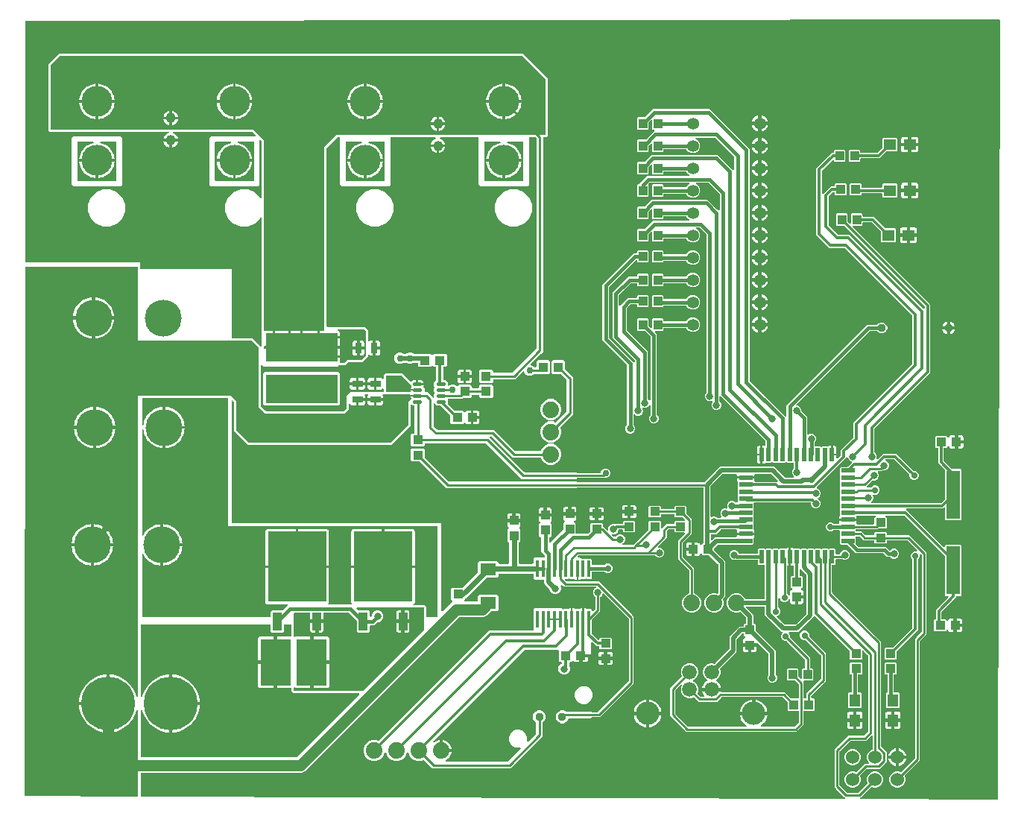
<source format=gbr>
G04 EAGLE Gerber RS-274X export*
G75*
%MOMM*%
%FSLAX34Y34*%
%LPD*%
%INTop Copper*%
%IPPOS*%
%AMOC8*
5,1,8,0,0,1.08239X$1,22.5*%
G01*
%ADD10R,1.000000X1.100000*%
%ADD11R,1.100000X1.000000*%
%ADD12C,4.191000*%
%ADD13C,1.879600*%
%ADD14C,3.500000*%
%ADD15R,0.990600X2.006600*%
%ADD16R,6.705600X8.026400*%
%ADD17C,6.096000*%
%ADD18R,0.406400X1.981200*%
%ADD19R,3.505200X5.334000*%
%ADD20R,8.204200X3.302000*%
%ADD21R,0.500000X1.500000*%
%ADD22R,1.500000X0.500000*%
%ADD23R,1.500000X5.500000*%
%ADD24C,1.355600*%
%ADD25R,1.244600X1.397000*%
%ADD26C,0.450000*%
%ADD27R,1.397000X1.244600*%
%ADD28C,0.955600*%
%ADD29R,0.800000X1.200000*%
%ADD30R,1.800000X1.340000*%
%ADD31R,1.200000X0.800000*%
%ADD32C,1.524000*%
%ADD33C,1.155600*%
%ADD34C,1.676400*%
%ADD35C,2.641600*%
%ADD36C,0.304800*%
%ADD37C,0.203200*%
%ADD38C,0.254000*%
%ADD39C,0.812800*%
%ADD40C,0.805600*%
%ADD41C,0.406400*%
%ADD42C,0.736600*%
%ADD43C,0.609600*%
%ADD44C,1.270000*%
%ADD45C,0.508000*%
%ADD46C,0.755600*%

G36*
X1112723Y1431D02*
X1112723Y1431D01*
X1112782Y1430D01*
X1112863Y1451D01*
X1112946Y1462D01*
X1113000Y1486D01*
X1113057Y1501D01*
X1113129Y1543D01*
X1113206Y1577D01*
X1113251Y1615D01*
X1113302Y1645D01*
X1113360Y1706D01*
X1113424Y1760D01*
X1113457Y1809D01*
X1113497Y1852D01*
X1113535Y1927D01*
X1113582Y1996D01*
X1113600Y2052D01*
X1113627Y2105D01*
X1113639Y2173D01*
X1113669Y2267D01*
X1113672Y2367D01*
X1113683Y2436D01*
X1116181Y886576D01*
X1116173Y886636D01*
X1116174Y886696D01*
X1116153Y886776D01*
X1116142Y886857D01*
X1116117Y886913D01*
X1116102Y886971D01*
X1116060Y887042D01*
X1116027Y887117D01*
X1115988Y887163D01*
X1115957Y887215D01*
X1115897Y887271D01*
X1115843Y887334D01*
X1115793Y887368D01*
X1115749Y887409D01*
X1115676Y887447D01*
X1115607Y887493D01*
X1115550Y887511D01*
X1115496Y887539D01*
X1115429Y887550D01*
X1115337Y887579D01*
X1115234Y887582D01*
X1115165Y887594D01*
X636269Y887051D01*
X9768Y886340D01*
X9749Y886337D01*
X9730Y886340D01*
X9629Y886318D01*
X9525Y886300D01*
X9508Y886292D01*
X9490Y886288D01*
X9400Y886234D01*
X9308Y886185D01*
X9295Y886171D01*
X9279Y886162D01*
X9211Y886082D01*
X9139Y886007D01*
X9131Y885989D01*
X9118Y885975D01*
X9079Y885878D01*
X9035Y885783D01*
X9033Y885765D01*
X9026Y885747D01*
X9007Y885580D01*
X8619Y612141D01*
X8622Y612121D01*
X8620Y612101D01*
X8642Y612000D01*
X8658Y611898D01*
X8668Y611880D01*
X8672Y611860D01*
X8725Y611772D01*
X8773Y611681D01*
X8788Y611667D01*
X8799Y611649D01*
X8877Y611582D01*
X8951Y611511D01*
X8970Y611503D01*
X8985Y611489D01*
X9081Y611451D01*
X9174Y611407D01*
X9195Y611405D01*
X9214Y611397D01*
X9380Y611379D01*
X138939Y611379D01*
X138939Y604520D01*
X138942Y604500D01*
X138940Y604481D01*
X138962Y604379D01*
X138979Y604277D01*
X138988Y604260D01*
X138992Y604240D01*
X139045Y604151D01*
X139094Y604060D01*
X139108Y604046D01*
X139118Y604029D01*
X139197Y603962D01*
X139272Y603891D01*
X139290Y603882D01*
X139305Y603869D01*
X139401Y603830D01*
X139495Y603787D01*
X139515Y603785D01*
X139533Y603777D01*
X139700Y603759D01*
X243079Y603759D01*
X243079Y526034D01*
X243082Y526014D01*
X243080Y525995D01*
X243102Y525893D01*
X243119Y525791D01*
X243128Y525774D01*
X243132Y525754D01*
X243185Y525665D01*
X243234Y525574D01*
X243248Y525560D01*
X243258Y525543D01*
X243337Y525476D01*
X243412Y525404D01*
X243430Y525396D01*
X243445Y525383D01*
X243541Y525344D01*
X243635Y525301D01*
X243655Y525299D01*
X243673Y525291D01*
X243840Y525273D01*
X266798Y525273D01*
X268956Y523115D01*
X276068Y516003D01*
X276126Y515961D01*
X276178Y515912D01*
X276225Y515890D01*
X276267Y515859D01*
X276336Y515838D01*
X276401Y515808D01*
X276453Y515802D01*
X276503Y515787D01*
X276574Y515789D01*
X276645Y515781D01*
X276696Y515792D01*
X276748Y515793D01*
X276816Y515818D01*
X276886Y515833D01*
X276931Y515860D01*
X276979Y515878D01*
X277035Y515923D01*
X277097Y515960D01*
X277131Y515999D01*
X277171Y516032D01*
X277210Y516092D01*
X277257Y516146D01*
X277276Y516195D01*
X277304Y516239D01*
X277322Y516308D01*
X277349Y516375D01*
X277357Y516446D01*
X277365Y516477D01*
X277363Y516500D01*
X277367Y516541D01*
X277367Y662174D01*
X277352Y662270D01*
X277342Y662367D01*
X277332Y662391D01*
X277328Y662417D01*
X277282Y662503D01*
X277242Y662592D01*
X277225Y662611D01*
X277212Y662634D01*
X277142Y662702D01*
X277076Y662773D01*
X277053Y662786D01*
X277034Y662804D01*
X276946Y662845D01*
X276860Y662892D01*
X276835Y662896D01*
X276811Y662907D01*
X276714Y662918D01*
X276618Y662935D01*
X276592Y662932D01*
X276567Y662935D01*
X276471Y662914D01*
X276375Y662900D01*
X276352Y662888D01*
X276326Y662882D01*
X276243Y662832D01*
X276156Y662788D01*
X276137Y662769D01*
X276115Y662756D01*
X276052Y662682D01*
X275984Y662613D01*
X275968Y662584D01*
X275955Y662569D01*
X275943Y662539D01*
X275903Y662466D01*
X275480Y661446D01*
X269474Y655440D01*
X261627Y652189D01*
X253133Y652189D01*
X245286Y655440D01*
X239280Y661446D01*
X236029Y669293D01*
X236029Y677787D01*
X239280Y685634D01*
X245286Y691640D01*
X253133Y694891D01*
X261627Y694891D01*
X269474Y691640D01*
X275480Y685634D01*
X275903Y684614D01*
X275954Y684531D01*
X276000Y684446D01*
X276018Y684428D01*
X276032Y684405D01*
X276108Y684343D01*
X276178Y684276D01*
X276202Y684265D01*
X276222Y684248D01*
X276313Y684214D01*
X276401Y684173D01*
X276427Y684170D01*
X276451Y684160D01*
X276549Y684156D01*
X276645Y684145D01*
X276671Y684151D01*
X276697Y684150D01*
X276791Y684177D01*
X276886Y684198D01*
X276908Y684211D01*
X276933Y684218D01*
X277013Y684274D01*
X277097Y684324D01*
X277114Y684344D01*
X277135Y684359D01*
X277194Y684437D01*
X277257Y684511D01*
X277267Y684535D01*
X277282Y684556D01*
X277312Y684649D01*
X277349Y684739D01*
X277352Y684771D01*
X277358Y684790D01*
X277358Y684823D01*
X277367Y684906D01*
X277367Y748887D01*
X277353Y748977D01*
X277345Y749068D01*
X277333Y749098D01*
X277328Y749129D01*
X277285Y749210D01*
X277249Y749294D01*
X277223Y749326D01*
X277212Y749347D01*
X277189Y749369D01*
X277144Y749425D01*
X276255Y750314D01*
X276197Y750356D01*
X276145Y750405D01*
X276098Y750427D01*
X276056Y750458D01*
X275987Y750479D01*
X275922Y750509D01*
X275870Y750515D01*
X275820Y750530D01*
X275749Y750528D01*
X275678Y750536D01*
X275627Y750525D01*
X275575Y750524D01*
X275507Y750499D01*
X275437Y750484D01*
X275392Y750457D01*
X275344Y750439D01*
X275288Y750394D01*
X275226Y750357D01*
X275192Y750318D01*
X275152Y750285D01*
X275113Y750225D01*
X275066Y750171D01*
X275047Y750122D01*
X275019Y750078D01*
X275001Y750009D01*
X274974Y749942D01*
X274966Y749871D01*
X274958Y749840D01*
X274960Y749817D01*
X274956Y749776D01*
X274956Y699725D01*
X273095Y697864D01*
X219665Y697864D01*
X217804Y699725D01*
X217804Y753155D01*
X219665Y755016D01*
X269716Y755016D01*
X269786Y755027D01*
X269858Y755029D01*
X269907Y755047D01*
X269958Y755055D01*
X270022Y755089D01*
X270089Y755114D01*
X270130Y755146D01*
X270176Y755171D01*
X270225Y755223D01*
X270281Y755267D01*
X270309Y755311D01*
X270345Y755349D01*
X270375Y755414D01*
X270414Y755474D01*
X270427Y755525D01*
X270449Y755572D01*
X270457Y755643D01*
X270474Y755713D01*
X270470Y755765D01*
X270476Y755816D01*
X270461Y755887D01*
X270455Y755958D01*
X270435Y756006D01*
X270424Y756057D01*
X270387Y756118D01*
X270359Y756184D01*
X270314Y756240D01*
X270297Y756268D01*
X270280Y756283D01*
X270254Y756315D01*
X266825Y759744D01*
X266751Y759797D01*
X266682Y759857D01*
X266651Y759869D01*
X266625Y759888D01*
X266538Y759915D01*
X266453Y759949D01*
X266412Y759953D01*
X266390Y759960D01*
X266358Y759959D01*
X266287Y759967D01*
X176868Y759967D01*
X176772Y759952D01*
X176675Y759942D01*
X176651Y759932D01*
X176625Y759928D01*
X176539Y759882D01*
X176450Y759842D01*
X176431Y759825D01*
X176408Y759812D01*
X176341Y759742D01*
X176269Y759676D01*
X176256Y759653D01*
X176238Y759634D01*
X176197Y759546D01*
X176150Y759460D01*
X176146Y759435D01*
X176135Y759411D01*
X176124Y759314D01*
X176107Y759218D01*
X176111Y759192D01*
X176108Y759167D01*
X176128Y759071D01*
X176143Y758975D01*
X176154Y758952D01*
X176160Y758926D01*
X176210Y758843D01*
X176254Y758756D01*
X176273Y758737D01*
X176286Y758715D01*
X176360Y758652D01*
X176430Y758584D01*
X176458Y758568D01*
X176473Y758555D01*
X176504Y758543D01*
X176577Y758503D01*
X177930Y757942D01*
X179293Y757032D01*
X180452Y755873D01*
X181362Y754510D01*
X181989Y752996D01*
X182169Y752093D01*
X174752Y752093D01*
X174732Y752090D01*
X174713Y752092D01*
X174611Y752070D01*
X174509Y752053D01*
X174492Y752044D01*
X174472Y752040D01*
X174383Y751987D01*
X174292Y751938D01*
X174278Y751924D01*
X174261Y751914D01*
X174194Y751835D01*
X174123Y751760D01*
X174114Y751742D01*
X174101Y751727D01*
X174063Y751631D01*
X174019Y751537D01*
X174017Y751517D01*
X174009Y751499D01*
X173991Y751332D01*
X173991Y750569D01*
X173989Y750569D01*
X173989Y751332D01*
X173986Y751352D01*
X173988Y751371D01*
X173966Y751473D01*
X173949Y751575D01*
X173940Y751592D01*
X173936Y751612D01*
X173883Y751701D01*
X173834Y751792D01*
X173820Y751806D01*
X173810Y751823D01*
X173731Y751890D01*
X173656Y751961D01*
X173638Y751970D01*
X173623Y751983D01*
X173527Y752022D01*
X173433Y752065D01*
X173413Y752067D01*
X173395Y752075D01*
X173228Y752093D01*
X165811Y752093D01*
X165991Y752996D01*
X166618Y754510D01*
X167528Y755873D01*
X168687Y757032D01*
X170050Y757942D01*
X171403Y758503D01*
X171486Y758554D01*
X171572Y758600D01*
X171590Y758618D01*
X171612Y758632D01*
X171675Y758708D01*
X171742Y758778D01*
X171753Y758802D01*
X171769Y758822D01*
X171804Y758913D01*
X171845Y759001D01*
X171848Y759027D01*
X171857Y759051D01*
X171862Y759149D01*
X171872Y759245D01*
X171867Y759271D01*
X171868Y759297D01*
X171841Y759391D01*
X171820Y759486D01*
X171807Y759508D01*
X171799Y759533D01*
X171744Y759613D01*
X171694Y759697D01*
X171674Y759714D01*
X171659Y759735D01*
X171581Y759794D01*
X171507Y759857D01*
X171483Y759867D01*
X171462Y759882D01*
X171369Y759912D01*
X171279Y759949D01*
X171246Y759952D01*
X171228Y759958D01*
X171195Y759958D01*
X171112Y759967D01*
X36732Y759967D01*
X34797Y761902D01*
X34797Y837028D01*
X46892Y849123D01*
X574138Y849123D01*
X576296Y846965D01*
X600585Y822676D01*
X602743Y820518D01*
X602743Y755552D01*
X600808Y753617D01*
X597662Y753617D01*
X597642Y753614D01*
X597623Y753616D01*
X597521Y753594D01*
X597419Y753578D01*
X597402Y753568D01*
X597382Y753564D01*
X597293Y753511D01*
X597202Y753462D01*
X597188Y753448D01*
X597171Y753438D01*
X597104Y753359D01*
X597032Y753284D01*
X597024Y753266D01*
X597011Y753251D01*
X596972Y753155D01*
X596929Y753061D01*
X596927Y753041D01*
X596919Y753023D01*
X596901Y752856D01*
X596901Y510232D01*
X594446Y507776D01*
X583030Y496361D01*
X583003Y496324D01*
X582970Y496293D01*
X582932Y496224D01*
X582887Y496161D01*
X582873Y496118D01*
X582851Y496077D01*
X582837Y496001D01*
X582814Y495926D01*
X582816Y495880D01*
X582807Y495835D01*
X582819Y495758D01*
X582821Y495680D01*
X582836Y495637D01*
X582843Y495592D01*
X582878Y495522D01*
X582905Y495449D01*
X582934Y495413D01*
X582955Y495373D01*
X583010Y495318D01*
X583059Y495257D01*
X583097Y495232D01*
X583130Y495200D01*
X583250Y495134D01*
X583266Y495124D01*
X583271Y495123D01*
X583277Y495119D01*
X585239Y494307D01*
X586562Y492984D01*
X586636Y492931D01*
X586706Y492871D01*
X586736Y492859D01*
X586762Y492840D01*
X586849Y492813D01*
X586934Y492779D01*
X586975Y492775D01*
X586997Y492768D01*
X587029Y492769D01*
X587101Y492761D01*
X588988Y492761D01*
X589008Y492764D01*
X589027Y492762D01*
X589129Y492784D01*
X589231Y492800D01*
X589248Y492810D01*
X589268Y492814D01*
X589357Y492867D01*
X589448Y492916D01*
X589462Y492930D01*
X589479Y492940D01*
X589546Y493019D01*
X589618Y493094D01*
X589626Y493112D01*
X589639Y493127D01*
X589678Y493223D01*
X589721Y493317D01*
X589723Y493337D01*
X589731Y493355D01*
X589749Y493522D01*
X589749Y499312D01*
X591238Y500801D01*
X603342Y500801D01*
X604831Y499312D01*
X604831Y486208D01*
X603342Y484719D01*
X591238Y484719D01*
X591041Y484916D01*
X590967Y484969D01*
X590897Y485029D01*
X590867Y485041D01*
X590841Y485060D01*
X590754Y485087D01*
X590669Y485121D01*
X590628Y485125D01*
X590606Y485132D01*
X590574Y485131D01*
X590502Y485139D01*
X587101Y485139D01*
X587011Y485125D01*
X586920Y485117D01*
X586890Y485105D01*
X586858Y485100D01*
X586777Y485057D01*
X586693Y485021D01*
X586661Y484995D01*
X586640Y484984D01*
X586618Y484961D01*
X586562Y484916D01*
X585239Y483593D01*
X582917Y482631D01*
X580403Y482631D01*
X578081Y483593D01*
X576303Y485371D01*
X575491Y487333D01*
X575466Y487372D01*
X575451Y487415D01*
X575402Y487476D01*
X575361Y487542D01*
X575326Y487571D01*
X575297Y487607D01*
X575231Y487649D01*
X575171Y487699D01*
X575129Y487715D01*
X575090Y487740D01*
X575014Y487759D01*
X574942Y487787D01*
X574896Y487789D01*
X574851Y487800D01*
X574774Y487794D01*
X574696Y487797D01*
X574652Y487784D01*
X574606Y487781D01*
X574535Y487750D01*
X574460Y487729D01*
X574422Y487703D01*
X574380Y487685D01*
X574273Y487599D01*
X574258Y487588D01*
X574255Y487584D01*
X574249Y487580D01*
X565458Y478789D01*
X540932Y478789D01*
X540912Y478786D01*
X540893Y478788D01*
X540791Y478766D01*
X540689Y478750D01*
X540672Y478740D01*
X540652Y478736D01*
X540563Y478683D01*
X540472Y478634D01*
X540458Y478620D01*
X540441Y478610D01*
X540374Y478531D01*
X540302Y478456D01*
X540294Y478438D01*
X540281Y478423D01*
X540242Y478327D01*
X540199Y478233D01*
X540197Y478213D01*
X540189Y478195D01*
X540171Y478028D01*
X540171Y476158D01*
X538682Y474669D01*
X525578Y474669D01*
X524089Y476158D01*
X524089Y488262D01*
X525578Y489751D01*
X538682Y489751D01*
X540171Y488262D01*
X540171Y487172D01*
X540174Y487152D01*
X540172Y487133D01*
X540194Y487031D01*
X540210Y486929D01*
X540220Y486912D01*
X540224Y486892D01*
X540277Y486803D01*
X540326Y486712D01*
X540340Y486698D01*
X540350Y486681D01*
X540429Y486614D01*
X540504Y486542D01*
X540522Y486534D01*
X540537Y486521D01*
X540633Y486482D01*
X540727Y486439D01*
X540747Y486437D01*
X540765Y486429D01*
X540932Y486411D01*
X561986Y486411D01*
X562076Y486425D01*
X562167Y486433D01*
X562197Y486445D01*
X562229Y486450D01*
X562310Y486493D01*
X562394Y486529D01*
X562426Y486555D01*
X562446Y486566D01*
X562469Y486589D01*
X562524Y486634D01*
X589056Y513166D01*
X589109Y513239D01*
X589169Y513309D01*
X589181Y513339D01*
X589200Y513365D01*
X589227Y513452D01*
X589261Y513537D01*
X589265Y513578D01*
X589272Y513600D01*
X589271Y513633D01*
X589279Y513704D01*
X589279Y752486D01*
X589265Y752576D01*
X589257Y752667D01*
X589245Y752697D01*
X589240Y752729D01*
X589197Y752810D01*
X589161Y752894D01*
X589135Y752926D01*
X589124Y752946D01*
X589101Y752969D01*
X589056Y753024D01*
X588686Y753394D01*
X588613Y753447D01*
X588543Y753507D01*
X588513Y753519D01*
X588487Y753538D01*
X588400Y753565D01*
X588315Y753599D01*
X588274Y753603D01*
X588252Y753610D01*
X588219Y753609D01*
X588148Y753617D01*
X581787Y753617D01*
X581767Y753614D01*
X581748Y753616D01*
X581646Y753594D01*
X581544Y753578D01*
X581527Y753568D01*
X581507Y753564D01*
X581418Y753511D01*
X581327Y753462D01*
X581313Y753448D01*
X581296Y753438D01*
X581229Y753359D01*
X581157Y753284D01*
X581149Y753266D01*
X581136Y753251D01*
X581097Y753155D01*
X581054Y753061D01*
X581052Y753041D01*
X581044Y753023D01*
X581026Y752856D01*
X581026Y699725D01*
X579165Y697864D01*
X525735Y697864D01*
X523874Y699725D01*
X523874Y752856D01*
X523871Y752876D01*
X523873Y752895D01*
X523851Y752997D01*
X523835Y753099D01*
X523825Y753116D01*
X523821Y753136D01*
X523768Y753225D01*
X523719Y753316D01*
X523705Y753330D01*
X523695Y753347D01*
X523616Y753414D01*
X523541Y753486D01*
X523523Y753494D01*
X523508Y753507D01*
X523412Y753546D01*
X523318Y753589D01*
X523298Y753591D01*
X523280Y753599D01*
X523113Y753617D01*
X480398Y753617D01*
X480302Y753602D01*
X480205Y753592D01*
X480181Y753582D01*
X480155Y753578D01*
X480069Y753532D01*
X479980Y753492D01*
X479961Y753475D01*
X479938Y753462D01*
X479871Y753392D01*
X479799Y753326D01*
X479786Y753303D01*
X479768Y753284D01*
X479727Y753196D01*
X479680Y753110D01*
X479676Y753085D01*
X479665Y753061D01*
X479654Y752964D01*
X479637Y752868D01*
X479641Y752842D01*
X479638Y752817D01*
X479658Y752721D01*
X479673Y752625D01*
X479684Y752602D01*
X479690Y752576D01*
X479740Y752493D01*
X479784Y752406D01*
X479803Y752387D01*
X479816Y752365D01*
X479890Y752302D01*
X479960Y752234D01*
X479988Y752218D01*
X480003Y752205D01*
X480034Y752193D01*
X480107Y752153D01*
X481460Y751592D01*
X482823Y750682D01*
X483982Y749523D01*
X484892Y748160D01*
X485519Y746646D01*
X485699Y745743D01*
X478282Y745743D01*
X478262Y745740D01*
X478243Y745742D01*
X478141Y745720D01*
X478039Y745703D01*
X478022Y745694D01*
X478002Y745690D01*
X477913Y745637D01*
X477822Y745588D01*
X477808Y745574D01*
X477791Y745564D01*
X477724Y745485D01*
X477653Y745410D01*
X477644Y745392D01*
X477631Y745377D01*
X477593Y745281D01*
X477549Y745187D01*
X477547Y745167D01*
X477539Y745149D01*
X477521Y744982D01*
X477521Y744219D01*
X477519Y744219D01*
X477519Y744982D01*
X477516Y745002D01*
X477518Y745021D01*
X477496Y745123D01*
X477479Y745225D01*
X477470Y745242D01*
X477466Y745262D01*
X477413Y745351D01*
X477364Y745442D01*
X477350Y745456D01*
X477340Y745473D01*
X477261Y745540D01*
X477186Y745611D01*
X477168Y745620D01*
X477153Y745633D01*
X477057Y745672D01*
X476963Y745715D01*
X476943Y745717D01*
X476925Y745725D01*
X476758Y745743D01*
X469341Y745743D01*
X469521Y746646D01*
X470148Y748160D01*
X471058Y749523D01*
X472217Y750682D01*
X473580Y751592D01*
X474933Y752153D01*
X475016Y752204D01*
X475102Y752250D01*
X475120Y752268D01*
X475142Y752282D01*
X475205Y752358D01*
X475272Y752428D01*
X475283Y752452D01*
X475299Y752472D01*
X475334Y752563D01*
X475375Y752651D01*
X475378Y752677D01*
X475387Y752701D01*
X475392Y752799D01*
X475402Y752895D01*
X475397Y752921D01*
X475398Y752947D01*
X475371Y753041D01*
X475350Y753136D01*
X475337Y753158D01*
X475329Y753183D01*
X475274Y753263D01*
X475224Y753347D01*
X475204Y753364D01*
X475189Y753385D01*
X475111Y753444D01*
X475037Y753507D01*
X475013Y753517D01*
X474992Y753532D01*
X474899Y753562D01*
X474809Y753599D01*
X474776Y753602D01*
X474758Y753608D01*
X474725Y753608D01*
X474642Y753617D01*
X424307Y753617D01*
X424287Y753614D01*
X424268Y753616D01*
X424166Y753594D01*
X424064Y753578D01*
X424047Y753568D01*
X424027Y753564D01*
X423938Y753511D01*
X423847Y753462D01*
X423833Y753448D01*
X423816Y753438D01*
X423749Y753359D01*
X423677Y753284D01*
X423669Y753266D01*
X423656Y753251D01*
X423617Y753155D01*
X423574Y753061D01*
X423572Y753041D01*
X423564Y753023D01*
X423546Y752856D01*
X423546Y699725D01*
X421685Y697864D01*
X368255Y697864D01*
X366394Y699725D01*
X366394Y752856D01*
X366391Y752876D01*
X366393Y752895D01*
X366371Y752997D01*
X366355Y753099D01*
X366345Y753116D01*
X366341Y753136D01*
X366288Y753225D01*
X366239Y753316D01*
X366225Y753330D01*
X366215Y753347D01*
X366136Y753414D01*
X366061Y753486D01*
X366043Y753494D01*
X366028Y753507D01*
X365932Y753546D01*
X365838Y753589D01*
X365818Y753591D01*
X365800Y753599D01*
X365633Y753617D01*
X363598Y753617D01*
X363508Y753603D01*
X363417Y753595D01*
X363387Y753583D01*
X363355Y753578D01*
X363275Y753535D01*
X363191Y753499D01*
X363159Y753473D01*
X363138Y753462D01*
X363116Y753439D01*
X363060Y753394D01*
X351506Y741840D01*
X351453Y741766D01*
X351393Y741697D01*
X351381Y741667D01*
X351362Y741640D01*
X351335Y741554D01*
X351301Y741469D01*
X351297Y741428D01*
X351290Y741405D01*
X351291Y741373D01*
X351283Y741302D01*
X351283Y538734D01*
X351286Y538714D01*
X351284Y538695D01*
X351306Y538593D01*
X351322Y538491D01*
X351332Y538474D01*
X351336Y538454D01*
X351389Y538365D01*
X351438Y538274D01*
X351452Y538260D01*
X351462Y538243D01*
X351541Y538176D01*
X351616Y538104D01*
X351634Y538096D01*
X351649Y538083D01*
X351745Y538044D01*
X351839Y538001D01*
X351859Y537999D01*
X351877Y537991D01*
X352044Y537973D01*
X395068Y537973D01*
X398273Y534768D01*
X398273Y522814D01*
X398284Y522743D01*
X398286Y522671D01*
X398304Y522622D01*
X398312Y522571D01*
X398346Y522508D01*
X398371Y522440D01*
X398403Y522400D01*
X398428Y522354D01*
X398480Y522304D01*
X398524Y522248D01*
X398568Y522220D01*
X398606Y522184D01*
X398671Y522154D01*
X398731Y522115D01*
X398782Y522102D01*
X398829Y522081D01*
X398900Y522073D01*
X398970Y522055D01*
X399022Y522059D01*
X399073Y522053D01*
X399144Y522069D01*
X399215Y522074D01*
X399263Y522095D01*
X399314Y522106D01*
X399375Y522143D01*
X399441Y522171D01*
X399497Y522215D01*
X399525Y522232D01*
X399540Y522250D01*
X399572Y522275D01*
X399680Y522383D01*
X400259Y522718D01*
X400906Y522891D01*
X403717Y522891D01*
X403717Y515112D01*
X403720Y515092D01*
X403718Y515073D01*
X403740Y514971D01*
X403757Y514869D01*
X403766Y514852D01*
X403770Y514832D01*
X403823Y514743D01*
X403872Y514652D01*
X403886Y514638D01*
X403896Y514621D01*
X403975Y514554D01*
X404050Y514483D01*
X404068Y514474D01*
X404083Y514461D01*
X404179Y514422D01*
X404273Y514379D01*
X404293Y514377D01*
X404311Y514369D01*
X404478Y514351D01*
X405241Y514351D01*
X405241Y514349D01*
X404478Y514349D01*
X404458Y514346D01*
X404439Y514348D01*
X404337Y514326D01*
X404235Y514309D01*
X404218Y514300D01*
X404198Y514296D01*
X404109Y514243D01*
X404018Y514194D01*
X404004Y514180D01*
X403987Y514170D01*
X403920Y514091D01*
X403849Y514016D01*
X403840Y513998D01*
X403827Y513983D01*
X403788Y513887D01*
X403745Y513793D01*
X403743Y513773D01*
X403735Y513755D01*
X403717Y513588D01*
X403717Y505809D01*
X400906Y505809D01*
X400259Y505982D01*
X399680Y506317D01*
X399572Y506425D01*
X399514Y506467D01*
X399462Y506516D01*
X399415Y506538D01*
X399373Y506568D01*
X399304Y506589D01*
X399239Y506619D01*
X399187Y506625D01*
X399138Y506641D01*
X399066Y506639D01*
X398995Y506647D01*
X398944Y506635D01*
X398892Y506634D01*
X398824Y506610D01*
X398754Y506594D01*
X398709Y506568D01*
X398661Y506550D01*
X398605Y506505D01*
X398543Y506468D01*
X398509Y506429D01*
X398469Y506396D01*
X398430Y506336D01*
X398383Y506281D01*
X398364Y506233D01*
X398336Y506189D01*
X398318Y506120D01*
X398291Y506053D01*
X398283Y505982D01*
X398275Y505951D01*
X398277Y505927D01*
X398273Y505886D01*
X398273Y505362D01*
X391258Y498347D01*
X376333Y498347D01*
X376243Y498333D01*
X376152Y498325D01*
X376123Y498313D01*
X376091Y498308D01*
X376010Y498265D01*
X375926Y498229D01*
X375894Y498203D01*
X375873Y498192D01*
X375851Y498169D01*
X375795Y498124D01*
X372208Y494537D01*
X364903Y494537D01*
X364813Y494523D01*
X364722Y494515D01*
X364693Y494503D01*
X364661Y494498D01*
X364580Y494455D01*
X364496Y494419D01*
X364464Y494393D01*
X364443Y494382D01*
X364421Y494359D01*
X364365Y494314D01*
X363318Y493267D01*
X279302Y493267D01*
X277652Y494917D01*
X277594Y494959D01*
X277542Y495008D01*
X277495Y495030D01*
X277453Y495061D01*
X277384Y495082D01*
X277319Y495112D01*
X277267Y495118D01*
X277217Y495133D01*
X277146Y495131D01*
X277075Y495139D01*
X277024Y495128D01*
X276972Y495127D01*
X276904Y495102D01*
X276834Y495087D01*
X276789Y495060D01*
X276741Y495042D01*
X276685Y494997D01*
X276623Y494960D01*
X276589Y494921D01*
X276549Y494888D01*
X276510Y494828D01*
X276463Y494774D01*
X276444Y494725D01*
X276416Y494681D01*
X276398Y494612D01*
X276371Y494545D01*
X276363Y494474D01*
X276355Y494443D01*
X276357Y494420D01*
X276353Y494379D01*
X276353Y448723D01*
X276367Y448633D01*
X276375Y448542D01*
X276387Y448513D01*
X276392Y448481D01*
X276435Y448400D01*
X276471Y448316D01*
X276497Y448284D01*
X276508Y448263D01*
X276531Y448241D01*
X276576Y448185D01*
X281815Y442946D01*
X281889Y442893D01*
X281958Y442833D01*
X281989Y442821D01*
X282015Y442802D01*
X282102Y442775D01*
X282187Y442741D01*
X282228Y442737D01*
X282250Y442730D01*
X282282Y442731D01*
X282353Y442723D01*
X370427Y442723D01*
X370517Y442737D01*
X370608Y442745D01*
X370637Y442757D01*
X370669Y442762D01*
X370750Y442805D01*
X370834Y442841D01*
X370866Y442867D01*
X370887Y442878D01*
X370909Y442901D01*
X370965Y442946D01*
X373664Y445645D01*
X373717Y445719D01*
X373777Y445788D01*
X373789Y445819D01*
X373808Y445845D01*
X373835Y445932D01*
X373869Y446017D01*
X373873Y446058D01*
X373880Y446080D01*
X373879Y446112D01*
X373887Y446183D01*
X373887Y459838D01*
X378362Y464313D01*
X415036Y464313D01*
X415056Y464316D01*
X415075Y464314D01*
X415177Y464336D01*
X415279Y464352D01*
X415296Y464362D01*
X415316Y464366D01*
X415405Y464419D01*
X415496Y464468D01*
X415510Y464482D01*
X415527Y464492D01*
X415594Y464571D01*
X415666Y464646D01*
X415674Y464664D01*
X415687Y464679D01*
X415726Y464775D01*
X415769Y464869D01*
X415771Y464889D01*
X415779Y464907D01*
X415797Y465074D01*
X415797Y467786D01*
X415786Y467857D01*
X415784Y467929D01*
X415766Y467978D01*
X415758Y468029D01*
X415724Y468092D01*
X415699Y468160D01*
X415667Y468201D01*
X415642Y468246D01*
X415591Y468296D01*
X415546Y468352D01*
X415502Y468380D01*
X415464Y468416D01*
X415399Y468446D01*
X415339Y468485D01*
X415288Y468498D01*
X415241Y468519D01*
X415170Y468527D01*
X415100Y468545D01*
X415048Y468541D01*
X414997Y468547D01*
X414926Y468531D01*
X414855Y468526D01*
X414807Y468505D01*
X414756Y468494D01*
X414695Y468457D01*
X414629Y468429D01*
X414573Y468385D01*
X414545Y468368D01*
X414530Y468350D01*
X414498Y468325D01*
X413960Y467787D01*
X413381Y467452D01*
X412734Y467279D01*
X407923Y467279D01*
X407923Y473058D01*
X407921Y473073D01*
X407922Y473087D01*
X407921Y473090D01*
X407922Y473097D01*
X407900Y473199D01*
X407883Y473301D01*
X407874Y473318D01*
X407870Y473338D01*
X407817Y473427D01*
X407768Y473518D01*
X407754Y473532D01*
X407744Y473549D01*
X407665Y473616D01*
X407590Y473687D01*
X407572Y473696D01*
X407557Y473709D01*
X407461Y473748D01*
X407367Y473791D01*
X407347Y473793D01*
X407329Y473801D01*
X407162Y473819D01*
X406399Y473819D01*
X406399Y473821D01*
X407162Y473821D01*
X407182Y473824D01*
X407201Y473822D01*
X407303Y473844D01*
X407405Y473861D01*
X407422Y473870D01*
X407442Y473874D01*
X407531Y473927D01*
X407622Y473976D01*
X407636Y473990D01*
X407653Y474000D01*
X407720Y474079D01*
X407791Y474154D01*
X407800Y474172D01*
X407813Y474187D01*
X407852Y474283D01*
X407895Y474377D01*
X407897Y474397D01*
X407905Y474415D01*
X407923Y474582D01*
X407923Y480361D01*
X412734Y480361D01*
X413381Y480188D01*
X413960Y479853D01*
X414498Y479315D01*
X414556Y479273D01*
X414608Y479224D01*
X414655Y479202D01*
X414697Y479172D01*
X414766Y479151D01*
X414831Y479121D01*
X414883Y479115D01*
X414933Y479099D01*
X415004Y479101D01*
X415075Y479093D01*
X415126Y479105D01*
X415178Y479106D01*
X415246Y479130D01*
X415316Y479146D01*
X415361Y479172D01*
X415409Y479190D01*
X415465Y479235D01*
X415527Y479272D01*
X415561Y479311D01*
X415601Y479344D01*
X415640Y479404D01*
X415687Y479459D01*
X415706Y479507D01*
X415734Y479551D01*
X415752Y479620D01*
X415779Y479687D01*
X415787Y479758D01*
X415795Y479789D01*
X415793Y479813D01*
X415797Y479854D01*
X415797Y483968D01*
X417732Y485903D01*
X436978Y485903D01*
X439136Y483745D01*
X446295Y476586D01*
X446311Y476575D01*
X446323Y476559D01*
X446410Y476503D01*
X446494Y476443D01*
X446513Y476437D01*
X446530Y476426D01*
X446631Y476401D01*
X446729Y476370D01*
X446749Y476371D01*
X446769Y476366D01*
X446872Y476374D01*
X446975Y476377D01*
X446994Y476384D01*
X447014Y476385D01*
X447109Y476425D01*
X447206Y476461D01*
X447222Y476474D01*
X447240Y476481D01*
X447371Y476586D01*
X447918Y477134D01*
X449011Y477764D01*
X450229Y478091D01*
X452736Y478091D01*
X452736Y473663D01*
X452739Y473644D01*
X452737Y473624D01*
X452759Y473522D01*
X452775Y473420D01*
X452785Y473403D01*
X452789Y473383D01*
X452842Y473294D01*
X452891Y473203D01*
X452905Y473189D01*
X452915Y473172D01*
X452994Y473105D01*
X453069Y473034D01*
X453087Y473025D01*
X453102Y473012D01*
X453198Y472974D01*
X453292Y472930D01*
X453312Y472928D01*
X453330Y472920D01*
X453464Y472906D01*
X453463Y472897D01*
X453485Y472796D01*
X453502Y472694D01*
X453511Y472677D01*
X453515Y472657D01*
X453568Y472568D01*
X453617Y472477D01*
X453631Y472463D01*
X453641Y472446D01*
X453720Y472379D01*
X453795Y472307D01*
X453813Y472299D01*
X453828Y472286D01*
X453925Y472247D01*
X454018Y472204D01*
X454038Y472202D01*
X454056Y472194D01*
X454223Y472176D01*
X461518Y472176D01*
X461324Y471451D01*
X461249Y471320D01*
X461233Y471279D01*
X461209Y471242D01*
X461190Y471165D01*
X461162Y471090D01*
X461160Y471046D01*
X461149Y471004D01*
X461156Y470924D01*
X461153Y470844D01*
X461165Y470802D01*
X461169Y470758D01*
X461200Y470685D01*
X461222Y470608D01*
X461248Y470572D01*
X461265Y470532D01*
X461356Y470418D01*
X461364Y470407D01*
X461366Y470405D01*
X461370Y470401D01*
X461996Y469775D01*
X463043Y468728D01*
X463043Y464872D01*
X463046Y464852D01*
X463044Y464833D01*
X463066Y464731D01*
X463082Y464629D01*
X463092Y464612D01*
X463096Y464592D01*
X463149Y464503D01*
X463198Y464412D01*
X463212Y464398D01*
X463222Y464381D01*
X463301Y464314D01*
X463376Y464242D01*
X463394Y464234D01*
X463409Y464221D01*
X463505Y464182D01*
X463599Y464139D01*
X463619Y464137D01*
X463637Y464129D01*
X463804Y464111D01*
X465838Y464111D01*
X469986Y459964D01*
X471770Y458179D01*
X471828Y458138D01*
X471880Y458088D01*
X471927Y458066D01*
X471969Y458036D01*
X472038Y458015D01*
X472103Y457985D01*
X472155Y457979D01*
X472205Y457964D01*
X472276Y457965D01*
X472347Y457958D01*
X472398Y457969D01*
X472450Y457970D01*
X472518Y457995D01*
X472588Y458010D01*
X472633Y458036D01*
X472681Y458054D01*
X472737Y458099D01*
X472799Y458136D01*
X472833Y458176D01*
X472873Y458208D01*
X472912Y458268D01*
X472959Y458323D01*
X472978Y458371D01*
X473006Y458415D01*
X473024Y458484D01*
X473051Y458551D01*
X473059Y458622D01*
X473067Y458654D01*
X473065Y458677D01*
X473069Y458718D01*
X473069Y462284D01*
X473797Y463012D01*
X473808Y463028D01*
X473824Y463040D01*
X473880Y463127D01*
X473940Y463211D01*
X473946Y463230D01*
X473957Y463247D01*
X473982Y463348D01*
X474013Y463447D01*
X474012Y463466D01*
X474017Y463486D01*
X474009Y463589D01*
X474006Y463692D01*
X473999Y463711D01*
X473998Y463731D01*
X473957Y463826D01*
X473922Y463923D01*
X473909Y463939D01*
X473901Y463957D01*
X473797Y464088D01*
X473069Y464816D01*
X473069Y468784D01*
X473797Y469512D01*
X473808Y469528D01*
X473824Y469540D01*
X473880Y469627D01*
X473940Y469711D01*
X473946Y469730D01*
X473957Y469747D01*
X473982Y469848D01*
X474013Y469947D01*
X474012Y469966D01*
X474017Y469986D01*
X474009Y470089D01*
X474006Y470192D01*
X473999Y470211D01*
X473998Y470231D01*
X473957Y470326D01*
X473922Y470423D01*
X473909Y470439D01*
X473901Y470457D01*
X473797Y470588D01*
X473069Y471316D01*
X473069Y475284D01*
X475382Y477597D01*
X475435Y477671D01*
X475495Y477741D01*
X475507Y477771D01*
X475526Y477797D01*
X475553Y477884D01*
X475587Y477969D01*
X475591Y478010D01*
X475598Y478032D01*
X475597Y478064D01*
X475605Y478136D01*
X475605Y492078D01*
X475602Y492098D01*
X475604Y492117D01*
X475582Y492219D01*
X475566Y492321D01*
X475556Y492338D01*
X475552Y492358D01*
X475499Y492447D01*
X475450Y492538D01*
X475436Y492552D01*
X475426Y492569D01*
X475347Y492636D01*
X475272Y492708D01*
X475254Y492716D01*
X475239Y492729D01*
X475143Y492768D01*
X475049Y492811D01*
X475029Y492813D01*
X475011Y492821D01*
X474844Y492839D01*
X473118Y492839D01*
X471708Y494249D01*
X471692Y494260D01*
X471680Y494276D01*
X471592Y494332D01*
X471509Y494392D01*
X471490Y494398D01*
X471473Y494409D01*
X471372Y494434D01*
X471273Y494464D01*
X471254Y494464D01*
X471234Y494469D01*
X471131Y494461D01*
X471028Y494458D01*
X471009Y494451D01*
X470989Y494450D01*
X470894Y494409D01*
X470797Y494374D01*
X470781Y494361D01*
X470763Y494353D01*
X470632Y494249D01*
X469222Y492839D01*
X456118Y492839D01*
X454629Y494328D01*
X454629Y497078D01*
X454626Y497098D01*
X454628Y497117D01*
X454606Y497219D01*
X454590Y497321D01*
X454580Y497338D01*
X454576Y497358D01*
X454523Y497447D01*
X454474Y497538D01*
X454460Y497552D01*
X454450Y497569D01*
X454371Y497636D01*
X454296Y497708D01*
X454278Y497716D01*
X454263Y497729D01*
X454167Y497768D01*
X454073Y497811D01*
X454053Y497813D01*
X454035Y497821D01*
X453868Y497839D01*
X449941Y497839D01*
X449851Y497825D01*
X449760Y497817D01*
X449730Y497805D01*
X449698Y497800D01*
X449617Y497757D01*
X449533Y497721D01*
X449501Y497695D01*
X449480Y497684D01*
X449458Y497661D01*
X449402Y497616D01*
X449349Y497563D01*
X447027Y496601D01*
X444513Y496601D01*
X442191Y497563D01*
X442138Y497616D01*
X442064Y497669D01*
X441994Y497729D01*
X441964Y497741D01*
X441938Y497760D01*
X441851Y497787D01*
X441766Y497821D01*
X441725Y497825D01*
X441703Y497832D01*
X441671Y497831D01*
X441599Y497839D01*
X438511Y497839D01*
X438421Y497825D01*
X438330Y497817D01*
X438300Y497805D01*
X438268Y497800D01*
X438187Y497757D01*
X438103Y497721D01*
X438071Y497695D01*
X438050Y497684D01*
X438028Y497661D01*
X437972Y497616D01*
X437919Y497563D01*
X435597Y496601D01*
X433083Y496601D01*
X430761Y497563D01*
X428983Y499341D01*
X428021Y501663D01*
X428021Y504177D01*
X428983Y506499D01*
X430761Y508277D01*
X433083Y509239D01*
X435597Y509239D01*
X437919Y508277D01*
X437972Y508224D01*
X438046Y508171D01*
X438116Y508111D01*
X438146Y508099D01*
X438172Y508080D01*
X438259Y508053D01*
X438344Y508019D01*
X438385Y508015D01*
X438407Y508008D01*
X438439Y508009D01*
X438511Y508001D01*
X441599Y508001D01*
X441689Y508015D01*
X441780Y508023D01*
X441810Y508035D01*
X441842Y508040D01*
X441923Y508083D01*
X442007Y508119D01*
X442039Y508145D01*
X442060Y508156D01*
X442082Y508179D01*
X442138Y508224D01*
X442191Y508277D01*
X444513Y509239D01*
X447027Y509239D01*
X449349Y508277D01*
X449402Y508224D01*
X449476Y508171D01*
X449546Y508111D01*
X449576Y508099D01*
X449602Y508080D01*
X449689Y508053D01*
X449774Y508019D01*
X449815Y508015D01*
X449837Y508008D01*
X449869Y508009D01*
X449941Y508001D01*
X462291Y508001D01*
X462291Y508000D01*
X462378Y507973D01*
X462463Y507939D01*
X462504Y507935D01*
X462526Y507928D01*
X462559Y507929D01*
X462630Y507921D01*
X469222Y507921D01*
X470632Y506511D01*
X470648Y506500D01*
X470660Y506484D01*
X470748Y506428D01*
X470831Y506368D01*
X470850Y506362D01*
X470867Y506351D01*
X470968Y506326D01*
X471067Y506296D01*
X471086Y506296D01*
X471106Y506291D01*
X471209Y506299D01*
X471312Y506302D01*
X471331Y506309D01*
X471351Y506310D01*
X471446Y506351D01*
X471543Y506386D01*
X471559Y506399D01*
X471577Y506407D01*
X471708Y506511D01*
X473118Y507921D01*
X486222Y507921D01*
X487711Y506432D01*
X487711Y494328D01*
X486222Y492839D01*
X484496Y492839D01*
X484476Y492836D01*
X484457Y492838D01*
X484355Y492816D01*
X484253Y492800D01*
X484236Y492790D01*
X484216Y492786D01*
X484127Y492733D01*
X484036Y492684D01*
X484022Y492670D01*
X484005Y492660D01*
X483938Y492581D01*
X483866Y492506D01*
X483858Y492488D01*
X483845Y492473D01*
X483806Y492377D01*
X483763Y492283D01*
X483761Y492263D01*
X483753Y492245D01*
X483735Y492078D01*
X483735Y478852D01*
X483738Y478832D01*
X483736Y478813D01*
X483758Y478711D01*
X483774Y478609D01*
X483784Y478592D01*
X483788Y478572D01*
X483841Y478483D01*
X483890Y478392D01*
X483904Y478378D01*
X483914Y478361D01*
X483993Y478294D01*
X484068Y478222D01*
X484086Y478214D01*
X484101Y478201D01*
X484197Y478162D01*
X484291Y478119D01*
X484311Y478117D01*
X484329Y478109D01*
X484496Y478091D01*
X485844Y478091D01*
X488651Y475284D01*
X488651Y472267D01*
X488653Y472255D01*
X488652Y472247D01*
X488661Y472206D01*
X488662Y472196D01*
X488664Y472124D01*
X488682Y472075D01*
X488690Y472024D01*
X488724Y471960D01*
X488749Y471893D01*
X488781Y471852D01*
X488806Y471806D01*
X488857Y471757D01*
X488902Y471701D01*
X488946Y471673D01*
X488984Y471637D01*
X489049Y471607D01*
X489109Y471568D01*
X489160Y471555D01*
X489207Y471533D01*
X489278Y471526D01*
X489348Y471508D01*
X489400Y471512D01*
X489451Y471506D01*
X489522Y471522D01*
X489593Y471527D01*
X489641Y471548D01*
X489692Y471559D01*
X489753Y471595D01*
X489819Y471623D01*
X489875Y471668D01*
X489903Y471685D01*
X489918Y471702D01*
X489950Y471728D01*
X490451Y472229D01*
X492773Y473191D01*
X495287Y473191D01*
X497609Y472229D01*
X498729Y471109D01*
X498745Y471097D01*
X498758Y471082D01*
X498845Y471026D01*
X498929Y470965D01*
X498948Y470959D01*
X498965Y470949D01*
X499065Y470923D01*
X499164Y470893D01*
X499184Y470893D01*
X499203Y470889D01*
X499306Y470897D01*
X499410Y470899D01*
X499429Y470906D01*
X499448Y470908D01*
X499543Y470948D01*
X499641Y470984D01*
X499657Y470996D01*
X499675Y471004D01*
X499806Y471109D01*
X501448Y472751D01*
X514552Y472751D01*
X516041Y471262D01*
X516041Y469782D01*
X516044Y469762D01*
X516042Y469743D01*
X516064Y469641D01*
X516080Y469539D01*
X516090Y469522D01*
X516094Y469502D01*
X516147Y469413D01*
X516196Y469322D01*
X516210Y469308D01*
X516220Y469291D01*
X516299Y469224D01*
X516374Y469152D01*
X516392Y469144D01*
X516407Y469131D01*
X516503Y469092D01*
X516597Y469049D01*
X516617Y469047D01*
X516635Y469039D01*
X516802Y469021D01*
X523328Y469021D01*
X523348Y469024D01*
X523367Y469022D01*
X523469Y469044D01*
X523571Y469060D01*
X523588Y469070D01*
X523608Y469074D01*
X523697Y469127D01*
X523788Y469176D01*
X523802Y469190D01*
X523819Y469200D01*
X523886Y469279D01*
X523958Y469354D01*
X523966Y469372D01*
X523979Y469387D01*
X524018Y469483D01*
X524061Y469577D01*
X524063Y469597D01*
X524071Y469615D01*
X524089Y469782D01*
X524089Y471262D01*
X525578Y472751D01*
X538682Y472751D01*
X540171Y471262D01*
X540171Y459158D01*
X538682Y457669D01*
X525578Y457669D01*
X524089Y459158D01*
X524089Y460638D01*
X524086Y460658D01*
X524088Y460677D01*
X524066Y460779D01*
X524050Y460881D01*
X524040Y460898D01*
X524036Y460918D01*
X523983Y461007D01*
X523934Y461098D01*
X523920Y461112D01*
X523910Y461129D01*
X523831Y461196D01*
X523756Y461268D01*
X523738Y461276D01*
X523723Y461289D01*
X523627Y461328D01*
X523533Y461371D01*
X523513Y461373D01*
X523495Y461381D01*
X523328Y461399D01*
X516802Y461399D01*
X516782Y461396D01*
X516763Y461398D01*
X516661Y461376D01*
X516559Y461360D01*
X516542Y461350D01*
X516522Y461346D01*
X516433Y461293D01*
X516342Y461244D01*
X516328Y461230D01*
X516311Y461220D01*
X516244Y461141D01*
X516172Y461066D01*
X516164Y461048D01*
X516151Y461033D01*
X516112Y460937D01*
X516069Y460843D01*
X516067Y460823D01*
X516059Y460805D01*
X516041Y460638D01*
X516041Y459158D01*
X514552Y457669D01*
X506164Y457669D01*
X506074Y457655D01*
X505983Y457647D01*
X505953Y457635D01*
X505921Y457630D01*
X505840Y457587D01*
X505756Y457551D01*
X505724Y457525D01*
X505704Y457514D01*
X505681Y457491D01*
X505626Y457446D01*
X504668Y456489D01*
X489412Y456489D01*
X489392Y456486D01*
X489373Y456488D01*
X489271Y456466D01*
X489169Y456450D01*
X489152Y456440D01*
X489132Y456436D01*
X489043Y456383D01*
X488952Y456334D01*
X488938Y456320D01*
X488921Y456310D01*
X488854Y456231D01*
X488782Y456156D01*
X488774Y456138D01*
X488761Y456123D01*
X488722Y456027D01*
X488679Y455933D01*
X488677Y455913D01*
X488669Y455895D01*
X488651Y455728D01*
X488651Y451714D01*
X488653Y451702D01*
X488652Y451693D01*
X488661Y451649D01*
X488665Y451624D01*
X488673Y451533D01*
X488685Y451503D01*
X488690Y451471D01*
X488733Y451390D01*
X488769Y451306D01*
X488795Y451274D01*
X488806Y451254D01*
X488829Y451231D01*
X488874Y451175D01*
X496675Y443374D01*
X496749Y443321D01*
X496819Y443261D01*
X496849Y443249D01*
X496875Y443230D01*
X496962Y443203D01*
X497047Y443169D01*
X497088Y443165D01*
X497110Y443158D01*
X497142Y443159D01*
X497214Y443151D01*
X506052Y443151D01*
X507558Y441646D01*
X507653Y441577D01*
X507750Y441506D01*
X507754Y441504D01*
X507757Y441502D01*
X507870Y441467D01*
X507984Y441431D01*
X507988Y441431D01*
X507992Y441430D01*
X508111Y441433D01*
X508230Y441435D01*
X508234Y441436D01*
X508238Y441436D01*
X508350Y441477D01*
X508462Y441516D01*
X508465Y441519D01*
X508469Y441520D01*
X508563Y441595D01*
X508656Y441668D01*
X508659Y441672D01*
X508661Y441674D01*
X508669Y441686D01*
X508755Y441803D01*
X508967Y442170D01*
X509440Y442643D01*
X510019Y442978D01*
X510666Y443151D01*
X514977Y443151D01*
X514977Y436372D01*
X514980Y436352D01*
X514978Y436333D01*
X515000Y436231D01*
X515017Y436129D01*
X515026Y436112D01*
X515030Y436092D01*
X515083Y436003D01*
X515132Y435912D01*
X515146Y435898D01*
X515156Y435881D01*
X515235Y435814D01*
X515310Y435743D01*
X515328Y435734D01*
X515343Y435721D01*
X515439Y435682D01*
X515533Y435639D01*
X515553Y435637D01*
X515571Y435629D01*
X515738Y435611D01*
X516501Y435611D01*
X516501Y435609D01*
X515738Y435609D01*
X515718Y435606D01*
X515699Y435608D01*
X515597Y435586D01*
X515495Y435569D01*
X515478Y435560D01*
X515458Y435556D01*
X515369Y435503D01*
X515278Y435454D01*
X515264Y435440D01*
X515247Y435430D01*
X515180Y435351D01*
X515109Y435276D01*
X515100Y435258D01*
X515087Y435243D01*
X515048Y435147D01*
X515005Y435053D01*
X515003Y435033D01*
X514995Y435015D01*
X514977Y434848D01*
X514977Y428069D01*
X510666Y428069D01*
X510019Y428242D01*
X509440Y428577D01*
X508967Y429050D01*
X508755Y429417D01*
X508679Y429509D01*
X508606Y429602D01*
X508602Y429604D01*
X508599Y429607D01*
X508498Y429671D01*
X508399Y429735D01*
X508395Y429736D01*
X508391Y429738D01*
X508275Y429766D01*
X508160Y429795D01*
X508156Y429794D01*
X508152Y429795D01*
X508033Y429785D01*
X507915Y429776D01*
X507911Y429774D01*
X507907Y429774D01*
X507797Y429726D01*
X507689Y429679D01*
X507685Y429676D01*
X507682Y429675D01*
X507671Y429665D01*
X507558Y429574D01*
X506052Y428069D01*
X492948Y428069D01*
X491459Y429558D01*
X491459Y437496D01*
X491445Y437586D01*
X491437Y437677D01*
X491425Y437707D01*
X491420Y437739D01*
X491377Y437820D01*
X491341Y437903D01*
X491315Y437936D01*
X491304Y437956D01*
X491281Y437978D01*
X491236Y438034D01*
X480484Y448786D01*
X480411Y448839D01*
X480341Y448899D01*
X480311Y448911D01*
X480285Y448930D01*
X480198Y448957D01*
X480113Y448991D01*
X480072Y448995D01*
X480050Y449002D01*
X480017Y449001D01*
X479946Y449009D01*
X475876Y449009D01*
X473740Y451145D01*
X473682Y451186D01*
X473630Y451236D01*
X473583Y451258D01*
X473541Y451288D01*
X473472Y451309D01*
X473407Y451339D01*
X473355Y451345D01*
X473305Y451361D01*
X473234Y451359D01*
X473163Y451367D01*
X473112Y451355D01*
X473060Y451354D01*
X472992Y451330D01*
X472922Y451314D01*
X472877Y451288D01*
X472829Y451270D01*
X472773Y451225D01*
X472711Y451188D01*
X472677Y451149D01*
X472637Y451116D01*
X472598Y451056D01*
X472551Y451001D01*
X472532Y450953D01*
X472504Y450909D01*
X472486Y450840D01*
X472459Y450773D01*
X472451Y450702D01*
X472443Y450671D01*
X472445Y450647D01*
X472441Y450606D01*
X472441Y426074D01*
X472455Y425984D01*
X472463Y425893D01*
X472475Y425863D01*
X472480Y425831D01*
X472523Y425750D01*
X472559Y425666D01*
X472585Y425634D01*
X472596Y425614D01*
X472619Y425591D01*
X472664Y425536D01*
X476336Y421864D01*
X476409Y421811D01*
X476479Y421751D01*
X476509Y421739D01*
X476535Y421720D01*
X476622Y421693D01*
X476707Y421659D01*
X476748Y421655D01*
X476770Y421648D01*
X476803Y421649D01*
X476874Y421641D01*
X541328Y421641D01*
X565235Y397734D01*
X565309Y397681D01*
X565379Y397621D01*
X565409Y397609D01*
X565435Y397590D01*
X565522Y397563D01*
X565607Y397529D01*
X565648Y397525D01*
X565670Y397518D01*
X565702Y397519D01*
X565774Y397511D01*
X593937Y397511D01*
X594052Y397530D01*
X594168Y397547D01*
X594174Y397549D01*
X594180Y397550D01*
X594283Y397605D01*
X594388Y397658D01*
X594392Y397663D01*
X594398Y397666D01*
X594477Y397750D01*
X594560Y397834D01*
X594563Y397840D01*
X594567Y397844D01*
X594575Y397861D01*
X594641Y397981D01*
X595669Y400463D01*
X599027Y403821D01*
X603415Y405639D01*
X608165Y405639D01*
X612553Y403821D01*
X615911Y400463D01*
X617729Y396075D01*
X617729Y391325D01*
X615911Y386937D01*
X612553Y383579D01*
X608165Y381761D01*
X603415Y381761D01*
X599027Y383579D01*
X595669Y386937D01*
X594641Y389419D01*
X594579Y389519D01*
X594519Y389619D01*
X594514Y389623D01*
X594511Y389628D01*
X594421Y389703D01*
X594332Y389779D01*
X594326Y389781D01*
X594322Y389785D01*
X594214Y389827D01*
X594104Y389871D01*
X594097Y389872D01*
X594092Y389873D01*
X594074Y389874D01*
X593937Y389889D01*
X562302Y389889D01*
X559846Y392344D01*
X559846Y392345D01*
X538394Y413796D01*
X538321Y413849D01*
X538251Y413909D01*
X538221Y413921D01*
X538195Y413940D01*
X538108Y413967D01*
X538023Y414001D01*
X537982Y414005D01*
X537960Y414012D01*
X537927Y414011D01*
X537856Y414019D01*
X536818Y414019D01*
X536747Y414008D01*
X536675Y414006D01*
X536626Y413988D01*
X536575Y413980D01*
X536512Y413946D01*
X536444Y413921D01*
X536404Y413889D01*
X536358Y413864D01*
X536308Y413812D01*
X536252Y413768D01*
X536224Y413724D01*
X536188Y413686D01*
X536158Y413621D01*
X536119Y413561D01*
X536107Y413510D01*
X536085Y413463D01*
X536077Y413392D01*
X536059Y413322D01*
X536063Y413270D01*
X536058Y413219D01*
X536073Y413148D01*
X536078Y413077D01*
X536099Y413029D01*
X536110Y412978D01*
X536147Y412917D01*
X536175Y412851D01*
X536219Y412795D01*
X536236Y412767D01*
X536254Y412752D01*
X536279Y412720D01*
X575396Y373604D01*
X575469Y373551D01*
X575539Y373491D01*
X575569Y373479D01*
X575595Y373460D01*
X575682Y373433D01*
X575767Y373399D01*
X575808Y373395D01*
X575830Y373388D01*
X575863Y373389D01*
X575934Y373381D01*
X635255Y373381D01*
X635255Y373380D01*
X635263Y373322D01*
X635261Y373264D01*
X635283Y373182D01*
X635295Y373098D01*
X635319Y373045D01*
X635333Y372989D01*
X635376Y372916D01*
X635411Y372839D01*
X635449Y372794D01*
X635479Y372744D01*
X635540Y372686D01*
X635595Y372622D01*
X635643Y372590D01*
X635686Y372550D01*
X635761Y372511D01*
X635831Y372464D01*
X635887Y372447D01*
X635939Y372420D01*
X636007Y372409D01*
X636102Y372379D01*
X636202Y372376D01*
X636270Y372365D01*
X661708Y372365D01*
X661709Y372365D01*
X661711Y372365D01*
X661851Y372385D01*
X661989Y372405D01*
X661990Y372405D01*
X661992Y372405D01*
X662117Y372462D01*
X662248Y372521D01*
X662250Y372522D01*
X662251Y372523D01*
X662358Y372613D01*
X662465Y372704D01*
X662466Y372706D01*
X662468Y372707D01*
X662476Y372720D01*
X662623Y372941D01*
X662632Y372970D01*
X662645Y372991D01*
X663525Y375114D01*
X665016Y376605D01*
X666965Y377413D01*
X669075Y377413D01*
X671024Y376605D01*
X672515Y375114D01*
X673323Y373165D01*
X673323Y371055D01*
X672515Y369106D01*
X671024Y367615D01*
X669075Y366807D01*
X667090Y366807D01*
X667004Y366795D01*
X666916Y366792D01*
X666864Y366775D01*
X636270Y366775D01*
X636212Y366767D01*
X636154Y366769D01*
X636072Y366747D01*
X635989Y366735D01*
X635935Y366712D01*
X635879Y366697D01*
X635806Y366654D01*
X635729Y366619D01*
X635684Y366581D01*
X635634Y366552D01*
X635576Y366490D01*
X635512Y366436D01*
X635480Y366387D01*
X635440Y366344D01*
X635401Y366269D01*
X635355Y366199D01*
X635337Y366143D01*
X635310Y366091D01*
X635299Y366023D01*
X635269Y365928D01*
X635266Y365828D01*
X635255Y365760D01*
X635255Y365759D01*
X572462Y365759D01*
X532434Y405786D01*
X532361Y405839D01*
X532291Y405899D01*
X532261Y405911D01*
X532235Y405930D01*
X532148Y405957D01*
X532063Y405991D01*
X532022Y405995D01*
X532000Y406002D01*
X531967Y406001D01*
X531896Y406009D01*
X463462Y406009D01*
X463442Y406006D01*
X463423Y406008D01*
X463321Y405986D01*
X463219Y405970D01*
X463202Y405960D01*
X463182Y405956D01*
X463093Y405903D01*
X463002Y405854D01*
X462988Y405840D01*
X462971Y405830D01*
X462904Y405751D01*
X462832Y405676D01*
X462824Y405658D01*
X462811Y405643D01*
X462772Y405547D01*
X462729Y405453D01*
X462727Y405433D01*
X462719Y405415D01*
X462701Y405248D01*
X462701Y403768D01*
X461212Y402279D01*
X448108Y402279D01*
X446619Y403768D01*
X446619Y415872D01*
X448108Y417361D01*
X450088Y417361D01*
X450108Y417364D01*
X450127Y417362D01*
X450229Y417384D01*
X450331Y417400D01*
X450348Y417410D01*
X450368Y417414D01*
X450457Y417467D01*
X450548Y417516D01*
X450562Y417530D01*
X450579Y417540D01*
X450646Y417619D01*
X450718Y417694D01*
X450726Y417712D01*
X450739Y417727D01*
X450778Y417823D01*
X450821Y417917D01*
X450823Y417937D01*
X450831Y417955D01*
X450849Y418122D01*
X450849Y448248D01*
X450846Y448268D01*
X450848Y448287D01*
X450826Y448389D01*
X450810Y448491D01*
X450800Y448508D01*
X450796Y448528D01*
X450743Y448617D01*
X450694Y448708D01*
X450680Y448722D01*
X450670Y448739D01*
X450591Y448806D01*
X450516Y448877D01*
X450498Y448886D01*
X450483Y448899D01*
X450387Y448938D01*
X450293Y448981D01*
X450273Y448983D01*
X450255Y448991D01*
X450088Y449009D01*
X448876Y449009D01*
X447832Y450053D01*
X447774Y450094D01*
X447722Y450144D01*
X447675Y450166D01*
X447633Y450196D01*
X447564Y450217D01*
X447499Y450247D01*
X447447Y450253D01*
X447397Y450269D01*
X447326Y450267D01*
X447255Y450275D01*
X447204Y450263D01*
X447152Y450262D01*
X447084Y450238D01*
X447014Y450222D01*
X446969Y450196D01*
X446921Y450178D01*
X446865Y450133D01*
X446803Y450096D01*
X446769Y450057D01*
X446729Y450024D01*
X446690Y449964D01*
X446643Y449909D01*
X446624Y449861D01*
X446596Y449817D01*
X446578Y449748D01*
X446551Y449681D01*
X446543Y449610D01*
X446535Y449579D01*
X446537Y449555D01*
X446533Y449514D01*
X446533Y426622D01*
X424278Y404367D01*
X261522Y404367D01*
X245617Y420272D01*
X245617Y452977D01*
X245603Y453067D01*
X245595Y453158D01*
X245583Y453188D01*
X245578Y453219D01*
X245535Y453300D01*
X245499Y453384D01*
X245473Y453416D01*
X245462Y453437D01*
X245439Y453459D01*
X245394Y453515D01*
X244378Y454531D01*
X244320Y454573D01*
X244268Y454622D01*
X244221Y454644D01*
X244179Y454674D01*
X244110Y454696D01*
X244045Y454726D01*
X243993Y454732D01*
X243943Y454747D01*
X243872Y454745D01*
X243801Y454753D01*
X243750Y454742D01*
X243698Y454740D01*
X243630Y454716D01*
X243560Y454701D01*
X243516Y454674D01*
X243467Y454656D01*
X243411Y454611D01*
X243349Y454574D01*
X243315Y454535D01*
X243275Y454502D01*
X243236Y454442D01*
X243189Y454388D01*
X243170Y454339D01*
X243142Y454295D01*
X243124Y454226D01*
X243097Y454159D01*
X243089Y454088D01*
X243081Y454057D01*
X243083Y454034D01*
X243079Y453993D01*
X243079Y316230D01*
X243082Y316210D01*
X243080Y316191D01*
X243102Y316089D01*
X243119Y315987D01*
X243128Y315970D01*
X243132Y315950D01*
X243185Y315861D01*
X243234Y315770D01*
X243248Y315756D01*
X243258Y315739D01*
X243337Y315672D01*
X243412Y315601D01*
X243430Y315592D01*
X243445Y315579D01*
X243541Y315540D01*
X243635Y315497D01*
X243655Y315495D01*
X243673Y315487D01*
X243840Y315469D01*
X481585Y315469D01*
X481585Y216329D01*
X481589Y216300D01*
X481586Y216271D01*
X481609Y216160D01*
X481625Y216048D01*
X481637Y216021D01*
X481642Y215992D01*
X481695Y215892D01*
X481741Y215788D01*
X481760Y215766D01*
X481773Y215740D01*
X481851Y215658D01*
X481925Y215571D01*
X481949Y215555D01*
X481969Y215534D01*
X482067Y215477D01*
X482161Y215414D01*
X482189Y215405D01*
X482214Y215390D01*
X482324Y215362D01*
X482432Y215328D01*
X482462Y215327D01*
X482490Y215320D01*
X482603Y215324D01*
X482716Y215321D01*
X482745Y215328D01*
X482774Y215329D01*
X482882Y215364D01*
X482991Y215392D01*
X483017Y215407D01*
X483045Y215416D01*
X483108Y215462D01*
X483236Y215538D01*
X483279Y215583D01*
X483318Y215611D01*
X492804Y225097D01*
X493483Y225379D01*
X493582Y225437D01*
X493684Y225490D01*
X493704Y225509D01*
X493728Y225523D01*
X493807Y225607D01*
X493890Y225686D01*
X493904Y225710D01*
X493923Y225730D01*
X493976Y225832D01*
X494034Y225931D01*
X494041Y225958D01*
X494053Y225982D01*
X494076Y226095D01*
X494104Y226206D01*
X494103Y226234D01*
X494108Y226261D01*
X494098Y226376D01*
X494095Y226491D01*
X494086Y226517D01*
X494084Y226545D01*
X494043Y226652D01*
X494007Y226761D01*
X493993Y226781D01*
X493982Y226810D01*
X493902Y226915D01*
X493871Y226967D01*
X493842Y226994D01*
X493821Y227023D01*
X493812Y227034D01*
X493810Y227036D01*
X493810Y227037D01*
X492339Y228508D01*
X492339Y240612D01*
X493828Y242101D01*
X505307Y242101D01*
X505393Y242113D01*
X505481Y242116D01*
X505533Y242133D01*
X505588Y242141D01*
X505668Y242176D01*
X505751Y242203D01*
X505790Y242231D01*
X505847Y242257D01*
X505961Y242353D01*
X506024Y242398D01*
X522832Y259206D01*
X522884Y259275D01*
X522944Y259339D01*
X522970Y259389D01*
X523003Y259433D01*
X523034Y259514D01*
X523074Y259592D01*
X523082Y259640D01*
X523104Y259698D01*
X523116Y259846D01*
X523129Y259923D01*
X523129Y270892D01*
X524618Y272381D01*
X544722Y272381D01*
X546211Y270892D01*
X546211Y270256D01*
X546219Y270198D01*
X546217Y270140D01*
X546239Y270058D01*
X546251Y269974D01*
X546274Y269921D01*
X546289Y269865D01*
X546332Y269792D01*
X546367Y269715D01*
X546405Y269670D01*
X546434Y269620D01*
X546496Y269562D01*
X546550Y269498D01*
X546599Y269466D01*
X546642Y269426D01*
X546717Y269387D01*
X546787Y269340D01*
X546843Y269323D01*
X546895Y269296D01*
X546963Y269285D01*
X547058Y269255D01*
X547158Y269252D01*
X547226Y269241D01*
X557276Y269241D01*
X557334Y269249D01*
X557392Y269247D01*
X557474Y269269D01*
X557558Y269281D01*
X557611Y269304D01*
X557667Y269319D01*
X557740Y269362D01*
X557817Y269397D01*
X557862Y269435D01*
X557912Y269464D01*
X557970Y269526D01*
X558034Y269580D01*
X558066Y269629D01*
X558106Y269672D01*
X558145Y269747D01*
X558192Y269817D01*
X558209Y269873D01*
X558236Y269925D01*
X558247Y269993D01*
X558277Y270088D01*
X558280Y270188D01*
X558291Y270256D01*
X558291Y292455D01*
X558279Y292542D01*
X558276Y292629D01*
X558259Y292682D01*
X558251Y292737D01*
X558216Y292816D01*
X558189Y292900D01*
X558161Y292939D01*
X558135Y292996D01*
X558039Y293109D01*
X557994Y293173D01*
X556339Y294828D01*
X556339Y307932D01*
X557610Y309204D01*
X557640Y309243D01*
X557676Y309276D01*
X557725Y309356D01*
X557781Y309431D01*
X557799Y309476D01*
X557824Y309518D01*
X557849Y309609D01*
X557883Y309696D01*
X557887Y309745D01*
X557900Y309792D01*
X557898Y309886D01*
X557906Y309980D01*
X557896Y310028D01*
X557896Y310076D01*
X557869Y310166D01*
X557850Y310258D01*
X557828Y310302D01*
X557814Y310349D01*
X557763Y310427D01*
X557719Y310511D01*
X557686Y310546D01*
X557659Y310587D01*
X557602Y310634D01*
X557523Y310717D01*
X557448Y310761D01*
X557400Y310801D01*
X557320Y310847D01*
X556847Y311320D01*
X556512Y311899D01*
X556339Y312546D01*
X556339Y316349D01*
X562864Y316349D01*
X562922Y316357D01*
X562980Y316355D01*
X563062Y316377D01*
X563145Y316389D01*
X563199Y316413D01*
X563255Y316427D01*
X563328Y316470D01*
X563405Y316505D01*
X563449Y316543D01*
X563500Y316573D01*
X563557Y316634D01*
X563622Y316689D01*
X563654Y316737D01*
X563694Y316780D01*
X563733Y316855D01*
X563779Y316925D01*
X563797Y316981D01*
X563824Y317033D01*
X563835Y317101D01*
X563865Y317196D01*
X563868Y317296D01*
X563879Y317364D01*
X563879Y318381D01*
X563881Y318381D01*
X563881Y317364D01*
X563889Y317306D01*
X563888Y317248D01*
X563909Y317166D01*
X563921Y317083D01*
X563945Y317029D01*
X563959Y316973D01*
X564002Y316900D01*
X564037Y316823D01*
X564075Y316778D01*
X564105Y316728D01*
X564166Y316670D01*
X564221Y316606D01*
X564269Y316574D01*
X564312Y316534D01*
X564387Y316495D01*
X564457Y316449D01*
X564513Y316431D01*
X564565Y316404D01*
X564633Y316393D01*
X564728Y316363D01*
X564828Y316360D01*
X564896Y316349D01*
X571421Y316349D01*
X571421Y312546D01*
X571248Y311899D01*
X570913Y311320D01*
X570440Y310847D01*
X570360Y310801D01*
X570322Y310771D01*
X570278Y310748D01*
X570210Y310683D01*
X570136Y310626D01*
X570107Y310586D01*
X570072Y310552D01*
X570025Y310471D01*
X569970Y310395D01*
X569953Y310349D01*
X569928Y310307D01*
X569905Y310216D01*
X569873Y310128D01*
X569870Y310079D01*
X569858Y310032D01*
X569861Y309938D01*
X569855Y309844D01*
X569866Y309796D01*
X569867Y309747D01*
X569896Y309658D01*
X569916Y309566D01*
X569940Y309523D01*
X569955Y309477D01*
X569998Y309416D01*
X570052Y309316D01*
X570113Y309255D01*
X570150Y309204D01*
X571421Y307932D01*
X571421Y294828D01*
X569766Y293173D01*
X569714Y293103D01*
X569654Y293039D01*
X569628Y292990D01*
X569595Y292946D01*
X569564Y292864D01*
X569524Y292786D01*
X569516Y292739D01*
X569494Y292680D01*
X569482Y292532D01*
X569469Y292455D01*
X569469Y270256D01*
X569477Y270198D01*
X569475Y270140D01*
X569497Y270058D01*
X569509Y269974D01*
X569532Y269921D01*
X569547Y269865D01*
X569590Y269792D01*
X569625Y269715D01*
X569663Y269670D01*
X569692Y269620D01*
X569754Y269562D01*
X569808Y269498D01*
X569857Y269466D01*
X569900Y269426D01*
X569975Y269387D01*
X570045Y269340D01*
X570101Y269323D01*
X570153Y269296D01*
X570221Y269285D01*
X570316Y269255D01*
X570416Y269252D01*
X570484Y269241D01*
X584922Y269241D01*
X584980Y269249D01*
X585038Y269247D01*
X585120Y269269D01*
X585204Y269281D01*
X585257Y269304D01*
X585313Y269319D01*
X585386Y269362D01*
X585463Y269397D01*
X585508Y269435D01*
X585558Y269464D01*
X585616Y269526D01*
X585680Y269580D01*
X585712Y269629D01*
X585752Y269672D01*
X585791Y269747D01*
X585838Y269817D01*
X585855Y269873D01*
X585882Y269925D01*
X585893Y269993D01*
X585923Y270088D01*
X585926Y270188D01*
X585937Y270256D01*
X585937Y274610D01*
X587426Y276099D01*
X597922Y276099D01*
X597980Y276107D01*
X598038Y276105D01*
X598120Y276127D01*
X598204Y276139D01*
X598257Y276162D01*
X598313Y276177D01*
X598386Y276220D01*
X598463Y276255D01*
X598508Y276293D01*
X598558Y276322D01*
X598616Y276384D01*
X598680Y276438D01*
X598712Y276487D01*
X598752Y276530D01*
X598791Y276605D01*
X598838Y276675D01*
X598855Y276731D01*
X598882Y276783D01*
X598893Y276851D01*
X598923Y276946D01*
X598926Y277046D01*
X598937Y277114D01*
X598937Y278095D01*
X598925Y278182D01*
X598922Y278269D01*
X598905Y278322D01*
X598897Y278377D01*
X598862Y278457D01*
X598835Y278540D01*
X598807Y278579D01*
X598781Y278636D01*
X598725Y278703D01*
X598700Y278745D01*
X598666Y278777D01*
X598640Y278813D01*
X594867Y282586D01*
X594867Y298674D01*
X594859Y298732D01*
X594861Y298790D01*
X594839Y298872D01*
X594827Y298956D01*
X594804Y299009D01*
X594789Y299065D01*
X594746Y299138D01*
X594711Y299215D01*
X594673Y299260D01*
X594644Y299310D01*
X594582Y299368D01*
X594528Y299432D01*
X594479Y299464D01*
X594436Y299504D01*
X594361Y299543D01*
X594291Y299590D01*
X594235Y299607D01*
X594183Y299634D01*
X594115Y299645D01*
X594020Y299675D01*
X593920Y299678D01*
X593852Y299689D01*
X593388Y299689D01*
X591899Y301178D01*
X591899Y314282D01*
X593170Y315554D01*
X593200Y315592D01*
X593236Y315625D01*
X593242Y315636D01*
X593253Y315647D01*
X593308Y315692D01*
X593404Y315787D01*
X593473Y315884D01*
X593544Y315980D01*
X593546Y315984D01*
X593548Y315987D01*
X593583Y316100D01*
X593619Y316214D01*
X593619Y316218D01*
X593620Y316222D01*
X593617Y316340D01*
X593615Y316460D01*
X593614Y316464D01*
X593614Y316468D01*
X593573Y316580D01*
X593534Y316692D01*
X593531Y316695D01*
X593530Y316699D01*
X593455Y316792D01*
X593382Y316886D01*
X593378Y316889D01*
X593376Y316891D01*
X593365Y316899D01*
X593247Y316985D01*
X592960Y317151D01*
X592880Y317197D01*
X592407Y317670D01*
X592275Y317899D01*
X592072Y318249D01*
X591899Y318896D01*
X591899Y322699D01*
X598424Y322699D01*
X598482Y322707D01*
X598540Y322705D01*
X598622Y322727D01*
X598705Y322739D01*
X598759Y322763D01*
X598815Y322777D01*
X598888Y322820D01*
X598965Y322855D01*
X599009Y322893D01*
X599060Y322923D01*
X599117Y322984D01*
X599182Y323039D01*
X599214Y323087D01*
X599254Y323130D01*
X599293Y323205D01*
X599339Y323275D01*
X599357Y323331D01*
X599384Y323383D01*
X599395Y323451D01*
X599425Y323546D01*
X599428Y323646D01*
X599439Y323714D01*
X599439Y324731D01*
X599441Y324731D01*
X599441Y323714D01*
X599449Y323656D01*
X599448Y323598D01*
X599469Y323516D01*
X599481Y323433D01*
X599505Y323379D01*
X599519Y323323D01*
X599562Y323250D01*
X599597Y323173D01*
X599635Y323128D01*
X599665Y323078D01*
X599726Y323020D01*
X599781Y322956D01*
X599829Y322924D01*
X599872Y322884D01*
X599947Y322845D01*
X600017Y322799D01*
X600073Y322781D01*
X600125Y322754D01*
X600193Y322743D01*
X600288Y322713D01*
X600388Y322710D01*
X600456Y322699D01*
X606981Y322699D01*
X606981Y318896D01*
X606808Y318249D01*
X606605Y317899D01*
X606473Y317670D01*
X606000Y317197D01*
X605920Y317151D01*
X605633Y316985D01*
X605540Y316909D01*
X605448Y316835D01*
X605446Y316832D01*
X605443Y316829D01*
X605379Y316727D01*
X605315Y316628D01*
X605314Y316625D01*
X605312Y316621D01*
X605284Y316503D01*
X605255Y316390D01*
X605256Y316386D01*
X605255Y316382D01*
X605265Y316262D01*
X605274Y316145D01*
X605276Y316141D01*
X605276Y316137D01*
X605324Y316027D01*
X605371Y315918D01*
X605374Y315915D01*
X605375Y315912D01*
X605384Y315901D01*
X605476Y315787D01*
X605572Y315692D01*
X605626Y315653D01*
X605673Y315605D01*
X605710Y315554D01*
X606981Y314282D01*
X606981Y301178D01*
X605492Y299689D01*
X605028Y299689D01*
X604970Y299681D01*
X604912Y299683D01*
X604830Y299661D01*
X604746Y299649D01*
X604693Y299626D01*
X604637Y299611D01*
X604564Y299568D01*
X604487Y299533D01*
X604442Y299495D01*
X604392Y299466D01*
X604334Y299404D01*
X604270Y299350D01*
X604238Y299301D01*
X604198Y299258D01*
X604159Y299183D01*
X604112Y299113D01*
X604095Y299057D01*
X604068Y299005D01*
X604057Y298937D01*
X604027Y298842D01*
X604024Y298742D01*
X604013Y298674D01*
X604013Y294551D01*
X604017Y294521D01*
X604014Y294492D01*
X604037Y294381D01*
X604053Y294269D01*
X604065Y294242D01*
X604070Y294214D01*
X604123Y294113D01*
X604169Y294010D01*
X604188Y293987D01*
X604201Y293961D01*
X604279Y293879D01*
X604352Y293793D01*
X604377Y293776D01*
X604397Y293755D01*
X604495Y293698D01*
X604589Y293635D01*
X604617Y293626D01*
X604642Y293611D01*
X604752Y293584D01*
X604860Y293549D01*
X604890Y293549D01*
X604918Y293541D01*
X605031Y293545D01*
X605144Y293542D01*
X605173Y293549D01*
X605202Y293550D01*
X605310Y293585D01*
X605419Y293614D01*
X605445Y293629D01*
X605473Y293638D01*
X605536Y293683D01*
X605664Y293759D01*
X605707Y293805D01*
X605746Y293833D01*
X608413Y296500D01*
X619542Y307629D01*
X619594Y307699D01*
X619654Y307762D01*
X619680Y307812D01*
X619713Y307856D01*
X619744Y307938D01*
X619784Y308016D01*
X619792Y308063D01*
X619814Y308122D01*
X619826Y308269D01*
X619839Y308347D01*
X619839Y315552D01*
X620650Y316363D01*
X621344Y317058D01*
X621413Y317153D01*
X621484Y317250D01*
X621486Y317254D01*
X621488Y317257D01*
X621523Y317370D01*
X621559Y317484D01*
X621559Y317488D01*
X621560Y317492D01*
X621557Y317611D01*
X621555Y317730D01*
X621554Y317734D01*
X621554Y317738D01*
X621513Y317850D01*
X621474Y317962D01*
X621471Y317965D01*
X621470Y317969D01*
X621395Y318063D01*
X621322Y318156D01*
X621318Y318159D01*
X621316Y318161D01*
X621304Y318169D01*
X621187Y318255D01*
X620900Y318421D01*
X620820Y318467D01*
X620347Y318940D01*
X620331Y318967D01*
X620012Y319519D01*
X619839Y320166D01*
X619839Y323969D01*
X623570Y323969D01*
X623628Y323977D01*
X623686Y323975D01*
X623768Y323997D01*
X623852Y324009D01*
X623905Y324033D01*
X623961Y324047D01*
X624034Y324090D01*
X624111Y324125D01*
X624156Y324163D01*
X624206Y324193D01*
X624264Y324254D01*
X624328Y324309D01*
X624360Y324357D01*
X624400Y324400D01*
X624439Y324475D01*
X624440Y324477D01*
X626618Y324477D01*
X626638Y324480D01*
X626657Y324478D01*
X626759Y324500D01*
X626861Y324517D01*
X626878Y324526D01*
X626898Y324530D01*
X626987Y324583D01*
X627078Y324632D01*
X627092Y324646D01*
X627109Y324656D01*
X627176Y324735D01*
X627247Y324810D01*
X627256Y324828D01*
X627269Y324843D01*
X627308Y324939D01*
X627351Y325033D01*
X627353Y325053D01*
X627361Y325071D01*
X627379Y325238D01*
X627379Y326001D01*
X627381Y326001D01*
X627381Y324984D01*
X627389Y324926D01*
X627388Y324868D01*
X627409Y324786D01*
X627421Y324703D01*
X627445Y324649D01*
X627459Y324593D01*
X627502Y324520D01*
X627537Y324443D01*
X627575Y324398D01*
X627605Y324348D01*
X627666Y324290D01*
X627721Y324226D01*
X627769Y324194D01*
X627812Y324154D01*
X627887Y324115D01*
X627957Y324069D01*
X628013Y324051D01*
X628065Y324024D01*
X628133Y324013D01*
X628228Y323983D01*
X628328Y323980D01*
X628396Y323969D01*
X634921Y323969D01*
X634921Y320166D01*
X634748Y319519D01*
X634429Y318967D01*
X634413Y318940D01*
X633940Y318467D01*
X633573Y318255D01*
X633361Y318132D01*
X632943Y318021D01*
X632934Y318017D01*
X632925Y318015D01*
X632804Y317961D01*
X632682Y317909D01*
X632674Y317903D01*
X632665Y317899D01*
X632564Y317814D01*
X632461Y317730D01*
X632456Y317722D01*
X632448Y317715D01*
X632375Y317605D01*
X632299Y317496D01*
X632296Y317487D01*
X632291Y317479D01*
X632251Y317352D01*
X632208Y317227D01*
X632208Y317217D01*
X632205Y317208D01*
X632202Y317075D01*
X632196Y316943D01*
X632198Y316933D01*
X632198Y316924D01*
X632231Y316795D01*
X632262Y316667D01*
X632267Y316658D01*
X632269Y316649D01*
X632337Y316535D01*
X632403Y316419D01*
X632410Y316413D01*
X632415Y316404D01*
X632512Y316313D01*
X632606Y316221D01*
X632615Y316216D01*
X632622Y316210D01*
X632741Y316149D01*
X632857Y316087D01*
X632866Y316085D01*
X632875Y316080D01*
X632931Y316071D01*
X632975Y316061D01*
X633905Y315132D01*
X633905Y304292D01*
X633913Y304234D01*
X633911Y304176D01*
X633933Y304094D01*
X633945Y304010D01*
X633968Y303957D01*
X633983Y303901D01*
X634026Y303828D01*
X634061Y303751D01*
X634099Y303706D01*
X634128Y303656D01*
X634190Y303598D01*
X634244Y303534D01*
X634293Y303502D01*
X634336Y303462D01*
X634411Y303423D01*
X634481Y303376D01*
X634537Y303359D01*
X634589Y303332D01*
X634657Y303321D01*
X634752Y303291D01*
X634852Y303288D01*
X634920Y303277D01*
X647076Y303277D01*
X647163Y303289D01*
X647250Y303292D01*
X647303Y303309D01*
X647358Y303317D01*
X647438Y303352D01*
X647521Y303379D01*
X647560Y303407D01*
X647617Y303433D01*
X647730Y303529D01*
X647794Y303574D01*
X650538Y306318D01*
X650548Y306332D01*
X650556Y306338D01*
X650576Y306368D01*
X650590Y306388D01*
X650650Y306452D01*
X650676Y306501D01*
X650709Y306545D01*
X650740Y306627D01*
X650780Y306705D01*
X650788Y306752D01*
X650810Y306811D01*
X650822Y306958D01*
X650835Y307036D01*
X650835Y314632D01*
X651728Y315525D01*
X663992Y315525D01*
X664885Y314632D01*
X664885Y312308D01*
X664897Y312222D01*
X664900Y312134D01*
X664917Y312081D01*
X664925Y312027D01*
X664960Y311947D01*
X664987Y311864D01*
X665015Y311824D01*
X665041Y311767D01*
X665137Y311654D01*
X665182Y311590D01*
X669588Y307184D01*
X669612Y307167D01*
X669631Y307144D01*
X669725Y307081D01*
X669815Y307013D01*
X669843Y307003D01*
X669867Y306987D01*
X669975Y306952D01*
X670081Y306912D01*
X670110Y306910D01*
X670138Y306901D01*
X670252Y306898D01*
X670364Y306889D01*
X670393Y306894D01*
X670422Y306894D01*
X670532Y306922D01*
X670643Y306944D01*
X670669Y306958D01*
X670697Y306965D01*
X670795Y307023D01*
X670895Y307075D01*
X670917Y307096D01*
X670942Y307111D01*
X671019Y307193D01*
X671101Y307271D01*
X671116Y307297D01*
X671136Y307318D01*
X671188Y307419D01*
X671245Y307516D01*
X671252Y307545D01*
X671266Y307571D01*
X671279Y307648D01*
X671315Y307792D01*
X671313Y307854D01*
X671321Y307902D01*
X671321Y309722D01*
X672172Y311776D01*
X673744Y313348D01*
X675798Y314199D01*
X677767Y314199D01*
X677853Y314211D01*
X677941Y314214D01*
X677993Y314231D01*
X678048Y314239D01*
X678128Y314274D01*
X678211Y314301D01*
X678250Y314329D01*
X678308Y314355D01*
X678421Y314451D01*
X678485Y314496D01*
X678577Y314589D01*
X686650Y314589D01*
X686708Y314597D01*
X686766Y314595D01*
X686848Y314617D01*
X686932Y314629D01*
X686985Y314652D01*
X687041Y314667D01*
X687114Y314710D01*
X687191Y314745D01*
X687236Y314783D01*
X687286Y314812D01*
X687344Y314874D01*
X687408Y314928D01*
X687440Y314977D01*
X687480Y315020D01*
X687519Y315095D01*
X687566Y315165D01*
X687583Y315221D01*
X687610Y315273D01*
X687621Y315341D01*
X687651Y315436D01*
X687654Y315536D01*
X687665Y315604D01*
X687665Y317172D01*
X688558Y318065D01*
X700822Y318065D01*
X701715Y317172D01*
X701715Y305908D01*
X700822Y305015D01*
X688558Y305015D01*
X687665Y305908D01*
X687665Y307476D01*
X687657Y307534D01*
X687659Y307592D01*
X687637Y307674D01*
X687625Y307758D01*
X687602Y307811D01*
X687587Y307867D01*
X687544Y307940D01*
X687509Y308017D01*
X687471Y308062D01*
X687442Y308112D01*
X687380Y308170D01*
X687326Y308234D01*
X687277Y308266D01*
X687234Y308306D01*
X687159Y308345D01*
X687089Y308392D01*
X687033Y308409D01*
X686981Y308436D01*
X686913Y308447D01*
X686818Y308477D01*
X686718Y308480D01*
X686650Y308491D01*
X683514Y308491D01*
X683456Y308483D01*
X683398Y308485D01*
X683316Y308463D01*
X683232Y308451D01*
X683179Y308428D01*
X683123Y308413D01*
X683050Y308370D01*
X682973Y308335D01*
X682928Y308297D01*
X682878Y308268D01*
X682820Y308206D01*
X682756Y308152D01*
X682724Y308103D01*
X682684Y308060D01*
X682645Y307985D01*
X682598Y307915D01*
X682581Y307859D01*
X682554Y307807D01*
X682543Y307739D01*
X682513Y307644D01*
X682510Y307544D01*
X682505Y307513D01*
X681648Y305444D01*
X680076Y303872D01*
X678022Y303021D01*
X676202Y303021D01*
X676173Y303017D01*
X676144Y303020D01*
X676033Y302997D01*
X675921Y302981D01*
X675894Y302969D01*
X675865Y302964D01*
X675764Y302911D01*
X675661Y302865D01*
X675639Y302846D01*
X675613Y302833D01*
X675531Y302755D01*
X675444Y302682D01*
X675428Y302657D01*
X675407Y302637D01*
X675349Y302539D01*
X675287Y302445D01*
X675278Y302417D01*
X675263Y302392D01*
X675235Y302282D01*
X675201Y302174D01*
X675200Y302144D01*
X675193Y302116D01*
X675196Y302003D01*
X675194Y301890D01*
X675201Y301861D01*
X675202Y301832D01*
X675237Y301724D01*
X675265Y301615D01*
X675280Y301589D01*
X675289Y301561D01*
X675335Y301497D01*
X675411Y301370D01*
X675456Y301327D01*
X675484Y301288D01*
X676500Y300272D01*
X676570Y300220D01*
X676634Y300160D01*
X676683Y300134D01*
X676727Y300101D01*
X676809Y300070D01*
X676887Y300030D01*
X676935Y300022D01*
X676993Y300000D01*
X677141Y299988D01*
X677218Y299975D01*
X679051Y299975D01*
X679138Y299987D01*
X679225Y299990D01*
X679278Y300007D01*
X679333Y300015D01*
X679413Y300050D01*
X679496Y300077D01*
X679535Y300105D01*
X679592Y300131D01*
X679706Y300227D01*
X679769Y300272D01*
X681385Y301887D01*
X683425Y302733D01*
X685635Y302733D01*
X687675Y301887D01*
X689237Y300325D01*
X690083Y298285D01*
X690083Y296075D01*
X689237Y294035D01*
X687549Y292346D01*
X687531Y292322D01*
X687509Y292303D01*
X687446Y292209D01*
X687378Y292119D01*
X687367Y292091D01*
X687351Y292067D01*
X687317Y291959D01*
X687277Y291853D01*
X687274Y291824D01*
X687265Y291796D01*
X687262Y291682D01*
X687253Y291570D01*
X687259Y291541D01*
X687258Y291512D01*
X687287Y291402D01*
X687309Y291291D01*
X687322Y291265D01*
X687330Y291237D01*
X687388Y291139D01*
X687440Y291039D01*
X687460Y291017D01*
X687475Y290992D01*
X687558Y290915D01*
X687636Y290833D01*
X687661Y290818D01*
X687682Y290798D01*
X687783Y290746D01*
X687881Y290689D01*
X687909Y290682D01*
X687935Y290668D01*
X688013Y290655D01*
X688156Y290619D01*
X688219Y290621D01*
X688267Y290613D01*
X698600Y290613D01*
X698686Y290625D01*
X698774Y290628D01*
X698827Y290645D01*
X698881Y290653D01*
X698961Y290688D01*
X699044Y290715D01*
X699084Y290743D01*
X699141Y290769D01*
X699254Y290865D01*
X699318Y290910D01*
X716578Y308170D01*
X716630Y308240D01*
X716690Y308304D01*
X716716Y308353D01*
X716749Y308397D01*
X716780Y308479D01*
X716820Y308557D01*
X716828Y308605D01*
X716850Y308663D01*
X716862Y308811D01*
X716875Y308888D01*
X716875Y317172D01*
X717768Y318065D01*
X730032Y318065D01*
X730925Y317172D01*
X730925Y310608D01*
X730929Y310579D01*
X730926Y310550D01*
X730949Y310439D01*
X730965Y310327D01*
X730977Y310300D01*
X730982Y310271D01*
X731034Y310171D01*
X731081Y310067D01*
X731100Y310045D01*
X731113Y310019D01*
X731191Y309937D01*
X731264Y309850D01*
X731289Y309834D01*
X731309Y309813D01*
X731407Y309755D01*
X731501Y309693D01*
X731529Y309684D01*
X731554Y309669D01*
X731664Y309641D01*
X731772Y309607D01*
X731802Y309606D01*
X731830Y309599D01*
X731943Y309602D01*
X732056Y309600D01*
X732085Y309607D01*
X732114Y309608D01*
X732222Y309643D01*
X732331Y309671D01*
X732357Y309686D01*
X732385Y309695D01*
X732448Y309741D01*
X732576Y309817D01*
X732619Y309862D01*
X732658Y309890D01*
X737102Y314335D01*
X745070Y314335D01*
X745128Y314343D01*
X745186Y314341D01*
X745268Y314363D01*
X745352Y314375D01*
X745405Y314398D01*
X745461Y314413D01*
X745534Y314456D01*
X745611Y314491D01*
X745656Y314529D01*
X745706Y314558D01*
X745764Y314620D01*
X745828Y314674D01*
X745860Y314723D01*
X745900Y314766D01*
X745939Y314841D01*
X745986Y314911D01*
X746003Y314967D01*
X746030Y315019D01*
X746041Y315087D01*
X746071Y315182D01*
X746074Y315282D01*
X746085Y315350D01*
X746085Y317172D01*
X746978Y318065D01*
X757182Y318065D01*
X757211Y318069D01*
X757240Y318066D01*
X757351Y318089D01*
X757463Y318105D01*
X757490Y318117D01*
X757519Y318122D01*
X757620Y318175D01*
X757723Y318221D01*
X757745Y318240D01*
X757771Y318253D01*
X757853Y318331D01*
X757940Y318404D01*
X757956Y318429D01*
X757977Y318449D01*
X758034Y318547D01*
X758097Y318641D01*
X758106Y318669D01*
X758121Y318694D01*
X758149Y318804D01*
X758183Y318912D01*
X758184Y318942D01*
X758191Y318970D01*
X758188Y319083D01*
X758190Y319196D01*
X758183Y319225D01*
X758182Y319254D01*
X758147Y319362D01*
X758119Y319471D01*
X758104Y319497D01*
X758095Y319525D01*
X758049Y319588D01*
X757973Y319716D01*
X757928Y319759D01*
X757900Y319798D01*
X755980Y321718D01*
X755910Y321770D01*
X755846Y321830D01*
X755797Y321856D01*
X755753Y321889D01*
X755671Y321920D01*
X755593Y321960D01*
X755545Y321968D01*
X755487Y321990D01*
X755339Y322002D01*
X755262Y322015D01*
X746978Y322015D01*
X746085Y322908D01*
X746085Y324730D01*
X746077Y324788D01*
X746079Y324846D01*
X746057Y324928D01*
X746045Y325012D01*
X746022Y325065D01*
X746007Y325121D01*
X745964Y325194D01*
X745929Y325271D01*
X745891Y325316D01*
X745862Y325366D01*
X745800Y325424D01*
X745746Y325488D01*
X745697Y325520D01*
X745654Y325560D01*
X745579Y325599D01*
X745509Y325646D01*
X745453Y325663D01*
X745401Y325690D01*
X745333Y325701D01*
X745238Y325731D01*
X745138Y325734D01*
X745070Y325745D01*
X731940Y325745D01*
X731882Y325737D01*
X731824Y325739D01*
X731742Y325717D01*
X731658Y325705D01*
X731605Y325682D01*
X731549Y325667D01*
X731476Y325624D01*
X731399Y325589D01*
X731354Y325551D01*
X731304Y325522D01*
X731246Y325460D01*
X731182Y325406D01*
X731150Y325357D01*
X731110Y325314D01*
X731071Y325239D01*
X731024Y325169D01*
X731007Y325113D01*
X730980Y325061D01*
X730969Y324993D01*
X730939Y324898D01*
X730936Y324798D01*
X730925Y324730D01*
X730925Y322908D01*
X730032Y322015D01*
X717768Y322015D01*
X716875Y322908D01*
X716875Y334172D01*
X717768Y335065D01*
X730032Y335065D01*
X730925Y334172D01*
X730925Y332350D01*
X730932Y332299D01*
X730931Y332278D01*
X730932Y332274D01*
X730931Y332234D01*
X730953Y332152D01*
X730965Y332068D01*
X730988Y332015D01*
X731003Y331959D01*
X731046Y331886D01*
X731081Y331809D01*
X731119Y331764D01*
X731148Y331714D01*
X731210Y331656D01*
X731264Y331592D01*
X731313Y331560D01*
X731356Y331520D01*
X731431Y331481D01*
X731501Y331434D01*
X731557Y331417D01*
X731609Y331390D01*
X731677Y331379D01*
X731772Y331349D01*
X731872Y331346D01*
X731940Y331335D01*
X745070Y331335D01*
X745128Y331343D01*
X745186Y331341D01*
X745268Y331363D01*
X745352Y331375D01*
X745405Y331398D01*
X745461Y331413D01*
X745534Y331456D01*
X745611Y331491D01*
X745656Y331529D01*
X745706Y331558D01*
X745764Y331620D01*
X745828Y331674D01*
X745860Y331723D01*
X745900Y331766D01*
X745939Y331841D01*
X745986Y331911D01*
X746003Y331967D01*
X746030Y332019D01*
X746041Y332087D01*
X746071Y332182D01*
X746074Y332282D01*
X746085Y332350D01*
X746085Y334172D01*
X746978Y335065D01*
X759242Y335065D01*
X760135Y334172D01*
X760135Y325888D01*
X760147Y325802D01*
X760150Y325714D01*
X760167Y325661D01*
X760175Y325607D01*
X760210Y325527D01*
X760237Y325444D01*
X760265Y325404D01*
X760291Y325347D01*
X760387Y325234D01*
X760432Y325170D01*
X766065Y319538D01*
X766065Y303642D01*
X756202Y293780D01*
X756150Y293710D01*
X756090Y293646D01*
X756064Y293597D01*
X756031Y293553D01*
X756000Y293471D01*
X755960Y293393D01*
X755952Y293345D01*
X755930Y293287D01*
X755918Y293139D01*
X755905Y293062D01*
X755905Y277168D01*
X755917Y277082D01*
X755920Y276994D01*
X755937Y276941D01*
X755945Y276887D01*
X755980Y276807D01*
X756007Y276724D01*
X756035Y276684D01*
X756061Y276627D01*
X756157Y276514D01*
X756202Y276450D01*
X768605Y264048D01*
X768605Y236133D01*
X768605Y236132D01*
X768605Y236130D01*
X768625Y235991D01*
X768645Y235852D01*
X768645Y235851D01*
X768645Y235849D01*
X768702Y235723D01*
X768761Y235593D01*
X768762Y235591D01*
X768763Y235590D01*
X768854Y235483D01*
X768944Y235376D01*
X768946Y235375D01*
X768947Y235373D01*
X768960Y235365D01*
X769181Y235218D01*
X769210Y235209D01*
X769231Y235195D01*
X771997Y234050D01*
X775070Y230977D01*
X776733Y226963D01*
X776733Y222617D01*
X775070Y218603D01*
X771997Y215530D01*
X767983Y213867D01*
X763637Y213867D01*
X759623Y215530D01*
X756550Y218603D01*
X754887Y222617D01*
X754887Y226963D01*
X756550Y230977D01*
X759623Y234050D01*
X762389Y235195D01*
X762390Y235196D01*
X762391Y235197D01*
X762510Y235267D01*
X762633Y235340D01*
X762634Y235341D01*
X762636Y235342D01*
X762733Y235446D01*
X762829Y235547D01*
X762829Y235548D01*
X762830Y235549D01*
X762892Y235671D01*
X762959Y235799D01*
X762959Y235801D01*
X762960Y235802D01*
X762962Y235817D01*
X763014Y236078D01*
X763011Y236109D01*
X763015Y236133D01*
X763015Y261312D01*
X763003Y261398D01*
X763000Y261486D01*
X762983Y261539D01*
X762975Y261593D01*
X762940Y261673D01*
X762913Y261756D01*
X762885Y261796D01*
X762859Y261853D01*
X762800Y261922D01*
X762776Y261963D01*
X762744Y261993D01*
X762718Y262030D01*
X750315Y274432D01*
X750315Y295798D01*
X752250Y297732D01*
X757800Y303282D01*
X757807Y303292D01*
X757808Y303294D01*
X757817Y303306D01*
X757840Y303325D01*
X757903Y303419D01*
X757971Y303509D01*
X757981Y303537D01*
X757997Y303561D01*
X758032Y303669D01*
X758072Y303775D01*
X758074Y303804D01*
X758083Y303832D01*
X758086Y303946D01*
X758095Y304058D01*
X758090Y304087D01*
X758090Y304116D01*
X758062Y304226D01*
X758040Y304337D01*
X758026Y304363D01*
X758019Y304391D01*
X757961Y304489D01*
X757909Y304589D01*
X757888Y304611D01*
X757873Y304636D01*
X757791Y304713D01*
X757713Y304795D01*
X757687Y304810D01*
X757666Y304830D01*
X757565Y304882D01*
X757468Y304939D01*
X757439Y304946D01*
X757413Y304960D01*
X757336Y304973D01*
X757192Y305009D01*
X757130Y305007D01*
X757082Y305015D01*
X746978Y305015D01*
X746085Y305908D01*
X746085Y307730D01*
X746077Y307788D01*
X746079Y307846D01*
X746057Y307928D01*
X746045Y308012D01*
X746022Y308065D01*
X746007Y308121D01*
X745964Y308194D01*
X745929Y308271D01*
X745891Y308316D01*
X745862Y308366D01*
X745800Y308424D01*
X745746Y308488D01*
X745697Y308520D01*
X745654Y308560D01*
X745579Y308599D01*
X745509Y308646D01*
X745453Y308663D01*
X745401Y308690D01*
X745333Y308701D01*
X745238Y308731D01*
X745138Y308734D01*
X745070Y308745D01*
X739838Y308745D01*
X739752Y308733D01*
X739664Y308730D01*
X739611Y308713D01*
X739557Y308705D01*
X739477Y308670D01*
X739394Y308643D01*
X739354Y308615D01*
X739297Y308589D01*
X739184Y308493D01*
X739120Y308448D01*
X737826Y307154D01*
X737774Y307084D01*
X737714Y307020D01*
X737688Y306971D01*
X737655Y306927D01*
X737624Y306845D01*
X737584Y306767D01*
X737576Y306719D01*
X737554Y306661D01*
X737542Y306513D01*
X737529Y306436D01*
X737529Y299145D01*
X727610Y289226D01*
X727592Y289202D01*
X727570Y289183D01*
X727507Y289089D01*
X727439Y288999D01*
X727428Y288971D01*
X727412Y288947D01*
X727378Y288839D01*
X727337Y288733D01*
X727335Y288704D01*
X727326Y288676D01*
X727323Y288562D01*
X727314Y288450D01*
X727320Y288421D01*
X727319Y288392D01*
X727347Y288282D01*
X727370Y288171D01*
X727383Y288145D01*
X727391Y288117D01*
X727449Y288019D01*
X727501Y287919D01*
X727521Y287897D01*
X727536Y287872D01*
X727618Y287795D01*
X727697Y287713D01*
X727722Y287698D01*
X727743Y287678D01*
X727844Y287626D01*
X727942Y287569D01*
X727970Y287562D01*
X727996Y287548D01*
X728074Y287535D01*
X728217Y287499D01*
X728280Y287501D01*
X728327Y287493D01*
X730085Y287493D01*
X732125Y286647D01*
X733687Y285085D01*
X734533Y283045D01*
X734533Y280835D01*
X733687Y278795D01*
X732125Y277233D01*
X730085Y276387D01*
X727875Y276387D01*
X725835Y277233D01*
X724219Y278848D01*
X724150Y278900D01*
X724086Y278960D01*
X724036Y278986D01*
X723992Y279019D01*
X723910Y279050D01*
X723832Y279090D01*
X723785Y279098D01*
X723726Y279120D01*
X723579Y279132D01*
X723501Y279145D01*
X637848Y279145D01*
X637762Y279133D01*
X637674Y279130D01*
X637621Y279113D01*
X637567Y279105D01*
X637487Y279070D01*
X637404Y279043D01*
X637364Y279015D01*
X637307Y278989D01*
X637194Y278893D01*
X637130Y278848D01*
X636114Y277832D01*
X636097Y277808D01*
X636074Y277789D01*
X636011Y277695D01*
X635943Y277605D01*
X635933Y277577D01*
X635917Y277553D01*
X635882Y277445D01*
X635842Y277339D01*
X635840Y277310D01*
X635831Y277282D01*
X635828Y277168D01*
X635819Y277056D01*
X635824Y277027D01*
X635824Y276998D01*
X635852Y276888D01*
X635874Y276777D01*
X635888Y276751D01*
X635895Y276723D01*
X635953Y276625D01*
X636005Y276525D01*
X636026Y276503D01*
X636041Y276478D01*
X636123Y276401D01*
X636201Y276319D01*
X636226Y276304D01*
X636248Y276284D01*
X636349Y276232D01*
X636446Y276175D01*
X636475Y276168D01*
X636501Y276154D01*
X636578Y276141D01*
X636722Y276105D01*
X636784Y276107D01*
X636832Y276099D01*
X638376Y276099D01*
X639023Y275926D01*
X639602Y275591D01*
X639813Y275380D01*
X639883Y275328D01*
X639947Y275268D01*
X639996Y275242D01*
X640040Y275209D01*
X640122Y275178D01*
X640200Y275138D01*
X640247Y275130D01*
X640306Y275108D01*
X640454Y275096D01*
X640531Y275083D01*
X645217Y275083D01*
X645269Y275043D01*
X645324Y275022D01*
X645374Y274993D01*
X645456Y274972D01*
X645535Y274942D01*
X645593Y274937D01*
X645650Y274923D01*
X645734Y274925D01*
X645818Y274919D01*
X645876Y274930D01*
X645934Y274932D01*
X646014Y274958D01*
X646097Y274974D01*
X646149Y275001D01*
X646205Y275019D01*
X646261Y275059D01*
X646306Y275083D01*
X651674Y275083D01*
X652567Y274190D01*
X652567Y268732D01*
X652575Y268674D01*
X652573Y268616D01*
X652595Y268534D01*
X652607Y268450D01*
X652630Y268397D01*
X652645Y268341D01*
X652688Y268268D01*
X652723Y268191D01*
X652761Y268146D01*
X652790Y268096D01*
X652852Y268038D01*
X652906Y267974D01*
X652955Y267942D01*
X652998Y267902D01*
X653073Y267863D01*
X653143Y267816D01*
X653199Y267799D01*
X653251Y267772D01*
X653319Y267761D01*
X653414Y267731D01*
X653514Y267728D01*
X653582Y267717D01*
X666331Y267717D01*
X666418Y267729D01*
X666505Y267732D01*
X666558Y267749D01*
X666613Y267757D01*
X666693Y267792D01*
X666776Y267819D01*
X666815Y267847D01*
X666872Y267873D01*
X666986Y267969D01*
X667049Y268014D01*
X667610Y268575D01*
X669524Y269368D01*
X671596Y269368D01*
X673510Y268575D01*
X674975Y267110D01*
X675768Y265196D01*
X675768Y263124D01*
X674975Y261210D01*
X673510Y259745D01*
X671596Y258952D01*
X669524Y258952D01*
X667610Y259745D01*
X667049Y260306D01*
X666979Y260358D01*
X666916Y260418D01*
X666866Y260444D01*
X666822Y260477D01*
X666740Y260508D01*
X666662Y260548D01*
X666615Y260556D01*
X666556Y260578D01*
X666409Y260590D01*
X666331Y260603D01*
X653582Y260603D01*
X653524Y260595D01*
X653466Y260597D01*
X653384Y260575D01*
X653300Y260563D01*
X653247Y260540D01*
X653191Y260525D01*
X653118Y260482D01*
X653041Y260447D01*
X652996Y260409D01*
X652946Y260380D01*
X652888Y260318D01*
X652824Y260264D01*
X652792Y260215D01*
X652752Y260172D01*
X652713Y260097D01*
X652666Y260027D01*
X652649Y259971D01*
X652622Y259919D01*
X652611Y259851D01*
X652581Y259756D01*
X652578Y259656D01*
X652567Y259588D01*
X652567Y253114D01*
X651674Y252221D01*
X646303Y252221D01*
X646251Y252261D01*
X646196Y252282D01*
X646146Y252311D01*
X646064Y252332D01*
X645985Y252362D01*
X645927Y252367D01*
X645870Y252381D01*
X645786Y252378D01*
X645702Y252386D01*
X645644Y252374D01*
X645586Y252372D01*
X645506Y252346D01*
X645423Y252330D01*
X645371Y252303D01*
X645315Y252285D01*
X645259Y252245D01*
X645214Y252221D01*
X640531Y252221D01*
X640444Y252209D01*
X640357Y252206D01*
X640304Y252189D01*
X640249Y252181D01*
X640170Y252146D01*
X640086Y252119D01*
X640047Y252091D01*
X639990Y252065D01*
X639877Y251969D01*
X639813Y251924D01*
X639602Y251713D01*
X639023Y251378D01*
X638376Y251205D01*
X637025Y251205D01*
X637025Y263652D01*
X637017Y263710D01*
X637019Y263768D01*
X636997Y263850D01*
X636986Y263933D01*
X636962Y263987D01*
X636947Y264043D01*
X636904Y264116D01*
X636869Y264193D01*
X636832Y264237D01*
X636802Y264287D01*
X636740Y264345D01*
X636686Y264410D01*
X636637Y264442D01*
X636594Y264482D01*
X636519Y264520D01*
X636449Y264567D01*
X636393Y264585D01*
X636341Y264611D01*
X636273Y264623D01*
X636178Y264653D01*
X636078Y264656D01*
X636010Y264667D01*
X635952Y264659D01*
X635894Y264660D01*
X635893Y264660D01*
X635812Y264639D01*
X635728Y264627D01*
X635675Y264603D01*
X635618Y264588D01*
X635546Y264545D01*
X635469Y264511D01*
X635424Y264473D01*
X635374Y264443D01*
X635316Y264382D01*
X635252Y264327D01*
X635220Y264279D01*
X635179Y264236D01*
X635141Y264161D01*
X635094Y264091D01*
X635077Y264035D01*
X635050Y263983D01*
X635039Y263915D01*
X635009Y263820D01*
X635006Y263720D01*
X634995Y263652D01*
X634995Y251205D01*
X633644Y251205D01*
X632997Y251378D01*
X632418Y251713D01*
X632207Y251924D01*
X632137Y251976D01*
X632073Y252036D01*
X632024Y252062D01*
X631980Y252095D01*
X631898Y252126D01*
X631820Y252166D01*
X631773Y252174D01*
X631714Y252196D01*
X631566Y252208D01*
X631489Y252221D01*
X626803Y252221D01*
X626751Y252261D01*
X626696Y252282D01*
X626646Y252311D01*
X626564Y252332D01*
X626485Y252362D01*
X626427Y252367D01*
X626370Y252381D01*
X626286Y252378D01*
X626202Y252386D01*
X626144Y252374D01*
X626086Y252372D01*
X626006Y252346D01*
X625923Y252330D01*
X625871Y252303D01*
X625815Y252285D01*
X625759Y252245D01*
X625714Y252221D01*
X622862Y252221D01*
X622833Y252217D01*
X622804Y252220D01*
X622693Y252197D01*
X622581Y252181D01*
X622554Y252169D01*
X622525Y252164D01*
X622424Y252111D01*
X622321Y252065D01*
X622299Y252046D01*
X622273Y252033D01*
X622191Y251955D01*
X622104Y251882D01*
X622088Y251857D01*
X622067Y251837D01*
X622009Y251739D01*
X621947Y251645D01*
X621938Y251617D01*
X621923Y251592D01*
X621895Y251482D01*
X621861Y251374D01*
X621860Y251344D01*
X621853Y251316D01*
X621856Y251203D01*
X621854Y251090D01*
X621861Y251061D01*
X621862Y251032D01*
X621897Y250924D01*
X621925Y250815D01*
X621940Y250789D01*
X621949Y250761D01*
X621995Y250697D01*
X622071Y250570D01*
X622099Y250543D01*
X622102Y250539D01*
X622120Y250522D01*
X622144Y250488D01*
X623160Y249472D01*
X623230Y249420D01*
X623294Y249360D01*
X623343Y249334D01*
X623387Y249301D01*
X623469Y249270D01*
X623547Y249230D01*
X623595Y249222D01*
X623653Y249200D01*
X623801Y249188D01*
X623878Y249175D01*
X660288Y249175D01*
X662222Y247240D01*
X698090Y211372D01*
X700025Y209438D01*
X700025Y133462D01*
X661558Y94995D01*
X652780Y94995D01*
X652722Y94987D01*
X652664Y94989D01*
X652582Y94967D01*
X652499Y94955D01*
X652445Y94932D01*
X652389Y94917D01*
X652316Y94874D01*
X652239Y94839D01*
X652194Y94801D01*
X652144Y94772D01*
X652086Y94710D01*
X652022Y94656D01*
X651990Y94607D01*
X651950Y94564D01*
X651911Y94489D01*
X651865Y94419D01*
X651847Y94363D01*
X651820Y94311D01*
X651809Y94243D01*
X651779Y94148D01*
X651776Y94048D01*
X651765Y93980D01*
X651765Y93979D01*
X626894Y93979D01*
X626892Y93979D01*
X626891Y93979D01*
X626751Y93959D01*
X626612Y93939D01*
X626611Y93939D01*
X626609Y93939D01*
X626484Y93882D01*
X626353Y93823D01*
X626352Y93822D01*
X626350Y93821D01*
X626243Y93730D01*
X626136Y93640D01*
X626135Y93638D01*
X626134Y93637D01*
X626126Y93624D01*
X625978Y93403D01*
X625969Y93374D01*
X625956Y93353D01*
X625025Y91104D01*
X622966Y89046D01*
X620276Y87931D01*
X617364Y87931D01*
X614674Y89046D01*
X612616Y91104D01*
X611501Y93794D01*
X611501Y96706D01*
X612616Y99396D01*
X614674Y101454D01*
X617364Y102569D01*
X620276Y102569D01*
X622426Y101678D01*
X622456Y101670D01*
X622484Y101656D01*
X622561Y101643D01*
X622702Y101607D01*
X622766Y101609D01*
X622815Y101601D01*
X651765Y101601D01*
X651765Y101600D01*
X651773Y101542D01*
X651771Y101484D01*
X651793Y101402D01*
X651805Y101318D01*
X651829Y101265D01*
X651843Y101209D01*
X651886Y101136D01*
X651921Y101059D01*
X651959Y101014D01*
X651989Y100964D01*
X652050Y100906D01*
X652105Y100842D01*
X652153Y100810D01*
X652196Y100770D01*
X652271Y100731D01*
X652341Y100684D01*
X652397Y100667D01*
X652449Y100640D01*
X652517Y100629D01*
X652612Y100599D01*
X652712Y100596D01*
X652780Y100585D01*
X658822Y100585D01*
X658908Y100597D01*
X658996Y100600D01*
X659049Y100617D01*
X659103Y100625D01*
X659183Y100660D01*
X659266Y100687D01*
X659306Y100715D01*
X659363Y100741D01*
X659476Y100837D01*
X659540Y100882D01*
X694138Y135480D01*
X694190Y135550D01*
X694250Y135614D01*
X694276Y135663D01*
X694309Y135707D01*
X694340Y135789D01*
X694380Y135867D01*
X694388Y135915D01*
X694410Y135973D01*
X694422Y136121D01*
X694435Y136198D01*
X694435Y206702D01*
X694423Y206788D01*
X694420Y206876D01*
X694403Y206929D01*
X694395Y206983D01*
X694360Y207063D01*
X694333Y207146D01*
X694305Y207186D01*
X694279Y207243D01*
X694183Y207356D01*
X694138Y207420D01*
X666134Y235423D01*
X666043Y235492D01*
X665955Y235566D01*
X665929Y235578D01*
X665907Y235594D01*
X665800Y235635D01*
X665695Y235682D01*
X665667Y235686D01*
X665641Y235696D01*
X665527Y235705D01*
X665413Y235721D01*
X665386Y235717D01*
X665358Y235719D01*
X665246Y235697D01*
X665132Y235680D01*
X665107Y235669D01*
X665079Y235663D01*
X664977Y235610D01*
X664873Y235563D01*
X664852Y235545D01*
X664827Y235532D01*
X664744Y235453D01*
X664656Y235379D01*
X664643Y235358D01*
X664621Y235336D01*
X664486Y235107D01*
X664478Y235094D01*
X663837Y233547D01*
X662222Y231931D01*
X662170Y231862D01*
X662110Y231798D01*
X662084Y231748D01*
X662051Y231704D01*
X662020Y231622D01*
X661980Y231544D01*
X661972Y231497D01*
X661950Y231438D01*
X661938Y231291D01*
X661925Y231213D01*
X661925Y215210D01*
X652864Y206150D01*
X652812Y206080D01*
X652752Y206016D01*
X652726Y205967D01*
X652693Y205923D01*
X652662Y205841D01*
X652622Y205763D01*
X652614Y205715D01*
X652592Y205657D01*
X652580Y205509D01*
X652567Y205432D01*
X652567Y195710D01*
X652356Y195500D01*
X652303Y195430D01*
X652244Y195366D01*
X652218Y195317D01*
X652185Y195273D01*
X652154Y195191D01*
X652114Y195113D01*
X652106Y195065D01*
X652084Y195007D01*
X652072Y194859D01*
X652059Y194782D01*
X652059Y190483D01*
X652071Y190397D01*
X652074Y190309D01*
X652091Y190257D01*
X652099Y190202D01*
X652134Y190122D01*
X652161Y190039D01*
X652189Y190000D01*
X652215Y189942D01*
X652311Y189829D01*
X652356Y189766D01*
X659262Y182859D01*
X659286Y182842D01*
X659305Y182819D01*
X659399Y182757D01*
X659489Y182689D01*
X659517Y182678D01*
X659541Y182662D01*
X659649Y182628D01*
X659755Y182587D01*
X659784Y182585D01*
X659812Y182576D01*
X659926Y182573D01*
X660038Y182564D01*
X660067Y182569D01*
X660096Y182569D01*
X660206Y182597D01*
X660317Y182620D01*
X660343Y182633D01*
X660371Y182641D01*
X660469Y182698D01*
X660569Y182751D01*
X660591Y182771D01*
X660616Y182786D01*
X660693Y182868D01*
X660775Y182946D01*
X660790Y182972D01*
X660810Y182993D01*
X660862Y183094D01*
X660919Y183192D01*
X660926Y183220D01*
X660940Y183246D01*
X660953Y183324D01*
X660989Y183467D01*
X660987Y183530D01*
X660995Y183577D01*
X660995Y184312D01*
X661888Y185205D01*
X674152Y185205D01*
X675045Y184312D01*
X675045Y173048D01*
X674152Y172155D01*
X661888Y172155D01*
X660995Y173048D01*
X660995Y174616D01*
X660987Y174674D01*
X660989Y174732D01*
X660967Y174814D01*
X660955Y174898D01*
X660932Y174951D01*
X660917Y175007D01*
X660874Y175080D01*
X660839Y175157D01*
X660801Y175202D01*
X660772Y175252D01*
X660710Y175310D01*
X660656Y175374D01*
X660607Y175406D01*
X660564Y175446D01*
X660489Y175485D01*
X660419Y175532D01*
X660363Y175549D01*
X660311Y175576D01*
X660243Y175587D01*
X660148Y175617D01*
X660048Y175620D01*
X659980Y175631D01*
X657867Y175631D01*
X653498Y180001D01*
X653474Y180018D01*
X653456Y180041D01*
X653361Y180103D01*
X653271Y180171D01*
X653243Y180182D01*
X653219Y180198D01*
X653111Y180232D01*
X653005Y180273D01*
X652976Y180275D01*
X652948Y180284D01*
X652834Y180287D01*
X652722Y180296D01*
X652693Y180290D01*
X652664Y180291D01*
X652554Y180263D01*
X652443Y180240D01*
X652417Y180227D01*
X652389Y180219D01*
X652291Y180162D01*
X652191Y180109D01*
X652169Y180089D01*
X652144Y180074D01*
X652067Y179992D01*
X651985Y179914D01*
X651970Y179888D01*
X651950Y179867D01*
X651898Y179766D01*
X651841Y179668D01*
X651834Y179640D01*
X651820Y179614D01*
X651807Y179536D01*
X651771Y179393D01*
X651773Y179330D01*
X651765Y179283D01*
X651765Y166115D01*
X640706Y166115D01*
X640648Y166107D01*
X640590Y166109D01*
X640508Y166087D01*
X640425Y166075D01*
X640371Y166052D01*
X640315Y166037D01*
X640242Y165994D01*
X640165Y165959D01*
X640121Y165921D01*
X640070Y165892D01*
X640013Y165830D01*
X639948Y165776D01*
X639916Y165727D01*
X639876Y165684D01*
X639837Y165609D01*
X639791Y165539D01*
X639773Y165483D01*
X639746Y165431D01*
X639735Y165363D01*
X639705Y165268D01*
X639702Y165168D01*
X639691Y165100D01*
X639691Y165099D01*
X638674Y165099D01*
X638616Y165091D01*
X638558Y165092D01*
X638476Y165071D01*
X638393Y165059D01*
X638339Y165035D01*
X638283Y165021D01*
X638210Y164978D01*
X638133Y164943D01*
X638088Y164905D01*
X638038Y164875D01*
X637980Y164814D01*
X637916Y164759D01*
X637884Y164711D01*
X637844Y164668D01*
X637805Y164593D01*
X637759Y164523D01*
X637741Y164467D01*
X637714Y164415D01*
X637703Y164347D01*
X637673Y164252D01*
X637670Y164152D01*
X637659Y164084D01*
X637659Y157559D01*
X633856Y157559D01*
X633209Y157732D01*
X632630Y158067D01*
X632157Y158540D01*
X632111Y158620D01*
X632081Y158659D01*
X632058Y158702D01*
X631993Y158770D01*
X631935Y158844D01*
X631896Y158873D01*
X631862Y158908D01*
X631781Y158955D01*
X631705Y159010D01*
X631659Y159027D01*
X631617Y159052D01*
X631526Y159075D01*
X631438Y159107D01*
X631389Y159110D01*
X631342Y159122D01*
X631248Y159119D01*
X631154Y159125D01*
X631106Y159114D01*
X631057Y159113D01*
X630968Y159084D01*
X630876Y159064D01*
X630833Y159040D01*
X630787Y159025D01*
X630726Y158982D01*
X630626Y158928D01*
X630565Y158867D01*
X630514Y158830D01*
X629242Y157559D01*
X627770Y157559D01*
X627712Y157551D01*
X627654Y157553D01*
X627572Y157531D01*
X627488Y157519D01*
X627435Y157496D01*
X627379Y157481D01*
X627306Y157438D01*
X627229Y157403D01*
X627184Y157365D01*
X627134Y157336D01*
X627076Y157274D01*
X627012Y157220D01*
X626980Y157171D01*
X626940Y157128D01*
X626901Y157053D01*
X626854Y156983D01*
X626837Y156927D01*
X626810Y156875D01*
X626799Y156807D01*
X626769Y156712D01*
X626766Y156612D01*
X626755Y156544D01*
X626755Y153406D01*
X626759Y153376D01*
X626757Y153345D01*
X626774Y153268D01*
X626795Y153125D01*
X626821Y153066D01*
X626832Y153018D01*
X627599Y151167D01*
X627599Y148553D01*
X626599Y146139D01*
X624751Y144291D01*
X622337Y143291D01*
X619723Y143291D01*
X617309Y144291D01*
X615461Y146139D01*
X614461Y148553D01*
X614461Y151167D01*
X615461Y153581D01*
X617309Y155429D01*
X617737Y155606D01*
X617811Y155650D01*
X617890Y155685D01*
X617933Y155722D01*
X617982Y155751D01*
X618041Y155813D01*
X618107Y155869D01*
X618138Y155916D01*
X618177Y155957D01*
X618217Y156034D01*
X618264Y156105D01*
X618281Y156159D01*
X618307Y156210D01*
X618324Y156294D01*
X618350Y156376D01*
X618352Y156433D01*
X618363Y156489D01*
X618355Y156574D01*
X618357Y156660D01*
X618343Y156715D01*
X618338Y156772D01*
X618307Y156853D01*
X618286Y156935D01*
X618257Y156984D01*
X618236Y157037D01*
X618184Y157106D01*
X618140Y157180D01*
X618099Y157219D01*
X618064Y157264D01*
X617996Y157316D01*
X617933Y157374D01*
X617882Y157400D01*
X617837Y157434D01*
X617756Y157465D01*
X617680Y157504D01*
X617631Y157512D01*
X617571Y157535D01*
X617426Y157546D01*
X617349Y157559D01*
X616138Y157559D01*
X614649Y159048D01*
X614649Y170840D01*
X614645Y170869D01*
X614648Y170898D01*
X614625Y171009D01*
X614609Y171121D01*
X614597Y171148D01*
X614592Y171177D01*
X614540Y171277D01*
X614493Y171381D01*
X614474Y171403D01*
X614461Y171429D01*
X614383Y171511D01*
X614310Y171598D01*
X614285Y171614D01*
X614265Y171635D01*
X614167Y171693D01*
X614073Y171755D01*
X614045Y171764D01*
X614020Y171779D01*
X613910Y171807D01*
X613802Y171841D01*
X613773Y171842D01*
X613744Y171849D01*
X613631Y171846D01*
X613518Y171848D01*
X613489Y171841D01*
X613460Y171840D01*
X613352Y171805D01*
X613243Y171777D01*
X613217Y171762D01*
X613189Y171753D01*
X613125Y171707D01*
X613119Y171703D01*
X576652Y171703D01*
X576566Y171691D01*
X576478Y171688D01*
X576425Y171671D01*
X576371Y171663D01*
X576291Y171628D01*
X576208Y171601D01*
X576168Y171573D01*
X576111Y171547D01*
X575998Y171451D01*
X575934Y171406D01*
X472553Y68024D01*
X472515Y67974D01*
X472470Y67930D01*
X472430Y67861D01*
X472382Y67797D01*
X472360Y67738D01*
X472328Y67684D01*
X472309Y67606D01*
X472281Y67532D01*
X472276Y67469D01*
X472261Y67408D01*
X472264Y67328D01*
X472257Y67248D01*
X472270Y67187D01*
X472272Y67124D01*
X472297Y67048D01*
X472313Y66970D01*
X472342Y66914D01*
X472362Y66854D01*
X472407Y66788D01*
X472444Y66717D01*
X472487Y66672D01*
X472523Y66620D01*
X472585Y66569D01*
X472640Y66511D01*
X472694Y66479D01*
X472743Y66439D01*
X472816Y66408D01*
X472885Y66367D01*
X472946Y66352D01*
X473004Y66327D01*
X473083Y66317D01*
X473161Y66297D01*
X473224Y66299D01*
X473286Y66291D01*
X473365Y66304D01*
X473445Y66306D01*
X473505Y66326D01*
X473567Y66336D01*
X473626Y66365D01*
X473715Y66394D01*
X473788Y66446D01*
X473868Y66485D01*
X475073Y67361D01*
X476747Y68214D01*
X478534Y68795D01*
X479299Y68916D01*
X479299Y58166D01*
X479307Y58108D01*
X479305Y58050D01*
X479327Y57968D01*
X479339Y57885D01*
X479363Y57831D01*
X479377Y57775D01*
X479420Y57702D01*
X479455Y57625D01*
X479493Y57581D01*
X479523Y57530D01*
X479584Y57473D01*
X479639Y57408D01*
X479687Y57376D01*
X479730Y57336D01*
X479805Y57297D01*
X479875Y57251D01*
X479931Y57233D01*
X479983Y57206D01*
X480051Y57195D01*
X480146Y57165D01*
X480246Y57162D01*
X480314Y57151D01*
X481331Y57151D01*
X481331Y56134D01*
X481339Y56076D01*
X481338Y56018D01*
X481359Y55936D01*
X481371Y55853D01*
X481395Y55799D01*
X481409Y55743D01*
X481452Y55670D01*
X481487Y55593D01*
X481525Y55548D01*
X481555Y55498D01*
X481616Y55440D01*
X481671Y55376D01*
X481719Y55344D01*
X481762Y55304D01*
X481837Y55265D01*
X481907Y55219D01*
X481963Y55201D01*
X482015Y55174D01*
X482083Y55163D01*
X482178Y55133D01*
X482278Y55130D01*
X482346Y55119D01*
X493096Y55119D01*
X492975Y54354D01*
X492394Y52567D01*
X491541Y50893D01*
X490436Y49372D01*
X489108Y48044D01*
X487587Y46939D01*
X486471Y46371D01*
X486434Y46344D01*
X486391Y46325D01*
X486318Y46263D01*
X486239Y46207D01*
X486210Y46171D01*
X486174Y46141D01*
X486121Y46061D01*
X486060Y45986D01*
X486043Y45943D01*
X486017Y45905D01*
X485988Y45813D01*
X485950Y45724D01*
X485945Y45678D01*
X485931Y45634D01*
X485929Y45537D01*
X485917Y45441D01*
X485925Y45396D01*
X485924Y45350D01*
X485948Y45256D01*
X485964Y45161D01*
X485984Y45119D01*
X485996Y45075D01*
X486045Y44992D01*
X486087Y44904D01*
X486117Y44870D01*
X486141Y44830D01*
X486211Y44764D01*
X486275Y44692D01*
X486314Y44667D01*
X486348Y44636D01*
X486434Y44592D01*
X486516Y44540D01*
X486560Y44527D01*
X486601Y44506D01*
X486676Y44494D01*
X486789Y44461D01*
X486872Y44461D01*
X486932Y44451D01*
X556801Y44451D01*
X556888Y44463D01*
X556975Y44466D01*
X557028Y44483D01*
X557083Y44491D01*
X557162Y44526D01*
X557246Y44553D01*
X557285Y44581D01*
X557342Y44607D01*
X557455Y44703D01*
X557519Y44748D01*
X571324Y58553D01*
X571376Y58622D01*
X571435Y58684D01*
X571461Y58735D01*
X571495Y58780D01*
X571525Y58861D01*
X571565Y58937D01*
X571576Y58993D01*
X571596Y59046D01*
X571603Y59132D01*
X571620Y59216D01*
X571615Y59273D01*
X571620Y59329D01*
X571603Y59413D01*
X571595Y59499D01*
X571575Y59552D01*
X571564Y59608D01*
X571524Y59684D01*
X571493Y59765D01*
X571459Y59810D01*
X571433Y59860D01*
X571374Y59923D01*
X571322Y59991D01*
X571276Y60025D01*
X571237Y60066D01*
X571163Y60110D01*
X571094Y60161D01*
X571041Y60181D01*
X570992Y60210D01*
X570908Y60231D01*
X570828Y60262D01*
X570771Y60266D01*
X570716Y60280D01*
X570630Y60278D01*
X570544Y60284D01*
X570496Y60273D01*
X570432Y60271D01*
X570389Y60257D01*
X566316Y60257D01*
X562603Y61795D01*
X559762Y64636D01*
X558224Y68349D01*
X558224Y72367D01*
X559762Y76080D01*
X562603Y78921D01*
X566316Y80459D01*
X570334Y80459D01*
X574047Y78921D01*
X576888Y76080D01*
X578426Y72367D01*
X578426Y68312D01*
X578422Y68302D01*
X578417Y68245D01*
X578403Y68190D01*
X578406Y68104D01*
X578398Y68019D01*
X578410Y67963D01*
X578411Y67906D01*
X578437Y67824D01*
X578454Y67740D01*
X578480Y67689D01*
X578498Y67635D01*
X578546Y67564D01*
X578585Y67488D01*
X578624Y67447D01*
X578656Y67399D01*
X578722Y67344D01*
X578781Y67281D01*
X578830Y67253D01*
X578874Y67216D01*
X578952Y67181D01*
X579026Y67138D01*
X579081Y67124D01*
X579133Y67101D01*
X579219Y67089D01*
X579302Y67068D01*
X579359Y67069D01*
X579415Y67062D01*
X579500Y67074D01*
X579586Y67077D01*
X579640Y67094D01*
X579696Y67102D01*
X579775Y67138D01*
X579857Y67164D01*
X579897Y67193D01*
X579955Y67219D01*
X580066Y67313D01*
X580130Y67359D01*
X588601Y75830D01*
X588653Y75900D01*
X588713Y75964D01*
X588739Y76013D01*
X588772Y76057D01*
X588803Y76139D01*
X588843Y76217D01*
X588851Y76264D01*
X588873Y76323D01*
X588885Y76471D01*
X588898Y76548D01*
X588898Y88290D01*
X588891Y88343D01*
X588892Y88374D01*
X588885Y88397D01*
X588883Y88464D01*
X588866Y88517D01*
X588858Y88571D01*
X588823Y88651D01*
X588796Y88734D01*
X588768Y88774D01*
X588742Y88831D01*
X588646Y88944D01*
X588601Y89008D01*
X586505Y91104D01*
X585390Y93794D01*
X585390Y96706D01*
X586505Y99396D01*
X588563Y101454D01*
X591253Y102569D01*
X594165Y102569D01*
X596855Y101454D01*
X598913Y99396D01*
X600028Y96706D01*
X600028Y93794D01*
X598913Y91104D01*
X596817Y89008D01*
X596765Y88938D01*
X596705Y88874D01*
X596679Y88825D01*
X596646Y88781D01*
X596615Y88699D01*
X596575Y88621D01*
X596567Y88573D01*
X596545Y88515D01*
X596539Y88441D01*
X596534Y88425D01*
X596532Y88364D01*
X596520Y88290D01*
X596520Y72971D01*
X560378Y36829D01*
X470862Y36829D01*
X461736Y45954D01*
X461735Y45955D01*
X461734Y45957D01*
X461621Y46041D01*
X461509Y46125D01*
X461508Y46126D01*
X461507Y46127D01*
X461375Y46177D01*
X461244Y46226D01*
X461242Y46227D01*
X461241Y46227D01*
X461096Y46239D01*
X460960Y46250D01*
X460959Y46250D01*
X460957Y46250D01*
X460942Y46246D01*
X460682Y46194D01*
X460654Y46180D01*
X460630Y46174D01*
X458305Y45211D01*
X453555Y45211D01*
X449167Y47029D01*
X445809Y50387D01*
X444168Y54349D01*
X444153Y54374D01*
X444144Y54402D01*
X444081Y54496D01*
X444023Y54593D01*
X444002Y54614D01*
X443986Y54638D01*
X443899Y54711D01*
X443817Y54789D01*
X443791Y54802D01*
X443768Y54821D01*
X443665Y54867D01*
X443564Y54919D01*
X443535Y54925D01*
X443508Y54936D01*
X443396Y54952D01*
X443285Y54974D01*
X443256Y54971D01*
X443227Y54975D01*
X443115Y54959D01*
X443002Y54949D01*
X442975Y54939D01*
X442946Y54935D01*
X442842Y54888D01*
X442737Y54847D01*
X442713Y54830D01*
X442686Y54818D01*
X442600Y54744D01*
X442510Y54676D01*
X442492Y54652D01*
X442470Y54633D01*
X442428Y54567D01*
X442340Y54448D01*
X442318Y54390D01*
X442292Y54349D01*
X440651Y50387D01*
X437293Y47029D01*
X432905Y45211D01*
X428155Y45211D01*
X423767Y47029D01*
X420409Y50387D01*
X418768Y54349D01*
X418753Y54374D01*
X418744Y54402D01*
X418681Y54496D01*
X418623Y54593D01*
X418602Y54614D01*
X418586Y54638D01*
X418499Y54711D01*
X418417Y54789D01*
X418391Y54802D01*
X418368Y54821D01*
X418265Y54867D01*
X418164Y54919D01*
X418135Y54925D01*
X418108Y54936D01*
X417996Y54952D01*
X417885Y54974D01*
X417856Y54971D01*
X417827Y54975D01*
X417715Y54959D01*
X417602Y54949D01*
X417575Y54939D01*
X417546Y54935D01*
X417442Y54888D01*
X417337Y54847D01*
X417313Y54830D01*
X417286Y54818D01*
X417200Y54744D01*
X417110Y54676D01*
X417092Y54652D01*
X417070Y54633D01*
X417028Y54567D01*
X416940Y54448D01*
X416918Y54390D01*
X416892Y54349D01*
X415251Y50387D01*
X411893Y47029D01*
X407505Y45211D01*
X402755Y45211D01*
X398367Y47029D01*
X395009Y50387D01*
X393191Y54775D01*
X393191Y59525D01*
X395009Y63913D01*
X398367Y67271D01*
X402755Y69089D01*
X407505Y69089D01*
X409576Y68231D01*
X409578Y68230D01*
X409579Y68230D01*
X409713Y68195D01*
X409851Y68160D01*
X409853Y68160D01*
X409854Y68159D01*
X409995Y68164D01*
X410136Y68168D01*
X410137Y68168D01*
X410139Y68169D01*
X410271Y68211D01*
X410406Y68255D01*
X410408Y68256D01*
X410409Y68256D01*
X410421Y68265D01*
X410642Y68413D01*
X410662Y68436D01*
X410682Y68451D01*
X532848Y190616D01*
X535526Y193295D01*
X585481Y193295D01*
X585510Y193299D01*
X585539Y193296D01*
X585651Y193319D01*
X585763Y193335D01*
X585789Y193347D01*
X585818Y193352D01*
X585919Y193405D01*
X586022Y193451D01*
X586044Y193470D01*
X586070Y193483D01*
X586153Y193561D01*
X586239Y193634D01*
X586255Y193659D01*
X586277Y193679D01*
X586334Y193777D01*
X586397Y193871D01*
X586405Y193899D01*
X586420Y193924D01*
X586448Y194034D01*
X586482Y194142D01*
X586483Y194172D01*
X586490Y194200D01*
X586487Y194313D01*
X586490Y194426D01*
X586482Y194455D01*
X586481Y194484D01*
X586446Y194592D01*
X586418Y194701D01*
X586403Y194727D01*
X586394Y194755D01*
X586348Y194819D01*
X586273Y194946D01*
X586227Y194989D01*
X586199Y195028D01*
X585937Y195290D01*
X585937Y217206D01*
X587426Y218695D01*
X618745Y218695D01*
X618745Y218528D01*
X618749Y218499D01*
X618746Y218470D01*
X618769Y218359D01*
X618785Y218247D01*
X618797Y218220D01*
X618802Y218191D01*
X618855Y218090D01*
X618901Y217987D01*
X618920Y217965D01*
X618933Y217939D01*
X619012Y217856D01*
X619085Y217770D01*
X619109Y217754D01*
X619129Y217733D01*
X619227Y217675D01*
X619321Y217613D01*
X619349Y217604D01*
X619374Y217589D01*
X619484Y217561D01*
X619592Y217527D01*
X619622Y217526D01*
X619650Y217519D01*
X619763Y217522D01*
X619876Y217520D01*
X619905Y217527D01*
X619934Y217528D01*
X620042Y217563D01*
X620151Y217591D01*
X620177Y217606D01*
X620205Y217615D01*
X620269Y217661D01*
X620298Y217679D01*
X624989Y217679D01*
X625076Y217691D01*
X625163Y217694D01*
X625216Y217711D01*
X625271Y217719D01*
X625350Y217754D01*
X625434Y217781D01*
X625473Y217809D01*
X625530Y217835D01*
X625643Y217931D01*
X625707Y217976D01*
X625918Y218187D01*
X626497Y218522D01*
X627144Y218695D01*
X628495Y218695D01*
X628495Y214630D01*
X628503Y214572D01*
X628501Y214514D01*
X628523Y214432D01*
X628534Y214349D01*
X628558Y214295D01*
X628573Y214239D01*
X628616Y214166D01*
X628651Y214089D01*
X628688Y214044D01*
X628718Y213994D01*
X628780Y213936D01*
X628834Y213872D01*
X628883Y213840D01*
X628926Y213800D01*
X629001Y213761D01*
X629071Y213715D01*
X629127Y213697D01*
X629179Y213670D01*
X629247Y213659D01*
X629342Y213629D01*
X629442Y213626D01*
X629510Y213615D01*
X629568Y213623D01*
X629626Y213621D01*
X629708Y213643D01*
X629792Y213655D01*
X629845Y213679D01*
X629902Y213693D01*
X629974Y213736D01*
X630051Y213771D01*
X630096Y213809D01*
X630146Y213839D01*
X630204Y213900D01*
X630268Y213955D01*
X630300Y214003D01*
X630340Y214046D01*
X630379Y214121D01*
X630426Y214191D01*
X630443Y214247D01*
X630470Y214299D01*
X630481Y214367D01*
X630511Y214462D01*
X630514Y214562D01*
X630525Y214630D01*
X630525Y218695D01*
X631876Y218695D01*
X632523Y218522D01*
X633102Y218187D01*
X633313Y217976D01*
X633383Y217924D01*
X633447Y217864D01*
X633496Y217838D01*
X633540Y217805D01*
X633622Y217774D01*
X633700Y217734D01*
X633747Y217726D01*
X633806Y217704D01*
X633954Y217692D01*
X634031Y217679D01*
X637989Y217679D01*
X638076Y217691D01*
X638163Y217694D01*
X638216Y217711D01*
X638271Y217719D01*
X638350Y217754D01*
X638434Y217781D01*
X638473Y217809D01*
X638530Y217835D01*
X638643Y217931D01*
X638707Y217976D01*
X638918Y218187D01*
X639497Y218522D01*
X640144Y218695D01*
X641495Y218695D01*
X641495Y214630D01*
X641503Y214572D01*
X641501Y214514D01*
X641523Y214432D01*
X641534Y214349D01*
X641558Y214295D01*
X641573Y214239D01*
X641616Y214166D01*
X641651Y214089D01*
X641688Y214044D01*
X641718Y213994D01*
X641780Y213936D01*
X641834Y213872D01*
X641883Y213840D01*
X641926Y213800D01*
X642001Y213761D01*
X642071Y213715D01*
X642127Y213697D01*
X642179Y213670D01*
X642247Y213659D01*
X642342Y213629D01*
X642442Y213626D01*
X642510Y213615D01*
X642568Y213623D01*
X642626Y213621D01*
X642708Y213643D01*
X642792Y213655D01*
X642845Y213679D01*
X642902Y213693D01*
X642974Y213736D01*
X643051Y213771D01*
X643096Y213809D01*
X643146Y213839D01*
X643204Y213900D01*
X643268Y213955D01*
X643300Y214003D01*
X643340Y214046D01*
X643379Y214121D01*
X643426Y214191D01*
X643443Y214247D01*
X643470Y214299D01*
X643481Y214367D01*
X643511Y214462D01*
X643514Y214562D01*
X643525Y214630D01*
X643525Y218695D01*
X644876Y218695D01*
X645523Y218522D01*
X646102Y218187D01*
X646313Y217976D01*
X646383Y217924D01*
X646447Y217864D01*
X646496Y217838D01*
X646540Y217805D01*
X646622Y217774D01*
X646700Y217734D01*
X646747Y217726D01*
X646806Y217704D01*
X646954Y217692D01*
X647031Y217679D01*
X651674Y217679D01*
X652567Y216786D01*
X652567Y216208D01*
X652571Y216179D01*
X652568Y216150D01*
X652591Y216039D01*
X652607Y215927D01*
X652618Y215900D01*
X652624Y215871D01*
X652677Y215770D01*
X652723Y215667D01*
X652742Y215645D01*
X652755Y215619D01*
X652833Y215537D01*
X652906Y215450D01*
X652931Y215434D01*
X652951Y215413D01*
X653049Y215356D01*
X653143Y215293D01*
X653171Y215284D01*
X653196Y215269D01*
X653306Y215241D01*
X653414Y215207D01*
X653443Y215206D01*
X653472Y215199D01*
X653585Y215202D01*
X653698Y215200D01*
X653727Y215207D01*
X653756Y215208D01*
X653864Y215243D01*
X653973Y215271D01*
X653998Y215286D01*
X654027Y215295D01*
X654090Y215341D01*
X654218Y215417D01*
X654261Y215462D01*
X654300Y215490D01*
X656038Y217228D01*
X656090Y217298D01*
X656150Y217362D01*
X656176Y217411D01*
X656209Y217456D01*
X656240Y217537D01*
X656280Y217615D01*
X656288Y217663D01*
X656310Y217721D01*
X656322Y217869D01*
X656335Y217946D01*
X656335Y231213D01*
X656323Y231300D01*
X656320Y231387D01*
X656303Y231440D01*
X656295Y231495D01*
X656260Y231575D01*
X656233Y231658D01*
X656205Y231697D01*
X656179Y231754D01*
X656083Y231868D01*
X656038Y231931D01*
X654423Y233547D01*
X653577Y235587D01*
X653577Y237797D01*
X654423Y239837D01*
X655985Y241399D01*
X656546Y241632D01*
X656620Y241676D01*
X656699Y241711D01*
X656742Y241748D01*
X656791Y241777D01*
X656850Y241839D01*
X656916Y241895D01*
X656947Y241942D01*
X656986Y241983D01*
X657026Y242060D01*
X657073Y242131D01*
X657091Y242185D01*
X657117Y242236D01*
X657133Y242320D01*
X657159Y242402D01*
X657161Y242459D01*
X657172Y242515D01*
X657164Y242600D01*
X657166Y242686D01*
X657152Y242741D01*
X657147Y242798D01*
X657116Y242878D01*
X657095Y242961D01*
X657066Y243010D01*
X657045Y243063D01*
X656993Y243132D01*
X656949Y243206D01*
X656908Y243245D01*
X656874Y243290D01*
X656805Y243342D01*
X656742Y243400D01*
X656691Y243426D01*
X656646Y243460D01*
X656565Y243491D01*
X656489Y243530D01*
X656440Y243538D01*
X656380Y243561D01*
X656235Y243572D01*
X656158Y243585D01*
X621142Y243585D01*
X620478Y244250D01*
X620454Y244267D01*
X620436Y244290D01*
X620341Y244353D01*
X620251Y244421D01*
X620223Y244431D01*
X620199Y244447D01*
X620091Y244482D01*
X619985Y244522D01*
X619956Y244524D01*
X619928Y244533D01*
X619815Y244536D01*
X619702Y244545D01*
X619673Y244540D01*
X619644Y244540D01*
X619534Y244512D01*
X619423Y244490D01*
X619397Y244476D01*
X619369Y244469D01*
X619272Y244411D01*
X619171Y244359D01*
X619149Y244338D01*
X619124Y244323D01*
X619048Y244243D01*
X618819Y244471D01*
X618751Y244523D01*
X618688Y244582D01*
X618638Y244608D01*
X618592Y244642D01*
X618512Y244673D01*
X618436Y244712D01*
X618380Y244723D01*
X618327Y244744D01*
X618241Y244751D01*
X618157Y244767D01*
X618100Y244762D01*
X618043Y244767D01*
X617959Y244750D01*
X617873Y244743D01*
X617820Y244722D01*
X617765Y244711D01*
X617688Y244672D01*
X617608Y244641D01*
X617563Y244606D01*
X617512Y244580D01*
X617450Y244521D01*
X617381Y244469D01*
X617347Y244424D01*
X617306Y244384D01*
X617263Y244310D01*
X617211Y244241D01*
X617191Y244188D01*
X617162Y244139D01*
X617141Y244056D01*
X617111Y243976D01*
X617106Y243919D01*
X617092Y243864D01*
X617095Y243778D01*
X617088Y243692D01*
X617099Y243644D01*
X617101Y243580D01*
X617146Y243442D01*
X617164Y243365D01*
X617475Y242614D01*
X617475Y239986D01*
X616469Y237559D01*
X614611Y235701D01*
X612184Y234695D01*
X609556Y234695D01*
X607129Y235701D01*
X605271Y237559D01*
X604265Y239986D01*
X604265Y240299D01*
X604253Y240386D01*
X604250Y240473D01*
X604233Y240526D01*
X604225Y240580D01*
X604190Y240660D01*
X604163Y240743D01*
X604135Y240783D01*
X604109Y240840D01*
X604013Y240953D01*
X603968Y241017D01*
X599203Y245782D01*
X598429Y247649D01*
X598429Y250190D01*
X598421Y250248D01*
X598423Y250306D01*
X598401Y250388D01*
X598389Y250472D01*
X598366Y250525D01*
X598351Y250581D01*
X598308Y250654D01*
X598273Y250731D01*
X598235Y250776D01*
X598206Y250826D01*
X598144Y250884D01*
X598090Y250948D01*
X598041Y250980D01*
X597998Y251020D01*
X597923Y251059D01*
X597853Y251106D01*
X597797Y251123D01*
X597745Y251150D01*
X597677Y251161D01*
X597582Y251191D01*
X597482Y251194D01*
X597414Y251205D01*
X587426Y251205D01*
X585937Y252694D01*
X585937Y257048D01*
X585929Y257106D01*
X585931Y257164D01*
X585909Y257246D01*
X585897Y257330D01*
X585874Y257383D01*
X585859Y257439D01*
X585816Y257512D01*
X585781Y257589D01*
X585743Y257634D01*
X585714Y257684D01*
X585652Y257742D01*
X585598Y257806D01*
X585549Y257838D01*
X585506Y257878D01*
X585431Y257917D01*
X585361Y257964D01*
X585305Y257981D01*
X585253Y258008D01*
X585185Y258019D01*
X585090Y258049D01*
X584990Y258052D01*
X584922Y258063D01*
X547226Y258063D01*
X547168Y258055D01*
X547110Y258057D01*
X547028Y258035D01*
X546944Y258023D01*
X546891Y258000D01*
X546835Y257985D01*
X546762Y257942D01*
X546685Y257907D01*
X546640Y257869D01*
X546590Y257840D01*
X546532Y257778D01*
X546468Y257724D01*
X546436Y257675D01*
X546396Y257632D01*
X546357Y257557D01*
X546310Y257487D01*
X546293Y257431D01*
X546266Y257379D01*
X546255Y257311D01*
X546225Y257216D01*
X546222Y257116D01*
X546211Y257048D01*
X546211Y255388D01*
X544722Y253899D01*
X533753Y253899D01*
X533667Y253887D01*
X533579Y253884D01*
X533527Y253867D01*
X533472Y253859D01*
X533392Y253824D01*
X533309Y253797D01*
X533270Y253769D01*
X533213Y253743D01*
X533099Y253647D01*
X533036Y253602D01*
X510971Y231537D01*
X509256Y229822D01*
X509047Y229736D01*
X509046Y229735D01*
X509045Y229735D01*
X508926Y229664D01*
X508803Y229591D01*
X508802Y229590D01*
X508800Y229589D01*
X508703Y229485D01*
X508607Y229385D01*
X508607Y229383D01*
X508606Y229382D01*
X508541Y229256D01*
X508477Y229132D01*
X508477Y229130D01*
X508476Y229129D01*
X508474Y229114D01*
X508422Y228853D01*
X508425Y228823D01*
X508421Y228798D01*
X508421Y228508D01*
X508097Y228184D01*
X508079Y228160D01*
X508057Y228141D01*
X507994Y228047D01*
X507926Y227957D01*
X507916Y227929D01*
X507899Y227905D01*
X507865Y227797D01*
X507825Y227691D01*
X507822Y227662D01*
X507814Y227634D01*
X507811Y227520D01*
X507801Y227408D01*
X507807Y227379D01*
X507806Y227350D01*
X507835Y227240D01*
X507857Y227129D01*
X507871Y227103D01*
X507878Y227075D01*
X507936Y226977D01*
X507988Y226877D01*
X508008Y226855D01*
X508023Y226830D01*
X508106Y226753D01*
X508184Y226671D01*
X508209Y226656D01*
X508231Y226636D01*
X508332Y226584D01*
X508429Y226527D01*
X508458Y226520D01*
X508484Y226506D01*
X508561Y226493D01*
X508705Y226457D01*
X508767Y226459D01*
X508815Y226451D01*
X522114Y226451D01*
X522172Y226459D01*
X522230Y226457D01*
X522312Y226479D01*
X522396Y226491D01*
X522449Y226514D01*
X522505Y226529D01*
X522578Y226572D01*
X522655Y226607D01*
X522700Y226645D01*
X522750Y226674D01*
X522808Y226736D01*
X522872Y226790D01*
X522904Y226839D01*
X522944Y226882D01*
X522983Y226957D01*
X523030Y227027D01*
X523047Y227083D01*
X523074Y227135D01*
X523085Y227203D01*
X523115Y227298D01*
X523118Y227398D01*
X523129Y227466D01*
X523129Y232292D01*
X524618Y233781D01*
X544722Y233781D01*
X546211Y232292D01*
X546211Y216788D01*
X544722Y215299D01*
X538423Y215299D01*
X538337Y215287D01*
X538249Y215284D01*
X538197Y215267D01*
X538142Y215259D01*
X538062Y215224D01*
X537979Y215197D01*
X537939Y215169D01*
X537882Y215143D01*
X537769Y215047D01*
X537705Y215002D01*
X532726Y210023D01*
X529458Y208669D01*
X501943Y208669D01*
X501857Y208657D01*
X501769Y208654D01*
X501717Y208637D01*
X501662Y208629D01*
X501582Y208594D01*
X501499Y208567D01*
X501459Y208539D01*
X501402Y208513D01*
X501289Y208417D01*
X501225Y208372D01*
X325956Y33103D01*
X322688Y31749D01*
X140970Y31749D01*
X140912Y31741D01*
X140854Y31743D01*
X140772Y31721D01*
X140689Y31709D01*
X140635Y31686D01*
X140579Y31671D01*
X140506Y31628D01*
X140429Y31593D01*
X140384Y31555D01*
X140334Y31526D01*
X140276Y31464D01*
X140212Y31410D01*
X140180Y31361D01*
X140140Y31318D01*
X140101Y31243D01*
X140055Y31173D01*
X140037Y31117D01*
X140010Y31065D01*
X139999Y30997D01*
X139969Y30902D01*
X139966Y30802D01*
X139955Y30734D01*
X139955Y5747D01*
X139963Y5691D01*
X139961Y5634D01*
X139983Y5551D01*
X139995Y5466D01*
X140018Y5414D01*
X140032Y5359D01*
X140076Y5285D01*
X140111Y5206D01*
X140148Y5163D01*
X140176Y5114D01*
X140239Y5055D01*
X140295Y4989D01*
X140342Y4958D01*
X140383Y4919D01*
X140460Y4879D01*
X140531Y4832D01*
X140585Y4815D01*
X140636Y4789D01*
X140705Y4777D01*
X140802Y4746D01*
X140899Y4744D01*
X140967Y4732D01*
X656587Y2976D01*
X938999Y2015D01*
X939029Y2019D01*
X939060Y2016D01*
X939170Y2038D01*
X939280Y2053D01*
X939309Y2066D01*
X939339Y2072D01*
X939438Y2124D01*
X939540Y2169D01*
X939564Y2189D01*
X939591Y2203D01*
X939672Y2280D01*
X939758Y2352D01*
X939775Y2378D01*
X939797Y2399D01*
X939854Y2495D01*
X939916Y2588D01*
X939926Y2618D01*
X939941Y2644D01*
X939969Y2752D01*
X940003Y2859D01*
X940004Y2890D01*
X940011Y2920D01*
X940008Y3031D01*
X940011Y3143D01*
X940003Y3173D01*
X940002Y3204D01*
X939968Y3310D01*
X939940Y3418D01*
X939924Y3445D01*
X939915Y3474D01*
X939869Y3538D01*
X939796Y3663D01*
X939749Y3707D01*
X939720Y3748D01*
X937978Y5490D01*
X930050Y13418D01*
X928115Y15352D01*
X928115Y58308D01*
X943722Y73915D01*
X961082Y73915D01*
X961168Y73927D01*
X961256Y73930D01*
X961309Y73947D01*
X961363Y73955D01*
X961443Y73990D01*
X961526Y74017D01*
X961566Y74045D01*
X961623Y74071D01*
X961736Y74167D01*
X961800Y74212D01*
X965918Y78330D01*
X965970Y78400D01*
X966030Y78464D01*
X966056Y78513D01*
X966089Y78557D01*
X966120Y78639D01*
X966160Y78717D01*
X966168Y78765D01*
X966190Y78823D01*
X966202Y78971D01*
X966215Y79048D01*
X966215Y164792D01*
X966203Y164878D01*
X966200Y164966D01*
X966183Y165019D01*
X966175Y165073D01*
X966140Y165153D01*
X966113Y165236D01*
X966085Y165276D01*
X966059Y165333D01*
X965963Y165446D01*
X965918Y165510D01*
X961258Y170170D01*
X961234Y170187D01*
X961215Y170210D01*
X961121Y170273D01*
X961031Y170341D01*
X961003Y170351D01*
X960979Y170367D01*
X960871Y170402D01*
X960765Y170442D01*
X960736Y170444D01*
X960708Y170453D01*
X960594Y170456D01*
X960482Y170465D01*
X960453Y170460D01*
X960424Y170460D01*
X960314Y170432D01*
X960203Y170410D01*
X960177Y170396D01*
X960149Y170389D01*
X960051Y170331D01*
X959951Y170279D01*
X959929Y170258D01*
X959904Y170243D01*
X959827Y170161D01*
X959745Y170083D01*
X959730Y170057D01*
X959710Y170036D01*
X959658Y169935D01*
X959601Y169838D01*
X959594Y169809D01*
X959580Y169783D01*
X959567Y169706D01*
X959531Y169562D01*
X959533Y169500D01*
X959525Y169452D01*
X959525Y161618D01*
X958632Y160725D01*
X946368Y160725D01*
X945475Y161618D01*
X945475Y169543D01*
X945463Y169629D01*
X945460Y169717D01*
X945443Y169769D01*
X945435Y169824D01*
X945400Y169904D01*
X945373Y169987D01*
X945345Y170026D01*
X945319Y170084D01*
X945223Y170197D01*
X945178Y170261D01*
X906116Y209322D01*
X906070Y209357D01*
X906029Y209400D01*
X905956Y209442D01*
X905889Y209493D01*
X905835Y209514D01*
X905784Y209543D01*
X905702Y209564D01*
X905623Y209594D01*
X905565Y209599D01*
X905509Y209614D01*
X905424Y209611D01*
X905340Y209618D01*
X905283Y209606D01*
X905224Y209604D01*
X905144Y209579D01*
X905061Y209562D01*
X905010Y209535D01*
X904954Y209517D01*
X904898Y209477D01*
X904809Y209431D01*
X904737Y209362D01*
X904681Y209322D01*
X887226Y191868D01*
X877128Y191868D01*
X877099Y191864D01*
X877070Y191866D01*
X876959Y191844D01*
X876846Y191828D01*
X876820Y191816D01*
X876791Y191810D01*
X876690Y191758D01*
X876587Y191712D01*
X876565Y191693D01*
X876539Y191679D01*
X876456Y191601D01*
X876370Y191528D01*
X876354Y191504D01*
X876333Y191484D01*
X876275Y191386D01*
X876212Y191292D01*
X876204Y191264D01*
X876189Y191238D01*
X876161Y191129D01*
X876127Y191020D01*
X876126Y190991D01*
X876119Y190963D01*
X876122Y190850D01*
X876119Y190736D01*
X876127Y190708D01*
X876128Y190679D01*
X876163Y190571D01*
X876191Y190461D01*
X876206Y190436D01*
X876215Y190408D01*
X876261Y190344D01*
X876336Y190217D01*
X876382Y190174D01*
X876410Y190135D01*
X876905Y189640D01*
X877698Y187726D01*
X877698Y185855D01*
X877710Y185769D01*
X877713Y185681D01*
X877730Y185628D01*
X877738Y185574D01*
X877773Y185494D01*
X877800Y185411D01*
X877828Y185371D01*
X877854Y185314D01*
X877950Y185201D01*
X877995Y185137D01*
X900295Y162838D01*
X900295Y151550D01*
X900303Y151492D01*
X900301Y151434D01*
X900323Y151352D01*
X900335Y151268D01*
X900358Y151215D01*
X900373Y151159D01*
X900416Y151086D01*
X900451Y151009D01*
X900489Y150964D01*
X900518Y150914D01*
X900580Y150856D01*
X900634Y150792D01*
X900683Y150760D01*
X900726Y150720D01*
X900801Y150681D01*
X900871Y150634D01*
X900927Y150617D01*
X900979Y150590D01*
X901047Y150579D01*
X901142Y150549D01*
X901242Y150546D01*
X901310Y150535D01*
X903132Y150535D01*
X904025Y149642D01*
X904025Y137378D01*
X903132Y136485D01*
X893928Y136485D01*
X893899Y136481D01*
X893870Y136484D01*
X893759Y136461D01*
X893647Y136445D01*
X893620Y136433D01*
X893591Y136428D01*
X893491Y136375D01*
X893387Y136329D01*
X893365Y136310D01*
X893339Y136297D01*
X893257Y136219D01*
X893170Y136146D01*
X893154Y136121D01*
X893133Y136101D01*
X893075Y136003D01*
X893013Y135909D01*
X893004Y135881D01*
X892989Y135856D01*
X892961Y135746D01*
X892927Y135638D01*
X892926Y135609D01*
X892919Y135580D01*
X892922Y135467D01*
X892920Y135354D01*
X892927Y135325D01*
X892928Y135296D01*
X892963Y135188D01*
X892991Y135079D01*
X893006Y135053D01*
X893015Y135025D01*
X893061Y134961D01*
X893065Y134955D01*
X893065Y117260D01*
X893073Y117202D01*
X893071Y117144D01*
X893093Y117062D01*
X893105Y116978D01*
X893128Y116925D01*
X893143Y116869D01*
X893186Y116796D01*
X893221Y116719D01*
X893259Y116674D01*
X893288Y116624D01*
X893350Y116566D01*
X893404Y116502D01*
X893453Y116470D01*
X893496Y116430D01*
X893571Y116391D01*
X893641Y116344D01*
X893697Y116327D01*
X893749Y116300D01*
X893817Y116289D01*
X893912Y116259D01*
X894012Y116256D01*
X894080Y116245D01*
X894960Y116245D01*
X895018Y116253D01*
X895076Y116251D01*
X895158Y116273D01*
X895242Y116285D01*
X895295Y116308D01*
X895351Y116323D01*
X895424Y116366D01*
X895501Y116401D01*
X895546Y116439D01*
X895596Y116468D01*
X895654Y116530D01*
X895718Y116584D01*
X895750Y116633D01*
X895790Y116676D01*
X895829Y116751D01*
X895876Y116821D01*
X895893Y116877D01*
X895920Y116929D01*
X895931Y116997D01*
X895961Y117092D01*
X895964Y117192D01*
X895975Y117260D01*
X895975Y121418D01*
X912578Y138020D01*
X912630Y138090D01*
X912690Y138154D01*
X912716Y138203D01*
X912749Y138247D01*
X912780Y138329D01*
X912820Y138407D01*
X912828Y138455D01*
X912850Y138513D01*
X912862Y138661D01*
X912875Y138738D01*
X912875Y164792D01*
X912863Y164878D01*
X912860Y164966D01*
X912843Y165019D01*
X912835Y165073D01*
X912800Y165153D01*
X912773Y165236D01*
X912745Y165276D01*
X912719Y165333D01*
X912623Y165446D01*
X912578Y165510D01*
X895633Y182455D01*
X895563Y182507D01*
X895499Y182567D01*
X895450Y182593D01*
X895406Y182626D01*
X895324Y182657D01*
X895246Y182697D01*
X895198Y182705D01*
X895140Y182727D01*
X894992Y182739D01*
X894915Y182752D01*
X893044Y182752D01*
X891130Y183545D01*
X889665Y185010D01*
X888872Y186924D01*
X888872Y188996D01*
X889665Y190910D01*
X891130Y192375D01*
X893044Y193168D01*
X895116Y193168D01*
X897030Y192375D01*
X898495Y190910D01*
X899288Y188996D01*
X899288Y187125D01*
X899300Y187039D01*
X899303Y186951D01*
X899320Y186898D01*
X899328Y186844D01*
X899363Y186764D01*
X899390Y186681D01*
X899418Y186641D01*
X899444Y186584D01*
X899540Y186471D01*
X899585Y186407D01*
X918465Y167528D01*
X918465Y136002D01*
X901862Y119400D01*
X901810Y119330D01*
X901750Y119266D01*
X901724Y119217D01*
X901691Y119173D01*
X901660Y119091D01*
X901620Y119013D01*
X901612Y118965D01*
X901590Y118907D01*
X901578Y118759D01*
X901565Y118682D01*
X901565Y117260D01*
X901573Y117202D01*
X901571Y117144D01*
X901593Y117062D01*
X901605Y116978D01*
X901628Y116925D01*
X901643Y116869D01*
X901686Y116796D01*
X901721Y116719D01*
X901759Y116674D01*
X901788Y116624D01*
X901850Y116566D01*
X901904Y116502D01*
X901953Y116470D01*
X901996Y116430D01*
X902071Y116391D01*
X902141Y116344D01*
X902197Y116327D01*
X902249Y116300D01*
X902317Y116289D01*
X902412Y116259D01*
X902512Y116256D01*
X902580Y116245D01*
X904402Y116245D01*
X905295Y115352D01*
X905295Y103088D01*
X904402Y102195D01*
X894080Y102195D01*
X894022Y102187D01*
X893964Y102189D01*
X893882Y102167D01*
X893798Y102155D01*
X893745Y102132D01*
X893689Y102117D01*
X893616Y102074D01*
X893539Y102039D01*
X893494Y102001D01*
X893444Y101972D01*
X893386Y101910D01*
X893322Y101856D01*
X893290Y101807D01*
X893250Y101764D01*
X893211Y101689D01*
X893164Y101619D01*
X893147Y101563D01*
X893120Y101511D01*
X893109Y101443D01*
X893079Y101348D01*
X893076Y101248D01*
X893065Y101180D01*
X893065Y86472D01*
X885078Y78485D01*
X759572Y78485D01*
X741425Y96632D01*
X741425Y128080D01*
X743360Y130014D01*
X754250Y140905D01*
X754251Y140906D01*
X754253Y140907D01*
X754337Y141021D01*
X754421Y141132D01*
X754422Y141133D01*
X754423Y141135D01*
X754473Y141267D01*
X754523Y141398D01*
X754523Y141399D01*
X754523Y141401D01*
X754535Y141545D01*
X754546Y141681D01*
X754546Y141682D01*
X754546Y141684D01*
X754542Y141700D01*
X754490Y141960D01*
X754476Y141987D01*
X754471Y142011D01*
X753563Y144201D01*
X753563Y148143D01*
X755072Y151784D01*
X757858Y154570D01*
X761499Y156079D01*
X765441Y156079D01*
X769082Y154570D01*
X771868Y151784D01*
X773377Y148143D01*
X773377Y144201D01*
X771868Y140560D01*
X769082Y137774D01*
X767707Y137204D01*
X767682Y137189D01*
X767654Y137180D01*
X767560Y137117D01*
X767462Y137060D01*
X767442Y137038D01*
X767417Y137022D01*
X767345Y136935D01*
X767267Y136853D01*
X767253Y136827D01*
X767234Y136804D01*
X767188Y136701D01*
X767137Y136600D01*
X767131Y136571D01*
X767119Y136544D01*
X767103Y136432D01*
X767082Y136321D01*
X767084Y136292D01*
X767080Y136263D01*
X767096Y136151D01*
X767106Y136038D01*
X767117Y136010D01*
X767121Y135982D01*
X767167Y135879D01*
X767208Y135773D01*
X767226Y135749D01*
X767238Y135722D01*
X767311Y135636D01*
X767380Y135546D01*
X767403Y135528D01*
X767422Y135506D01*
X767489Y135464D01*
X767607Y135376D01*
X767666Y135354D01*
X767707Y135328D01*
X769082Y134759D01*
X771868Y131972D01*
X773377Y128331D01*
X773377Y124389D01*
X772469Y122199D01*
X772469Y122198D01*
X772468Y122196D01*
X772434Y122063D01*
X772399Y121924D01*
X772399Y121922D01*
X772398Y121921D01*
X772403Y121780D01*
X772407Y121640D01*
X772407Y121638D01*
X772407Y121637D01*
X772450Y121504D01*
X772493Y121369D01*
X772494Y121368D01*
X772495Y121366D01*
X772503Y121354D01*
X772652Y121133D01*
X772675Y121113D01*
X772690Y121093D01*
X775506Y118276D01*
X775576Y118224D01*
X775640Y118164D01*
X775689Y118138D01*
X775733Y118105D01*
X775815Y118074D01*
X775893Y118034D01*
X775941Y118026D01*
X775999Y118004D01*
X776147Y117992D01*
X776224Y117979D01*
X779066Y117979D01*
X779157Y117992D01*
X779249Y117995D01*
X779297Y118011D01*
X779347Y118019D01*
X779431Y118056D01*
X779518Y118085D01*
X779560Y118114D01*
X779606Y118135D01*
X779677Y118194D01*
X779753Y118246D01*
X779785Y118286D01*
X779823Y118318D01*
X779874Y118395D01*
X779933Y118466D01*
X779953Y118513D01*
X779981Y118555D01*
X780009Y118643D01*
X780045Y118727D01*
X780052Y118778D01*
X780067Y118826D01*
X780069Y118918D01*
X780081Y119009D01*
X780073Y119060D01*
X780074Y119110D01*
X780051Y119199D01*
X780037Y119290D01*
X780017Y119330D01*
X780002Y119385D01*
X779921Y119522D01*
X779887Y119591D01*
X779128Y120635D01*
X778348Y122167D01*
X777816Y123802D01*
X777733Y124329D01*
X787454Y124329D01*
X787512Y124337D01*
X787570Y124335D01*
X787652Y124357D01*
X787735Y124369D01*
X787789Y124393D01*
X787845Y124407D01*
X787918Y124450D01*
X787995Y124485D01*
X788039Y124523D01*
X788090Y124553D01*
X788147Y124614D01*
X788212Y124669D01*
X788244Y124717D01*
X788284Y124760D01*
X788323Y124835D01*
X788369Y124905D01*
X788387Y124961D01*
X788414Y125013D01*
X788425Y125081D01*
X788455Y125176D01*
X788458Y125276D01*
X788469Y125344D01*
X788469Y127376D01*
X788462Y127424D01*
X788462Y127431D01*
X788461Y127436D01*
X788462Y127492D01*
X788441Y127574D01*
X788429Y127657D01*
X788405Y127711D01*
X788391Y127767D01*
X788348Y127840D01*
X788313Y127917D01*
X788275Y127962D01*
X788245Y128012D01*
X788184Y128070D01*
X788129Y128134D01*
X788081Y128166D01*
X788038Y128206D01*
X787963Y128245D01*
X787893Y128291D01*
X787837Y128309D01*
X787785Y128336D01*
X787717Y128347D01*
X787622Y128377D01*
X787522Y128380D01*
X787454Y128391D01*
X777733Y128391D01*
X777816Y128918D01*
X778348Y130553D01*
X779128Y132085D01*
X780139Y133476D01*
X781354Y134691D01*
X782745Y135702D01*
X783076Y135871D01*
X783184Y135946D01*
X783293Y136019D01*
X783300Y136028D01*
X783309Y136034D01*
X783391Y136136D01*
X783476Y136237D01*
X783481Y136247D01*
X783487Y136255D01*
X783538Y136377D01*
X783592Y136497D01*
X783593Y136507D01*
X783597Y136517D01*
X783613Y136649D01*
X783631Y136778D01*
X783629Y136789D01*
X783630Y136800D01*
X783609Y136930D01*
X783590Y137060D01*
X783586Y137069D01*
X783584Y137080D01*
X783527Y137199D01*
X783473Y137319D01*
X783466Y137327D01*
X783461Y137337D01*
X783374Y137435D01*
X783289Y137535D01*
X783280Y137540D01*
X783272Y137549D01*
X783032Y137701D01*
X783016Y137706D01*
X783004Y137713D01*
X782858Y137773D01*
X780072Y140560D01*
X778563Y144201D01*
X778563Y148143D01*
X780072Y151784D01*
X782858Y154570D01*
X786499Y156079D01*
X790441Y156079D01*
X791361Y155698D01*
X791362Y155697D01*
X791364Y155696D01*
X791497Y155663D01*
X791636Y155627D01*
X791638Y155627D01*
X791639Y155626D01*
X791780Y155631D01*
X791920Y155635D01*
X791922Y155635D01*
X791923Y155635D01*
X792056Y155678D01*
X792191Y155721D01*
X792192Y155722D01*
X792194Y155723D01*
X792206Y155731D01*
X792427Y155880D01*
X792447Y155903D01*
X792467Y155918D01*
X808438Y171888D01*
X808490Y171958D01*
X808550Y172022D01*
X808576Y172071D01*
X808609Y172116D01*
X808640Y172197D01*
X808680Y172275D01*
X808688Y172323D01*
X808710Y172381D01*
X808722Y172529D01*
X808735Y172606D01*
X808735Y187104D01*
X819616Y197985D01*
X824310Y197985D01*
X824368Y197993D01*
X824426Y197991D01*
X824508Y198013D01*
X824592Y198025D01*
X824645Y198048D01*
X824701Y198063D01*
X824774Y198106D01*
X824851Y198141D01*
X824896Y198179D01*
X824946Y198208D01*
X825004Y198270D01*
X825068Y198324D01*
X825100Y198373D01*
X825140Y198416D01*
X825179Y198491D01*
X825226Y198561D01*
X825243Y198617D01*
X825270Y198669D01*
X825281Y198737D01*
X825311Y198832D01*
X825314Y198932D01*
X825325Y199000D01*
X825325Y200052D01*
X826218Y200945D01*
X826770Y200945D01*
X826828Y200953D01*
X826886Y200951D01*
X826968Y200973D01*
X827052Y200985D01*
X827105Y201008D01*
X827161Y201023D01*
X827234Y201066D01*
X827311Y201101D01*
X827356Y201139D01*
X827406Y201168D01*
X827464Y201230D01*
X827528Y201284D01*
X827560Y201333D01*
X827600Y201376D01*
X827639Y201451D01*
X827686Y201521D01*
X827703Y201577D01*
X827730Y201629D01*
X827741Y201697D01*
X827771Y201792D01*
X827774Y201892D01*
X827785Y201960D01*
X827785Y207446D01*
X827773Y207532D01*
X827770Y207620D01*
X827753Y207672D01*
X827745Y207727D01*
X827710Y207807D01*
X827683Y207890D01*
X827655Y207930D01*
X827629Y207987D01*
X827533Y208100D01*
X827488Y208164D01*
X821385Y214267D01*
X821384Y214268D01*
X821383Y214269D01*
X821264Y214357D01*
X821158Y214438D01*
X821156Y214438D01*
X821155Y214439D01*
X821021Y214490D01*
X820892Y214539D01*
X820890Y214539D01*
X820889Y214540D01*
X820744Y214551D01*
X820609Y214562D01*
X820607Y214562D01*
X820606Y214562D01*
X820590Y214559D01*
X820330Y214507D01*
X820303Y214492D01*
X820278Y214487D01*
X818783Y213867D01*
X814437Y213867D01*
X810423Y215530D01*
X807350Y218603D01*
X805687Y222617D01*
X805687Y226963D01*
X807350Y230977D01*
X810423Y234050D01*
X814437Y235713D01*
X818783Y235713D01*
X822797Y234050D01*
X825870Y230977D01*
X826489Y229481D01*
X826490Y229480D01*
X826491Y229479D01*
X826561Y229360D01*
X826634Y229237D01*
X826635Y229236D01*
X826636Y229234D01*
X826740Y229137D01*
X826841Y229041D01*
X826842Y229041D01*
X826843Y229040D01*
X826969Y228975D01*
X827093Y228911D01*
X827095Y228911D01*
X827096Y228910D01*
X827111Y228908D01*
X827372Y228856D01*
X827403Y228859D01*
X827427Y228855D01*
X848110Y228855D01*
X848168Y228863D01*
X848226Y228861D01*
X848308Y228883D01*
X848392Y228895D01*
X848445Y228918D01*
X848501Y228933D01*
X848574Y228976D01*
X848651Y229011D01*
X848696Y229049D01*
X848746Y229078D01*
X848804Y229140D01*
X848868Y229194D01*
X848900Y229243D01*
X848940Y229286D01*
X848979Y229361D01*
X849026Y229431D01*
X849043Y229487D01*
X849070Y229539D01*
X849081Y229607D01*
X849111Y229702D01*
X849114Y229802D01*
X849125Y229870D01*
X849125Y267240D01*
X849117Y267298D01*
X849119Y267356D01*
X849097Y267438D01*
X849085Y267522D01*
X849062Y267575D01*
X849047Y267631D01*
X849004Y267704D01*
X848969Y267781D01*
X848931Y267826D01*
X848902Y267876D01*
X848840Y267934D01*
X848786Y267998D01*
X848737Y268030D01*
X848694Y268070D01*
X848619Y268109D01*
X848549Y268156D01*
X848493Y268173D01*
X848441Y268200D01*
X848373Y268211D01*
X848278Y268241D01*
X848178Y268244D01*
X848110Y268255D01*
X842058Y268255D01*
X841165Y269148D01*
X841165Y272708D01*
X841157Y272766D01*
X841159Y272824D01*
X841137Y272906D01*
X841125Y272990D01*
X841102Y273043D01*
X841087Y273099D01*
X841044Y273172D01*
X841009Y273249D01*
X840971Y273294D01*
X840942Y273344D01*
X840880Y273402D01*
X840826Y273466D01*
X840777Y273498D01*
X840734Y273538D01*
X840659Y273577D01*
X840589Y273624D01*
X840533Y273641D01*
X840481Y273668D01*
X840413Y273679D01*
X840318Y273709D01*
X840218Y273712D01*
X840150Y273723D01*
X814656Y273723D01*
X814581Y273752D01*
X814503Y273792D01*
X814456Y273800D01*
X814397Y273822D01*
X814250Y273834D01*
X814172Y273847D01*
X812965Y273847D01*
X810925Y274693D01*
X809363Y276255D01*
X808517Y278295D01*
X808517Y280505D01*
X809363Y282545D01*
X810925Y284107D01*
X812965Y284953D01*
X815175Y284953D01*
X817215Y284107D01*
X818777Y282545D01*
X819226Y281463D01*
X819226Y281462D01*
X819227Y281461D01*
X819297Y281343D01*
X819370Y281219D01*
X819371Y281217D01*
X819372Y281216D01*
X819474Y281121D01*
X819577Y281023D01*
X819578Y281023D01*
X819579Y281022D01*
X819705Y280957D01*
X819829Y280893D01*
X819831Y280893D01*
X819832Y280892D01*
X819847Y280890D01*
X820108Y280838D01*
X820139Y280841D01*
X820163Y280837D01*
X840150Y280837D01*
X840208Y280845D01*
X840266Y280843D01*
X840348Y280865D01*
X840432Y280877D01*
X840485Y280900D01*
X840541Y280915D01*
X840614Y280958D01*
X840691Y280993D01*
X840736Y281031D01*
X840786Y281060D01*
X840844Y281122D01*
X840908Y281176D01*
X840940Y281225D01*
X840980Y281268D01*
X841019Y281343D01*
X841066Y281413D01*
X841083Y281469D01*
X841110Y281521D01*
X841121Y281589D01*
X841151Y281684D01*
X841154Y281784D01*
X841165Y281852D01*
X841165Y285412D01*
X842058Y286305D01*
X848322Y286305D01*
X848472Y286154D01*
X848519Y286119D01*
X848559Y286077D01*
X848632Y286034D01*
X848699Y285983D01*
X848754Y285962D01*
X848804Y285933D01*
X848886Y285912D01*
X848965Y285882D01*
X849023Y285877D01*
X849080Y285863D01*
X849164Y285866D01*
X849248Y285858D01*
X849306Y285870D01*
X849364Y285872D01*
X849444Y285898D01*
X849527Y285914D01*
X849579Y285941D01*
X849635Y285959D01*
X849691Y285999D01*
X849779Y286045D01*
X849852Y286114D01*
X849908Y286154D01*
X850058Y286305D01*
X856322Y286305D01*
X856472Y286154D01*
X856519Y286119D01*
X856559Y286077D01*
X856632Y286034D01*
X856699Y285983D01*
X856754Y285962D01*
X856804Y285933D01*
X856886Y285912D01*
X856965Y285882D01*
X857023Y285877D01*
X857080Y285863D01*
X857164Y285866D01*
X857248Y285858D01*
X857306Y285870D01*
X857364Y285872D01*
X857444Y285898D01*
X857527Y285914D01*
X857579Y285941D01*
X857635Y285959D01*
X857691Y285999D01*
X857779Y286045D01*
X857852Y286114D01*
X857908Y286154D01*
X858058Y286305D01*
X864322Y286305D01*
X864472Y286154D01*
X864519Y286119D01*
X864559Y286077D01*
X864632Y286034D01*
X864699Y285983D01*
X864754Y285962D01*
X864804Y285933D01*
X864886Y285912D01*
X864965Y285882D01*
X865023Y285877D01*
X865080Y285863D01*
X865164Y285866D01*
X865248Y285858D01*
X865306Y285870D01*
X865364Y285872D01*
X865444Y285898D01*
X865527Y285914D01*
X865579Y285941D01*
X865635Y285959D01*
X865691Y285999D01*
X865779Y286045D01*
X865852Y286114D01*
X865908Y286154D01*
X866058Y286305D01*
X872201Y286305D01*
X872288Y286317D01*
X872375Y286320D01*
X872428Y286337D01*
X872483Y286345D01*
X872562Y286380D01*
X872646Y286407D01*
X872685Y286435D01*
X872742Y286461D01*
X872855Y286557D01*
X872919Y286602D01*
X873130Y286813D01*
X873709Y287148D01*
X874356Y287321D01*
X875941Y287321D01*
X875941Y277514D01*
X875948Y277465D01*
X875947Y277455D01*
X875949Y277450D01*
X875947Y277398D01*
X875969Y277316D01*
X875974Y277276D01*
X875955Y277214D01*
X875952Y277114D01*
X875941Y277046D01*
X875941Y267239D01*
X875030Y267239D01*
X874972Y267231D01*
X874914Y267233D01*
X874832Y267211D01*
X874748Y267199D01*
X874695Y267176D01*
X874639Y267161D01*
X874566Y267118D01*
X874489Y267083D01*
X874444Y267045D01*
X874394Y267016D01*
X874336Y266954D01*
X874272Y266900D01*
X874240Y266851D01*
X874200Y266808D01*
X874161Y266733D01*
X874114Y266663D01*
X874097Y266607D01*
X874070Y266555D01*
X874059Y266487D01*
X874029Y266392D01*
X874026Y266292D01*
X874015Y266224D01*
X874015Y236131D01*
X874027Y236044D01*
X874030Y235957D01*
X874047Y235904D01*
X874055Y235849D01*
X874090Y235769D01*
X874117Y235686D01*
X874145Y235647D01*
X874171Y235590D01*
X874267Y235476D01*
X874312Y235413D01*
X875635Y234090D01*
X875696Y233942D01*
X875740Y233868D01*
X875775Y233790D01*
X875812Y233747D01*
X875840Y233698D01*
X875903Y233638D01*
X875959Y233573D01*
X876006Y233541D01*
X876047Y233502D01*
X876124Y233463D01*
X876195Y233415D01*
X876249Y233398D01*
X876300Y233372D01*
X876384Y233356D01*
X876466Y233330D01*
X876523Y233328D01*
X876579Y233317D01*
X876664Y233324D01*
X876750Y233322D01*
X876805Y233337D01*
X876862Y233342D01*
X876942Y233372D01*
X877025Y233394D01*
X877074Y233423D01*
X877127Y233444D01*
X877196Y233495D01*
X877270Y233539D01*
X877309Y233581D01*
X877354Y233615D01*
X877406Y233684D01*
X877464Y233747D01*
X877490Y233797D01*
X877524Y233843D01*
X877555Y233923D01*
X877594Y234000D01*
X877602Y234049D01*
X877625Y234109D01*
X877636Y234253D01*
X877649Y234331D01*
X877649Y237364D01*
X877822Y238011D01*
X878157Y238590D01*
X878630Y239063D01*
X879209Y239398D01*
X879626Y239509D01*
X879636Y239513D01*
X879645Y239515D01*
X879766Y239569D01*
X879888Y239621D01*
X879896Y239627D01*
X879905Y239631D01*
X880005Y239716D01*
X880109Y239800D01*
X880114Y239808D01*
X880122Y239815D01*
X880195Y239925D01*
X880271Y240034D01*
X880274Y240043D01*
X880279Y240051D01*
X880319Y240178D01*
X880362Y240303D01*
X880362Y240313D01*
X880365Y240322D01*
X880368Y240455D01*
X880374Y240587D01*
X880372Y240597D01*
X880372Y240606D01*
X880339Y240734D01*
X880308Y240863D01*
X880303Y240872D01*
X880300Y240881D01*
X880233Y240995D01*
X880167Y241111D01*
X880160Y241117D01*
X880155Y241126D01*
X880059Y241216D01*
X879964Y241309D01*
X879955Y241314D01*
X879948Y241320D01*
X879830Y241381D01*
X879713Y241443D01*
X879704Y241445D01*
X879695Y241450D01*
X879639Y241459D01*
X879595Y241468D01*
X878665Y242398D01*
X878665Y254662D01*
X879558Y255555D01*
X881126Y255555D01*
X881184Y255563D01*
X881242Y255561D01*
X881324Y255583D01*
X881408Y255595D01*
X881461Y255618D01*
X881517Y255633D01*
X881590Y255676D01*
X881667Y255711D01*
X881712Y255749D01*
X881762Y255778D01*
X881820Y255840D01*
X881884Y255894D01*
X881916Y255943D01*
X881956Y255986D01*
X881995Y256061D01*
X882042Y256131D01*
X882059Y256187D01*
X882086Y256239D01*
X882097Y256307D01*
X882127Y256402D01*
X882130Y256502D01*
X882141Y256570D01*
X882141Y266503D01*
X882136Y266542D01*
X882138Y266581D01*
X882116Y266682D01*
X882101Y266785D01*
X882085Y266820D01*
X882077Y266859D01*
X882027Y266950D01*
X881985Y267044D01*
X881960Y267074D01*
X881941Y267108D01*
X881868Y267182D01*
X881802Y267261D01*
X881769Y267283D01*
X881741Y267311D01*
X881651Y267361D01*
X881565Y267419D01*
X881527Y267430D01*
X881493Y267450D01*
X881393Y267473D01*
X881294Y267504D01*
X881255Y267505D01*
X881216Y267514D01*
X881113Y267509D01*
X881010Y267512D01*
X880972Y267502D01*
X880933Y267500D01*
X880860Y267472D01*
X880735Y267440D01*
X880703Y267421D01*
X880024Y267239D01*
X878439Y267239D01*
X878439Y277046D01*
X878431Y277104D01*
X878433Y277162D01*
X878411Y277244D01*
X878406Y277284D01*
X878425Y277346D01*
X878428Y277446D01*
X878439Y277514D01*
X878439Y287321D01*
X880024Y287321D01*
X880671Y287148D01*
X881250Y286813D01*
X881461Y286602D01*
X881531Y286550D01*
X881595Y286490D01*
X881644Y286464D01*
X881688Y286431D01*
X881770Y286400D01*
X881848Y286360D01*
X881895Y286352D01*
X881954Y286330D01*
X882102Y286318D01*
X882179Y286305D01*
X888322Y286305D01*
X888472Y286154D01*
X888519Y286119D01*
X888559Y286077D01*
X888632Y286034D01*
X888699Y285983D01*
X888754Y285962D01*
X888804Y285933D01*
X888886Y285912D01*
X888965Y285882D01*
X889023Y285877D01*
X889080Y285863D01*
X889164Y285866D01*
X889248Y285858D01*
X889306Y285870D01*
X889364Y285872D01*
X889444Y285898D01*
X889527Y285914D01*
X889579Y285941D01*
X889635Y285959D01*
X889691Y285999D01*
X889779Y286045D01*
X889852Y286114D01*
X889908Y286154D01*
X890058Y286305D01*
X896322Y286305D01*
X896472Y286154D01*
X896519Y286119D01*
X896559Y286077D01*
X896632Y286034D01*
X896699Y285983D01*
X896754Y285963D01*
X896804Y285933D01*
X896886Y285912D01*
X896965Y285882D01*
X897023Y285877D01*
X897080Y285863D01*
X897164Y285865D01*
X897248Y285859D01*
X897306Y285870D01*
X897364Y285872D01*
X897444Y285898D01*
X897527Y285914D01*
X897579Y285941D01*
X897635Y285959D01*
X897691Y285999D01*
X897779Y286045D01*
X897852Y286114D01*
X897908Y286154D01*
X898058Y286305D01*
X904322Y286305D01*
X904472Y286154D01*
X904519Y286119D01*
X904559Y286077D01*
X904632Y286034D01*
X904699Y285983D01*
X904754Y285962D01*
X904804Y285933D01*
X904886Y285912D01*
X904965Y285882D01*
X905023Y285877D01*
X905080Y285863D01*
X905164Y285866D01*
X905248Y285858D01*
X905306Y285870D01*
X905364Y285872D01*
X905444Y285898D01*
X905527Y285914D01*
X905579Y285941D01*
X905635Y285959D01*
X905691Y285999D01*
X905779Y286045D01*
X905852Y286114D01*
X905908Y286154D01*
X906058Y286305D01*
X912322Y286305D01*
X912472Y286154D01*
X912519Y286119D01*
X912559Y286077D01*
X912632Y286034D01*
X912699Y285983D01*
X912754Y285962D01*
X912804Y285933D01*
X912886Y285912D01*
X912965Y285882D01*
X913023Y285877D01*
X913080Y285863D01*
X913164Y285866D01*
X913248Y285858D01*
X913306Y285870D01*
X913364Y285872D01*
X913444Y285898D01*
X913527Y285914D01*
X913579Y285941D01*
X913635Y285959D01*
X913691Y285999D01*
X913779Y286045D01*
X913852Y286114D01*
X913908Y286154D01*
X914058Y286305D01*
X920322Y286305D01*
X920472Y286154D01*
X920519Y286119D01*
X920559Y286077D01*
X920632Y286034D01*
X920699Y285983D01*
X920754Y285962D01*
X920804Y285933D01*
X920886Y285912D01*
X920965Y285882D01*
X921023Y285877D01*
X921080Y285863D01*
X921164Y285866D01*
X921248Y285858D01*
X921306Y285870D01*
X921364Y285872D01*
X921444Y285898D01*
X921527Y285914D01*
X921579Y285941D01*
X921635Y285959D01*
X921691Y285999D01*
X921779Y286045D01*
X921852Y286114D01*
X921908Y286154D01*
X922058Y286305D01*
X928322Y286305D01*
X929215Y285412D01*
X929215Y281090D01*
X929223Y281032D01*
X929221Y280974D01*
X929243Y280892D01*
X929255Y280808D01*
X929278Y280755D01*
X929293Y280699D01*
X929336Y280626D01*
X929371Y280549D01*
X929409Y280504D01*
X929438Y280454D01*
X929500Y280396D01*
X929554Y280332D01*
X929603Y280300D01*
X929646Y280260D01*
X929721Y280221D01*
X929791Y280174D01*
X929847Y280157D01*
X929899Y280130D01*
X929967Y280119D01*
X930062Y280089D01*
X930162Y280086D01*
X930230Y280075D01*
X933391Y280075D01*
X933392Y280075D01*
X933394Y280075D01*
X933535Y280095D01*
X933672Y280115D01*
X933674Y280115D01*
X933675Y280115D01*
X933803Y280173D01*
X933932Y280231D01*
X933933Y280232D01*
X933934Y280233D01*
X934042Y280324D01*
X934149Y280414D01*
X934150Y280416D01*
X934151Y280417D01*
X934159Y280430D01*
X934306Y280651D01*
X934316Y280680D01*
X934329Y280701D01*
X935093Y282545D01*
X936655Y284107D01*
X938695Y284953D01*
X940905Y284953D01*
X942945Y284107D01*
X944507Y282545D01*
X945353Y280505D01*
X945353Y278295D01*
X944507Y276255D01*
X942945Y274693D01*
X940905Y273847D01*
X938696Y273847D01*
X937342Y274408D01*
X937312Y274416D01*
X937284Y274430D01*
X937207Y274443D01*
X937066Y274479D01*
X937002Y274477D01*
X936953Y274485D01*
X930230Y274485D01*
X930172Y274477D01*
X930114Y274479D01*
X930032Y274457D01*
X929948Y274445D01*
X929895Y274422D01*
X929839Y274407D01*
X929766Y274364D01*
X929689Y274329D01*
X929644Y274291D01*
X929594Y274262D01*
X929536Y274200D01*
X929472Y274146D01*
X929440Y274097D01*
X929400Y274054D01*
X929361Y273979D01*
X929314Y273909D01*
X929297Y273853D01*
X929270Y273801D01*
X929259Y273733D01*
X929229Y273638D01*
X929226Y273538D01*
X929215Y273470D01*
X929215Y269148D01*
X928322Y268255D01*
X926294Y268255D01*
X926236Y268247D01*
X926178Y268249D01*
X926096Y268227D01*
X926012Y268215D01*
X925959Y268192D01*
X925903Y268177D01*
X925830Y268134D01*
X925753Y268099D01*
X925708Y268061D01*
X925658Y268032D01*
X925600Y267970D01*
X925536Y267916D01*
X925504Y267867D01*
X925464Y267824D01*
X925425Y267749D01*
X925378Y267679D01*
X925361Y267623D01*
X925334Y267571D01*
X925323Y267503D01*
X925293Y267408D01*
X925290Y267308D01*
X925279Y267240D01*
X925279Y236807D01*
X925291Y236720D01*
X925294Y236633D01*
X925311Y236580D01*
X925319Y236525D01*
X925354Y236445D01*
X925381Y236362D01*
X925409Y236323D01*
X925435Y236266D01*
X925531Y236152D01*
X925576Y236089D01*
X980949Y180716D01*
X980949Y61772D01*
X980961Y61685D01*
X980964Y61598D01*
X980981Y61545D01*
X980989Y61490D01*
X981024Y61410D01*
X981051Y61327D01*
X981079Y61288D01*
X981105Y61231D01*
X981201Y61118D01*
X981246Y61054D01*
X987299Y55001D01*
X987299Y44059D01*
X979561Y36321D01*
X965254Y36321D01*
X965168Y36309D01*
X965080Y36306D01*
X965027Y36289D01*
X964973Y36281D01*
X964893Y36246D01*
X964810Y36219D01*
X964770Y36191D01*
X964713Y36165D01*
X964600Y36069D01*
X964536Y36024D01*
X957326Y28814D01*
X957325Y28813D01*
X957324Y28812D01*
X957236Y28693D01*
X957155Y28587D01*
X957155Y28585D01*
X957154Y28584D01*
X957104Y28450D01*
X957054Y28321D01*
X957054Y28320D01*
X957054Y28318D01*
X957042Y28174D01*
X957031Y28038D01*
X957031Y28036D01*
X957031Y28035D01*
X957034Y28019D01*
X957087Y27759D01*
X957101Y27732D01*
X957106Y27708D01*
X957835Y25949D01*
X957835Y22311D01*
X956443Y18950D01*
X953870Y16377D01*
X950509Y14985D01*
X946871Y14985D01*
X943510Y16377D01*
X940937Y18950D01*
X939545Y22311D01*
X939545Y25949D01*
X940937Y29310D01*
X943510Y31883D01*
X946871Y33275D01*
X950509Y33275D01*
X952268Y32546D01*
X952269Y32546D01*
X952270Y32545D01*
X952405Y32511D01*
X952543Y32475D01*
X952544Y32475D01*
X952546Y32475D01*
X952687Y32479D01*
X952827Y32484D01*
X952829Y32484D01*
X952830Y32484D01*
X952963Y32527D01*
X953098Y32570D01*
X953099Y32571D01*
X953101Y32572D01*
X953113Y32580D01*
X953334Y32728D01*
X953354Y32752D01*
X953374Y32766D01*
X962518Y41911D01*
X966326Y41911D01*
X966355Y41915D01*
X966384Y41912D01*
X966495Y41935D01*
X966607Y41951D01*
X966634Y41963D01*
X966663Y41968D01*
X966763Y42021D01*
X966867Y42067D01*
X966889Y42086D01*
X966915Y42099D01*
X966997Y42177D01*
X967084Y42250D01*
X967100Y42275D01*
X967121Y42295D01*
X967178Y42393D01*
X967241Y42487D01*
X967250Y42515D01*
X967265Y42540D01*
X967293Y42650D01*
X967327Y42758D01*
X967328Y42788D01*
X967335Y42816D01*
X967331Y42929D01*
X967334Y43042D01*
X967327Y43071D01*
X967326Y43100D01*
X967291Y43208D01*
X967262Y43317D01*
X967247Y43343D01*
X967238Y43371D01*
X967193Y43435D01*
X967117Y43562D01*
X967072Y43605D01*
X967044Y43644D01*
X966337Y44350D01*
X964945Y47711D01*
X964945Y51349D01*
X966337Y54710D01*
X968910Y57283D01*
X970669Y58011D01*
X970670Y58012D01*
X970671Y58012D01*
X970790Y58082D01*
X970913Y58155D01*
X970914Y58157D01*
X970916Y58157D01*
X971013Y58261D01*
X971109Y58362D01*
X971109Y58364D01*
X971110Y58365D01*
X971175Y58491D01*
X971239Y58615D01*
X971239Y58616D01*
X971240Y58618D01*
X971242Y58633D01*
X971294Y58894D01*
X971291Y58924D01*
X971295Y58949D01*
X971295Y73352D01*
X971291Y73381D01*
X971294Y73410D01*
X971271Y73521D01*
X971255Y73633D01*
X971243Y73660D01*
X971238Y73689D01*
X971186Y73789D01*
X971139Y73893D01*
X971120Y73915D01*
X971107Y73941D01*
X971029Y74023D01*
X970956Y74110D01*
X970931Y74126D01*
X970911Y74147D01*
X970813Y74205D01*
X970719Y74267D01*
X970691Y74276D01*
X970666Y74291D01*
X970556Y74319D01*
X970448Y74353D01*
X970418Y74354D01*
X970390Y74361D01*
X970277Y74358D01*
X970164Y74360D01*
X970135Y74353D01*
X970106Y74352D01*
X969998Y74317D01*
X969889Y74289D01*
X969863Y74274D01*
X969835Y74265D01*
X969772Y74219D01*
X969644Y74143D01*
X969601Y74098D01*
X969562Y74070D01*
X963818Y68325D01*
X946458Y68325D01*
X946372Y68313D01*
X946284Y68310D01*
X946231Y68293D01*
X946177Y68285D01*
X946097Y68250D01*
X946014Y68223D01*
X945974Y68195D01*
X945917Y68169D01*
X945804Y68073D01*
X945740Y68028D01*
X934002Y56290D01*
X933950Y56220D01*
X933890Y56156D01*
X933864Y56107D01*
X933831Y56063D01*
X933800Y55981D01*
X933760Y55903D01*
X933752Y55855D01*
X933730Y55797D01*
X933718Y55649D01*
X933705Y55572D01*
X933705Y18088D01*
X933717Y18002D01*
X933720Y17914D01*
X933737Y17861D01*
X933745Y17807D01*
X933780Y17727D01*
X933807Y17644D01*
X933835Y17604D01*
X933861Y17547D01*
X933957Y17434D01*
X934002Y17370D01*
X941930Y9442D01*
X942000Y9390D01*
X942064Y9330D01*
X942113Y9304D01*
X942157Y9271D01*
X942239Y9240D01*
X942317Y9200D01*
X942365Y9192D01*
X942423Y9170D01*
X942571Y9158D01*
X942648Y9145D01*
X954732Y9145D01*
X954818Y9157D01*
X954906Y9160D01*
X954959Y9177D01*
X955013Y9185D01*
X955093Y9220D01*
X955176Y9247D01*
X955216Y9275D01*
X955273Y9301D01*
X955386Y9397D01*
X955450Y9442D01*
X965454Y19446D01*
X965455Y19447D01*
X965456Y19448D01*
X965542Y19563D01*
X965625Y19673D01*
X965625Y19675D01*
X965626Y19676D01*
X965676Y19809D01*
X965726Y19939D01*
X965726Y19940D01*
X965726Y19942D01*
X965738Y20086D01*
X965749Y20222D01*
X965749Y20224D01*
X965749Y20225D01*
X965746Y20241D01*
X965693Y20501D01*
X965679Y20528D01*
X965674Y20552D01*
X964945Y22311D01*
X964945Y25949D01*
X966337Y29310D01*
X968910Y31883D01*
X972271Y33275D01*
X975909Y33275D01*
X979270Y31883D01*
X981843Y29310D01*
X983235Y25949D01*
X983235Y22311D01*
X981843Y18950D01*
X979270Y16377D01*
X975909Y14985D01*
X972271Y14985D01*
X970512Y15714D01*
X970511Y15714D01*
X970509Y15715D01*
X970375Y15749D01*
X970237Y15785D01*
X970235Y15785D01*
X970234Y15785D01*
X970093Y15781D01*
X969953Y15776D01*
X969951Y15776D01*
X969950Y15776D01*
X969817Y15733D01*
X969682Y15690D01*
X969681Y15689D01*
X969679Y15688D01*
X969667Y15680D01*
X969446Y15532D01*
X969426Y15508D01*
X969406Y15494D01*
X959402Y5490D01*
X957594Y3682D01*
X957578Y3660D01*
X957557Y3642D01*
X957493Y3547D01*
X957423Y3455D01*
X957414Y3429D01*
X957398Y3406D01*
X957363Y3297D01*
X957322Y3189D01*
X957320Y3162D01*
X957312Y3135D01*
X957308Y3021D01*
X957299Y2906D01*
X957304Y2879D01*
X957303Y2851D01*
X957332Y2740D01*
X957355Y2627D01*
X957367Y2603D01*
X957374Y2576D01*
X957433Y2477D01*
X957486Y2375D01*
X957505Y2355D01*
X957519Y2331D01*
X957602Y2252D01*
X957681Y2169D01*
X957705Y2155D01*
X957725Y2136D01*
X957827Y2083D01*
X957927Y2025D01*
X957953Y2018D01*
X957978Y2005D01*
X958055Y1992D01*
X958202Y1955D01*
X958262Y1957D01*
X958309Y1949D01*
X1112665Y1423D01*
X1112723Y1431D01*
G37*
G36*
X135946Y4758D02*
X135946Y4758D01*
X136006Y4756D01*
X136086Y4777D01*
X136168Y4788D01*
X136223Y4813D01*
X136281Y4828D01*
X136352Y4870D01*
X136428Y4904D01*
X136474Y4942D01*
X136526Y4973D01*
X136582Y5033D01*
X136646Y5087D01*
X136679Y5137D01*
X136720Y5180D01*
X136758Y5254D01*
X136804Y5323D01*
X136822Y5380D01*
X136850Y5434D01*
X136861Y5501D01*
X136891Y5593D01*
X136894Y5695D01*
X136905Y5765D01*
X136905Y102092D01*
X136886Y102225D01*
X136869Y102360D01*
X136866Y102367D01*
X136865Y102374D01*
X136810Y102496D01*
X136756Y102621D01*
X136752Y102627D01*
X136749Y102633D01*
X136662Y102736D01*
X136576Y102841D01*
X136570Y102845D01*
X136566Y102850D01*
X136453Y102925D01*
X136341Y103001D01*
X136335Y103004D01*
X136329Y103008D01*
X136199Y103048D01*
X136071Y103091D01*
X136065Y103091D01*
X136058Y103093D01*
X135923Y103097D01*
X135787Y103102D01*
X135781Y103100D01*
X135774Y103101D01*
X135644Y103067D01*
X135511Y103034D01*
X135505Y103031D01*
X135499Y103029D01*
X135383Y102960D01*
X135265Y102892D01*
X135260Y102887D01*
X135254Y102884D01*
X135162Y102785D01*
X135068Y102687D01*
X135065Y102682D01*
X135060Y102676D01*
X134930Y102423D01*
X134927Y102404D01*
X134918Y102387D01*
X133998Y99352D01*
X132756Y96355D01*
X131227Y93494D01*
X129424Y90796D01*
X127366Y88288D01*
X125072Y85994D01*
X122564Y83936D01*
X119866Y82133D01*
X117005Y80604D01*
X114008Y79362D01*
X110903Y78420D01*
X107721Y77787D01*
X104901Y77510D01*
X104901Y109474D01*
X104893Y109532D01*
X104895Y109590D01*
X104873Y109672D01*
X104861Y109755D01*
X104837Y109809D01*
X104823Y109865D01*
X104780Y109938D01*
X104745Y110015D01*
X104707Y110059D01*
X104677Y110110D01*
X104616Y110167D01*
X104561Y110232D01*
X104513Y110264D01*
X104470Y110304D01*
X104395Y110343D01*
X104325Y110389D01*
X104269Y110407D01*
X104217Y110434D01*
X104149Y110445D01*
X104054Y110475D01*
X103954Y110478D01*
X103886Y110489D01*
X102869Y110489D01*
X102869Y110491D01*
X103886Y110491D01*
X103944Y110499D01*
X104002Y110498D01*
X104084Y110519D01*
X104167Y110531D01*
X104221Y110555D01*
X104277Y110569D01*
X104350Y110612D01*
X104427Y110647D01*
X104472Y110685D01*
X104522Y110715D01*
X104580Y110776D01*
X104644Y110831D01*
X104676Y110879D01*
X104716Y110922D01*
X104755Y110997D01*
X104801Y111067D01*
X104819Y111123D01*
X104846Y111175D01*
X104857Y111243D01*
X104887Y111338D01*
X104890Y111438D01*
X104901Y111506D01*
X104901Y143470D01*
X107721Y143193D01*
X110903Y142560D01*
X114008Y141618D01*
X117005Y140376D01*
X119866Y138847D01*
X122564Y137044D01*
X125072Y134986D01*
X127366Y132692D01*
X129424Y130184D01*
X131227Y127486D01*
X132756Y124625D01*
X133998Y121628D01*
X134918Y118593D01*
X134975Y118471D01*
X135031Y118347D01*
X135035Y118342D01*
X135038Y118335D01*
X135127Y118233D01*
X135215Y118130D01*
X135220Y118126D01*
X135225Y118121D01*
X135339Y118047D01*
X135451Y117972D01*
X135458Y117970D01*
X135464Y117967D01*
X135593Y117928D01*
X135722Y117887D01*
X135729Y117887D01*
X135736Y117885D01*
X135871Y117883D01*
X136006Y117879D01*
X136013Y117881D01*
X136020Y117881D01*
X136150Y117917D01*
X136281Y117951D01*
X136287Y117955D01*
X136294Y117957D01*
X136410Y118028D01*
X136526Y118096D01*
X136531Y118102D01*
X136537Y118105D01*
X136628Y118205D01*
X136720Y118304D01*
X136724Y118310D01*
X136728Y118315D01*
X136788Y118436D01*
X136850Y118557D01*
X136851Y118563D01*
X136854Y118570D01*
X136905Y118850D01*
X136902Y118869D01*
X136905Y118888D01*
X136905Y460249D01*
X242255Y460249D01*
X248159Y454345D01*
X248159Y421640D01*
X248174Y421550D01*
X248181Y421459D01*
X248193Y421429D01*
X248199Y421397D01*
X248241Y421317D01*
X248277Y421233D01*
X248303Y421201D01*
X248314Y421180D01*
X248337Y421158D01*
X248382Y421102D01*
X262352Y407132D01*
X262426Y407079D01*
X262495Y407019D01*
X262525Y407007D01*
X262551Y406988D01*
X262638Y406961D01*
X262723Y406927D01*
X262764Y406923D01*
X262787Y406916D01*
X262819Y406917D01*
X262890Y406909D01*
X422910Y406909D01*
X423000Y406924D01*
X423091Y406931D01*
X423121Y406943D01*
X423153Y406949D01*
X423233Y406991D01*
X423317Y407027D01*
X423349Y407053D01*
X423370Y407064D01*
X423392Y407087D01*
X423448Y407132D01*
X443768Y427452D01*
X443821Y427526D01*
X443881Y427595D01*
X443893Y427625D01*
X443912Y427651D01*
X443939Y427738D01*
X443973Y427823D01*
X443977Y427864D01*
X443984Y427887D01*
X443983Y427919D01*
X443991Y427990D01*
X443991Y453075D01*
X447112Y456196D01*
X447124Y456212D01*
X447140Y456224D01*
X447196Y456312D01*
X447256Y456396D01*
X447262Y456415D01*
X447273Y456431D01*
X447298Y456532D01*
X447328Y456631D01*
X447328Y456651D01*
X447333Y456670D01*
X447325Y456773D01*
X447322Y456877D01*
X447315Y456895D01*
X447314Y456915D01*
X447273Y457010D01*
X447238Y457108D01*
X447225Y457123D01*
X447217Y457141D01*
X447112Y457272D01*
X447026Y457358D01*
X446396Y458451D01*
X446202Y459176D01*
X453497Y459176D01*
X453516Y459179D01*
X453536Y459177D01*
X453638Y459199D01*
X453740Y459215D01*
X453757Y459225D01*
X453777Y459229D01*
X453866Y459282D01*
X453957Y459331D01*
X453971Y459345D01*
X453988Y459355D01*
X454055Y459434D01*
X454126Y459509D01*
X454135Y459527D01*
X454148Y459542D01*
X454186Y459638D01*
X454230Y459732D01*
X454232Y459752D01*
X454240Y459770D01*
X454258Y459937D01*
X454258Y460663D01*
X454255Y460683D01*
X454257Y460702D01*
X454235Y460804D01*
X454218Y460906D01*
X454209Y460923D01*
X454205Y460943D01*
X454152Y461032D01*
X454103Y461123D01*
X454089Y461137D01*
X454079Y461154D01*
X454000Y461221D01*
X453925Y461293D01*
X453907Y461301D01*
X453892Y461314D01*
X453795Y461353D01*
X453702Y461396D01*
X453682Y461398D01*
X453664Y461406D01*
X453497Y461424D01*
X445939Y461424D01*
X445914Y461470D01*
X445900Y461484D01*
X445890Y461501D01*
X445811Y461568D01*
X445736Y461640D01*
X445718Y461648D01*
X445703Y461661D01*
X445607Y461700D01*
X445513Y461743D01*
X445493Y461745D01*
X445475Y461753D01*
X445308Y461771D01*
X415500Y461771D01*
X415383Y461752D01*
X415265Y461734D01*
X415261Y461732D01*
X415257Y461732D01*
X415152Y461676D01*
X415046Y461621D01*
X415043Y461618D01*
X415039Y461616D01*
X414958Y461531D01*
X414875Y461445D01*
X414873Y461441D01*
X414870Y461438D01*
X414820Y461331D01*
X414769Y461223D01*
X414768Y461219D01*
X414766Y461215D01*
X414753Y461097D01*
X414739Y460979D01*
X414740Y460974D01*
X414739Y460971D01*
X414742Y460957D01*
X414764Y460813D01*
X414941Y460154D01*
X414941Y457343D01*
X407162Y457343D01*
X407142Y457340D01*
X407123Y457342D01*
X407021Y457320D01*
X406919Y457303D01*
X406902Y457294D01*
X406882Y457290D01*
X406793Y457237D01*
X406702Y457188D01*
X406688Y457174D01*
X406671Y457164D01*
X406604Y457085D01*
X406533Y457010D01*
X406524Y456992D01*
X406511Y456977D01*
X406472Y456881D01*
X406429Y456787D01*
X406427Y456767D01*
X406419Y456749D01*
X406401Y456582D01*
X406401Y455819D01*
X406399Y455819D01*
X406399Y456582D01*
X406396Y456602D01*
X406398Y456621D01*
X406376Y456723D01*
X406359Y456825D01*
X406350Y456842D01*
X406346Y456862D01*
X406293Y456951D01*
X406244Y457042D01*
X406230Y457056D01*
X406220Y457073D01*
X406141Y457140D01*
X406066Y457211D01*
X406048Y457220D01*
X406033Y457233D01*
X405937Y457272D01*
X405843Y457315D01*
X405823Y457317D01*
X405805Y457325D01*
X405638Y457343D01*
X397859Y457343D01*
X397859Y460154D01*
X398036Y460813D01*
X398048Y460932D01*
X398061Y461049D01*
X398060Y461054D01*
X398060Y461058D01*
X398034Y461173D01*
X398008Y461290D01*
X398006Y461293D01*
X398005Y461297D01*
X397943Y461399D01*
X397882Y461501D01*
X397879Y461504D01*
X397877Y461507D01*
X397786Y461583D01*
X397695Y461661D01*
X397691Y461662D01*
X397688Y461665D01*
X397579Y461708D01*
X397467Y461753D01*
X397462Y461753D01*
X397459Y461755D01*
X397445Y461755D01*
X397300Y461771D01*
X395180Y461771D01*
X395063Y461752D01*
X394945Y461734D01*
X394941Y461732D01*
X394937Y461732D01*
X394832Y461676D01*
X394726Y461621D01*
X394723Y461618D01*
X394719Y461616D01*
X394638Y461531D01*
X394555Y461445D01*
X394553Y461441D01*
X394550Y461438D01*
X394500Y461331D01*
X394449Y461223D01*
X394448Y461219D01*
X394446Y461215D01*
X394433Y461097D01*
X394419Y460979D01*
X394420Y460974D01*
X394419Y460971D01*
X394422Y460957D01*
X394444Y460813D01*
X394621Y460154D01*
X394621Y457343D01*
X386842Y457343D01*
X386822Y457340D01*
X386803Y457342D01*
X386701Y457320D01*
X386599Y457303D01*
X386582Y457294D01*
X386562Y457290D01*
X386473Y457237D01*
X386382Y457188D01*
X386368Y457174D01*
X386351Y457164D01*
X386284Y457085D01*
X386213Y457010D01*
X386204Y456992D01*
X386191Y456977D01*
X386152Y456881D01*
X386109Y456787D01*
X386107Y456767D01*
X386099Y456749D01*
X386081Y456582D01*
X386081Y455819D01*
X385318Y455819D01*
X385298Y455816D01*
X385279Y455818D01*
X385177Y455796D01*
X385075Y455779D01*
X385058Y455770D01*
X385038Y455766D01*
X384949Y455713D01*
X384858Y455664D01*
X384844Y455650D01*
X384827Y455640D01*
X384760Y455561D01*
X384689Y455486D01*
X384680Y455468D01*
X384667Y455453D01*
X384628Y455357D01*
X384585Y455263D01*
X384583Y455243D01*
X384575Y455225D01*
X384557Y455058D01*
X384557Y449279D01*
X379746Y449279D01*
X379099Y449452D01*
X378520Y449787D01*
X378047Y450260D01*
X377849Y450602D01*
X377819Y450639D01*
X377796Y450682D01*
X377742Y450734D01*
X377694Y450793D01*
X377653Y450818D01*
X377618Y450851D01*
X377549Y450883D01*
X377485Y450923D01*
X377439Y450935D01*
X377395Y450955D01*
X377320Y450963D01*
X377246Y450981D01*
X377198Y450977D01*
X377151Y450982D01*
X377077Y450966D01*
X377001Y450959D01*
X376957Y450940D01*
X376910Y450930D01*
X376845Y450891D01*
X376776Y450860D01*
X376740Y450828D01*
X376699Y450803D01*
X376650Y450746D01*
X376594Y450695D01*
X376570Y450653D01*
X376539Y450617D01*
X376511Y450546D01*
X376474Y450480D01*
X376465Y450433D01*
X376447Y450388D01*
X376433Y450260D01*
X376429Y450238D01*
X376430Y450232D01*
X376429Y450222D01*
X376429Y444815D01*
X371795Y440181D01*
X280985Y440181D01*
X273811Y447355D01*
X273811Y514350D01*
X273797Y514440D01*
X273789Y514531D01*
X273777Y514561D01*
X273772Y514593D01*
X273729Y514673D01*
X273693Y514757D01*
X273667Y514789D01*
X273656Y514810D01*
X273633Y514832D01*
X273588Y514888D01*
X265968Y522508D01*
X265894Y522561D01*
X265825Y522621D01*
X265795Y522633D01*
X265769Y522652D01*
X265682Y522679D01*
X265597Y522713D01*
X265556Y522717D01*
X265533Y522724D01*
X265501Y522723D01*
X265430Y522731D01*
X136905Y522731D01*
X136905Y605790D01*
X136897Y605846D01*
X136899Y605894D01*
X136898Y605895D01*
X136899Y605906D01*
X136877Y605988D01*
X136865Y606072D01*
X136842Y606125D01*
X136827Y606181D01*
X136784Y606254D01*
X136749Y606331D01*
X136711Y606376D01*
X136682Y606426D01*
X136620Y606484D01*
X136566Y606548D01*
X136517Y606580D01*
X136474Y606620D01*
X136399Y606659D01*
X136329Y606706D01*
X136273Y606723D01*
X136221Y606750D01*
X136153Y606761D01*
X136058Y606791D01*
X135958Y606794D01*
X135890Y606805D01*
X9625Y606805D01*
X9568Y606797D01*
X9510Y606799D01*
X9428Y606777D01*
X9344Y606765D01*
X9291Y606742D01*
X9235Y606727D01*
X9162Y606684D01*
X9084Y606649D01*
X9040Y606612D01*
X8991Y606582D01*
X8932Y606520D01*
X8867Y606465D01*
X8835Y606417D01*
X8796Y606375D01*
X8757Y606300D01*
X8710Y606229D01*
X8692Y606174D01*
X8666Y606122D01*
X8654Y606054D01*
X8624Y605958D01*
X8621Y605859D01*
X8610Y605791D01*
X7758Y6199D01*
X7766Y6142D01*
X7765Y6085D01*
X7786Y6002D01*
X7798Y5917D01*
X7821Y5865D01*
X7835Y5809D01*
X7879Y5736D01*
X7914Y5658D01*
X7951Y5614D01*
X7980Y5564D01*
X8042Y5506D01*
X8097Y5441D01*
X8145Y5409D01*
X8187Y5369D01*
X8262Y5330D01*
X8333Y5283D01*
X8388Y5265D01*
X8439Y5239D01*
X8508Y5227D01*
X8604Y5196D01*
X8703Y5194D01*
X8770Y5182D01*
X135887Y4749D01*
X135946Y4758D01*
G37*
G36*
X370930Y497094D02*
X370930Y497094D01*
X371021Y497101D01*
X371051Y497113D01*
X371083Y497119D01*
X371163Y497161D01*
X371247Y497197D01*
X371279Y497223D01*
X371300Y497234D01*
X371322Y497257D01*
X371378Y497302D01*
X374965Y500889D01*
X389890Y500889D01*
X389980Y500904D01*
X390071Y500911D01*
X390101Y500923D01*
X390133Y500929D01*
X390213Y500971D01*
X390297Y501007D01*
X390329Y501033D01*
X390350Y501044D01*
X390372Y501067D01*
X390428Y501112D01*
X395508Y506192D01*
X395561Y506266D01*
X395621Y506335D01*
X395633Y506365D01*
X395652Y506391D01*
X395679Y506478D01*
X395713Y506563D01*
X395717Y506604D01*
X395724Y506627D01*
X395723Y506659D01*
X395731Y506730D01*
X395731Y533400D01*
X395717Y533490D01*
X395709Y533581D01*
X395697Y533611D01*
X395692Y533643D01*
X395649Y533723D01*
X395613Y533807D01*
X395587Y533839D01*
X395576Y533860D01*
X395553Y533882D01*
X395508Y533938D01*
X394238Y535208D01*
X394164Y535261D01*
X394095Y535321D01*
X394065Y535333D01*
X394039Y535352D01*
X393952Y535379D01*
X393867Y535413D01*
X393826Y535417D01*
X393803Y535424D01*
X393771Y535423D01*
X393700Y535431D01*
X364510Y535431D01*
X364486Y535427D01*
X364462Y535430D01*
X364365Y535408D01*
X364267Y535392D01*
X364246Y535380D01*
X364222Y535375D01*
X364137Y535323D01*
X364049Y535276D01*
X364033Y535259D01*
X364012Y535246D01*
X363948Y535170D01*
X363880Y535098D01*
X363870Y535076D01*
X363854Y535058D01*
X363818Y534965D01*
X363776Y534875D01*
X363774Y534851D01*
X363765Y534829D01*
X363760Y534729D01*
X363749Y534631D01*
X363754Y534607D01*
X363753Y534583D01*
X363780Y534487D01*
X363802Y534390D01*
X363814Y534370D01*
X363821Y534346D01*
X363877Y534264D01*
X363928Y534179D01*
X363946Y534163D01*
X363960Y534144D01*
X364039Y534084D01*
X364115Y534019D01*
X364137Y534010D01*
X364156Y533996D01*
X364313Y533935D01*
X364582Y533863D01*
X365161Y533528D01*
X365634Y533055D01*
X365969Y532476D01*
X366142Y531829D01*
X366142Y516508D01*
X324103Y516508D01*
X324103Y534036D01*
X347980Y534036D01*
X348000Y534039D01*
X348019Y534037D01*
X348121Y534059D01*
X348223Y534075D01*
X348240Y534085D01*
X348260Y534089D01*
X348349Y534142D01*
X348440Y534191D01*
X348454Y534205D01*
X348471Y534215D01*
X348538Y534294D01*
X348610Y534369D01*
X348618Y534387D01*
X348631Y534402D01*
X348670Y534498D01*
X348713Y534592D01*
X348715Y534612D01*
X348723Y534630D01*
X348741Y534797D01*
X348741Y742670D01*
X362230Y756159D01*
X599440Y756159D01*
X599460Y756162D01*
X599479Y756160D01*
X599581Y756182D01*
X599683Y756199D01*
X599700Y756208D01*
X599720Y756212D01*
X599809Y756265D01*
X599900Y756314D01*
X599914Y756328D01*
X599931Y756338D01*
X599998Y756417D01*
X600070Y756492D01*
X600078Y756510D01*
X600091Y756525D01*
X600130Y756621D01*
X600173Y756715D01*
X600175Y756735D01*
X600183Y756753D01*
X600201Y756920D01*
X600201Y819150D01*
X600187Y819240D01*
X600179Y819331D01*
X600167Y819361D01*
X600162Y819393D01*
X600119Y819473D01*
X600083Y819557D01*
X600057Y819589D01*
X600046Y819610D01*
X600023Y819632D01*
X599978Y819688D01*
X573308Y846358D01*
X573234Y846411D01*
X573165Y846471D01*
X573135Y846483D01*
X573109Y846502D01*
X573022Y846529D01*
X572937Y846563D01*
X572896Y846567D01*
X572873Y846574D01*
X572841Y846573D01*
X572770Y846581D01*
X48260Y846581D01*
X48170Y846567D01*
X48079Y846559D01*
X48049Y846547D01*
X48017Y846542D01*
X47937Y846499D01*
X47853Y846463D01*
X47821Y846437D01*
X47800Y846426D01*
X47778Y846403D01*
X47722Y846358D01*
X37562Y836198D01*
X37509Y836124D01*
X37449Y836055D01*
X37437Y836025D01*
X37418Y835999D01*
X37391Y835912D01*
X37357Y835827D01*
X37353Y835786D01*
X37346Y835763D01*
X37347Y835731D01*
X37339Y835660D01*
X37339Y763270D01*
X37342Y763250D01*
X37340Y763231D01*
X37362Y763129D01*
X37379Y763027D01*
X37388Y763010D01*
X37392Y762990D01*
X37445Y762901D01*
X37494Y762810D01*
X37508Y762796D01*
X37518Y762779D01*
X37597Y762712D01*
X37672Y762641D01*
X37690Y762632D01*
X37705Y762619D01*
X37801Y762580D01*
X37895Y762537D01*
X37915Y762535D01*
X37933Y762527D01*
X38100Y762509D01*
X267655Y762509D01*
X279909Y750255D01*
X279909Y534675D01*
X279928Y534559D01*
X279946Y534440D01*
X279948Y534437D01*
X279949Y534432D01*
X280004Y534328D01*
X280059Y534222D01*
X280062Y534219D01*
X280064Y534215D01*
X280149Y534134D01*
X280235Y534050D01*
X280239Y534049D01*
X280242Y534046D01*
X280349Y533996D01*
X280457Y533944D01*
X280461Y533944D01*
X280465Y533942D01*
X280583Y533929D01*
X280701Y533915D01*
X280706Y533915D01*
X280709Y533915D01*
X280723Y533918D01*
X280867Y533940D01*
X281225Y534036D01*
X321057Y534036D01*
X321057Y516508D01*
X280670Y516508D01*
X280650Y516505D01*
X280631Y516507D01*
X280529Y516485D01*
X280427Y516468D01*
X280410Y516459D01*
X280390Y516455D01*
X280301Y516402D01*
X280210Y516353D01*
X280196Y516339D01*
X280179Y516329D01*
X280112Y516250D01*
X280041Y516175D01*
X280032Y516157D01*
X280019Y516142D01*
X279980Y516046D01*
X279937Y515952D01*
X279935Y515932D01*
X279927Y515914D01*
X279909Y515747D01*
X279909Y514223D01*
X279912Y514203D01*
X279910Y514184D01*
X279932Y514082D01*
X279949Y513980D01*
X279958Y513963D01*
X279962Y513943D01*
X280015Y513854D01*
X280064Y513763D01*
X280078Y513749D01*
X280088Y513732D01*
X280167Y513665D01*
X280242Y513594D01*
X280260Y513585D01*
X280275Y513572D01*
X280371Y513533D01*
X280465Y513490D01*
X280485Y513488D01*
X280503Y513480D01*
X280670Y513462D01*
X321818Y513462D01*
X321838Y513465D01*
X321857Y513463D01*
X321959Y513485D01*
X322061Y513502D01*
X322078Y513511D01*
X322098Y513515D01*
X322187Y513568D01*
X322278Y513617D01*
X322292Y513631D01*
X322309Y513641D01*
X322376Y513720D01*
X322447Y513795D01*
X322456Y513813D01*
X322469Y513828D01*
X322508Y513924D01*
X322551Y514018D01*
X322553Y514038D01*
X322561Y514056D01*
X322579Y514223D01*
X322579Y514986D01*
X322581Y514986D01*
X322581Y514223D01*
X322584Y514203D01*
X322582Y514184D01*
X322604Y514082D01*
X322621Y513980D01*
X322630Y513963D01*
X322634Y513943D01*
X322687Y513854D01*
X322736Y513763D01*
X322750Y513749D01*
X322760Y513732D01*
X322839Y513665D01*
X322914Y513594D01*
X322932Y513585D01*
X322947Y513572D01*
X323043Y513533D01*
X323137Y513490D01*
X323157Y513488D01*
X323175Y513480D01*
X323342Y513462D01*
X366142Y513462D01*
X366142Y498141D01*
X366114Y498037D01*
X366102Y497919D01*
X366089Y497801D01*
X366090Y497797D01*
X366090Y497792D01*
X366116Y497677D01*
X366141Y497560D01*
X366143Y497557D01*
X366144Y497553D01*
X366206Y497452D01*
X366268Y497349D01*
X366271Y497346D01*
X366273Y497343D01*
X366364Y497267D01*
X366454Y497189D01*
X366458Y497188D01*
X366461Y497185D01*
X366571Y497142D01*
X366683Y497097D01*
X366688Y497097D01*
X366691Y497096D01*
X366704Y497095D01*
X366849Y497079D01*
X370840Y497079D01*
X370930Y497094D01*
G37*
%LPC*%
G36*
X997671Y14985D02*
X997671Y14985D01*
X994310Y16377D01*
X991737Y18950D01*
X990345Y22311D01*
X990345Y25949D01*
X991737Y29310D01*
X994310Y31883D01*
X997671Y33275D01*
X1001309Y33275D01*
X1003068Y32546D01*
X1003069Y32546D01*
X1003071Y32545D01*
X1003205Y32511D01*
X1003343Y32475D01*
X1003345Y32475D01*
X1003346Y32475D01*
X1003487Y32479D01*
X1003627Y32484D01*
X1003629Y32484D01*
X1003630Y32484D01*
X1003763Y32527D01*
X1003898Y32570D01*
X1003899Y32571D01*
X1003901Y32572D01*
X1003913Y32580D01*
X1004134Y32728D01*
X1004154Y32752D01*
X1004174Y32766D01*
X1019258Y47850D01*
X1019310Y47920D01*
X1019370Y47984D01*
X1019396Y48033D01*
X1019429Y48077D01*
X1019460Y48159D01*
X1019500Y48237D01*
X1019508Y48285D01*
X1019530Y48343D01*
X1019542Y48491D01*
X1019555Y48568D01*
X1019555Y184038D01*
X1021490Y185972D01*
X1026878Y191360D01*
X1026930Y191430D01*
X1026990Y191494D01*
X1027016Y191543D01*
X1027049Y191587D01*
X1027080Y191669D01*
X1027120Y191747D01*
X1027128Y191795D01*
X1027150Y191853D01*
X1027162Y192001D01*
X1027175Y192078D01*
X1027175Y279092D01*
X1027163Y279178D01*
X1027160Y279266D01*
X1027143Y279319D01*
X1027135Y279373D01*
X1027100Y279453D01*
X1027073Y279536D01*
X1027045Y279576D01*
X1027019Y279633D01*
X1026924Y279746D01*
X1026878Y279810D01*
X1026751Y279937D01*
X1026727Y279954D01*
X1026708Y279977D01*
X1026614Y280040D01*
X1026524Y280108D01*
X1026496Y280118D01*
X1026472Y280134D01*
X1026364Y280169D01*
X1026258Y280209D01*
X1026229Y280211D01*
X1026201Y280220D01*
X1026088Y280223D01*
X1025975Y280232D01*
X1025946Y280227D01*
X1025917Y280227D01*
X1025807Y280199D01*
X1025696Y280177D01*
X1025670Y280163D01*
X1025642Y280156D01*
X1025545Y280098D01*
X1025444Y280046D01*
X1025422Y280025D01*
X1025397Y280010D01*
X1025320Y279928D01*
X1025238Y279850D01*
X1025223Y279825D01*
X1025203Y279803D01*
X1025151Y279702D01*
X1025094Y279605D01*
X1025087Y279576D01*
X1025073Y279550D01*
X1025060Y279473D01*
X1025024Y279329D01*
X1025026Y279267D01*
X1025018Y279219D01*
X1025018Y277094D01*
X1024225Y275180D01*
X1023156Y274111D01*
X1023104Y274041D01*
X1023044Y273978D01*
X1023018Y273928D01*
X1022985Y273884D01*
X1022954Y273802D01*
X1022914Y273724D01*
X1022906Y273677D01*
X1022884Y273618D01*
X1022872Y273471D01*
X1022859Y273393D01*
X1022859Y193927D01*
X999192Y170261D01*
X999140Y170191D01*
X999080Y170127D01*
X999054Y170077D01*
X999021Y170033D01*
X998990Y169952D01*
X998950Y169874D01*
X998942Y169826D01*
X998920Y169768D01*
X998908Y169620D01*
X998895Y169543D01*
X998895Y161618D01*
X998002Y160725D01*
X985738Y160725D01*
X984845Y161618D01*
X984845Y172882D01*
X985738Y173775D01*
X993663Y173775D01*
X993749Y173787D01*
X993837Y173790D01*
X993889Y173807D01*
X993944Y173815D01*
X994024Y173850D01*
X994107Y173877D01*
X994146Y173905D01*
X994204Y173931D01*
X994317Y174027D01*
X994381Y174072D01*
X1016464Y196155D01*
X1016516Y196225D01*
X1016576Y196289D01*
X1016602Y196339D01*
X1016635Y196383D01*
X1016666Y196464D01*
X1016706Y196542D01*
X1016714Y196590D01*
X1016736Y196648D01*
X1016748Y196796D01*
X1016761Y196873D01*
X1016761Y273393D01*
X1016749Y273480D01*
X1016746Y273567D01*
X1016729Y273620D01*
X1016721Y273675D01*
X1016686Y273755D01*
X1016659Y273838D01*
X1016631Y273877D01*
X1016605Y273934D01*
X1016509Y274048D01*
X1016464Y274111D01*
X1015395Y275180D01*
X1014602Y277094D01*
X1014602Y279166D01*
X1015395Y281080D01*
X1016860Y282545D01*
X1018774Y283338D01*
X1020899Y283338D01*
X1020928Y283342D01*
X1020957Y283339D01*
X1021068Y283362D01*
X1021180Y283378D01*
X1021207Y283390D01*
X1021236Y283395D01*
X1021336Y283447D01*
X1021440Y283494D01*
X1021462Y283513D01*
X1021488Y283526D01*
X1021570Y283604D01*
X1021657Y283677D01*
X1021673Y283702D01*
X1021694Y283722D01*
X1021752Y283820D01*
X1021814Y283914D01*
X1021823Y283942D01*
X1021838Y283967D01*
X1021866Y284077D01*
X1021900Y284185D01*
X1021901Y284215D01*
X1021908Y284243D01*
X1021905Y284356D01*
X1021907Y284469D01*
X1021900Y284498D01*
X1021899Y284527D01*
X1021864Y284635D01*
X1021836Y284744D01*
X1021821Y284770D01*
X1021812Y284798D01*
X1021766Y284861D01*
X1021690Y284989D01*
X1021645Y285032D01*
X1021617Y285071D01*
X1010940Y295748D01*
X1010870Y295800D01*
X1010806Y295860D01*
X1010757Y295886D01*
X1010713Y295919D01*
X1010631Y295950D01*
X1010553Y295990D01*
X1010505Y295998D01*
X1010447Y296020D01*
X1010299Y296032D01*
X1010222Y296045D01*
X988480Y296045D01*
X988422Y296037D01*
X988364Y296039D01*
X988282Y296017D01*
X988198Y296005D01*
X988145Y295982D01*
X988089Y295967D01*
X988016Y295924D01*
X987939Y295889D01*
X987894Y295851D01*
X987844Y295822D01*
X987786Y295760D01*
X987722Y295706D01*
X987690Y295657D01*
X987650Y295614D01*
X987611Y295539D01*
X987564Y295469D01*
X987547Y295413D01*
X987520Y295361D01*
X987509Y295293D01*
X987479Y295198D01*
X987476Y295098D01*
X987465Y295030D01*
X987465Y293208D01*
X986572Y292315D01*
X974308Y292315D01*
X973415Y293208D01*
X973415Y295030D01*
X973407Y295088D01*
X973409Y295146D01*
X973387Y295228D01*
X973375Y295312D01*
X973352Y295365D01*
X973337Y295421D01*
X973294Y295494D01*
X973259Y295571D01*
X973221Y295616D01*
X973192Y295666D01*
X973130Y295724D01*
X973076Y295788D01*
X973027Y295820D01*
X972984Y295860D01*
X972909Y295899D01*
X972839Y295946D01*
X972783Y295963D01*
X972731Y295990D01*
X972663Y296001D01*
X972568Y296031D01*
X972468Y296034D01*
X972400Y296045D01*
X961112Y296045D01*
X956970Y300188D01*
X956900Y300240D01*
X956836Y300300D01*
X956787Y300326D01*
X956743Y300359D01*
X956661Y300390D01*
X956583Y300430D01*
X956535Y300438D01*
X956477Y300460D01*
X956329Y300472D01*
X956252Y300485D01*
X952972Y300485D01*
X952886Y300473D01*
X952798Y300470D01*
X952745Y300453D01*
X952691Y300445D01*
X952611Y300410D01*
X952527Y300383D01*
X952488Y300355D01*
X952431Y300329D01*
X952318Y300233D01*
X952254Y300188D01*
X952064Y299998D01*
X952029Y299951D01*
X951987Y299911D01*
X951944Y299838D01*
X951893Y299771D01*
X951873Y299716D01*
X951843Y299666D01*
X951822Y299584D01*
X951792Y299505D01*
X951787Y299447D01*
X951773Y299390D01*
X951775Y299306D01*
X951769Y299222D01*
X951780Y299164D01*
X951782Y299106D01*
X951808Y299025D01*
X951824Y298943D01*
X951851Y298891D01*
X951869Y298835D01*
X951909Y298779D01*
X951955Y298691D01*
X952024Y298618D01*
X952064Y298562D01*
X952215Y298412D01*
X952215Y291847D01*
X952210Y291827D01*
X952212Y291743D01*
X952205Y291660D01*
X952217Y291602D01*
X952219Y291543D01*
X952244Y291463D01*
X952261Y291381D01*
X952288Y291329D01*
X952306Y291272D01*
X952346Y291217D01*
X952391Y291129D01*
X952461Y291055D01*
X952501Y290999D01*
X954526Y288974D01*
X954596Y288922D01*
X954660Y288862D01*
X954709Y288836D01*
X954753Y288803D01*
X954835Y288772D01*
X954913Y288732D01*
X954960Y288724D01*
X955019Y288702D01*
X955166Y288690D01*
X955244Y288677D01*
X986353Y288677D01*
X988734Y286296D01*
X990376Y284654D01*
X990422Y284619D01*
X990463Y284577D01*
X990535Y284534D01*
X990603Y284483D01*
X990658Y284463D01*
X990708Y284433D01*
X990790Y284412D01*
X990869Y284382D01*
X990927Y284377D01*
X990984Y284363D01*
X991068Y284366D01*
X991152Y284359D01*
X991209Y284370D01*
X991268Y284372D01*
X991348Y284398D01*
X991431Y284414D01*
X991483Y284441D01*
X991538Y284459D01*
X991594Y284499D01*
X991683Y284545D01*
X991755Y284614D01*
X991812Y284654D01*
X992535Y285377D01*
X994575Y286223D01*
X996785Y286223D01*
X998825Y285377D01*
X1000387Y283815D01*
X1001233Y281775D01*
X1001233Y279565D01*
X1000387Y277525D01*
X998825Y275963D01*
X996785Y275117D01*
X994575Y275117D01*
X992535Y275963D01*
X991681Y276816D01*
X991612Y276868D01*
X991548Y276928D01*
X991498Y276954D01*
X991454Y276987D01*
X991372Y277018D01*
X991294Y277058D01*
X991247Y277066D01*
X991188Y277088D01*
X991041Y277100D01*
X990963Y277113D01*
X987857Y277113D01*
X983704Y281266D01*
X983634Y281318D01*
X983570Y281378D01*
X983521Y281404D01*
X983477Y281437D01*
X983395Y281468D01*
X983317Y281508D01*
X983270Y281516D01*
X983211Y281538D01*
X983064Y281550D01*
X982986Y281563D01*
X951877Y281563D01*
X942482Y290958D01*
X942412Y291010D01*
X942348Y291070D01*
X942299Y291096D01*
X942255Y291129D01*
X942173Y291160D01*
X942095Y291200D01*
X942048Y291208D01*
X941989Y291230D01*
X941842Y291242D01*
X941764Y291255D01*
X935058Y291255D01*
X934165Y292148D01*
X934165Y298412D01*
X934316Y298562D01*
X934351Y298609D01*
X934393Y298649D01*
X934436Y298722D01*
X934487Y298789D01*
X934508Y298844D01*
X934537Y298894D01*
X934558Y298976D01*
X934588Y299055D01*
X934593Y299113D01*
X934607Y299170D01*
X934604Y299254D01*
X934612Y299338D01*
X934600Y299396D01*
X934598Y299454D01*
X934572Y299534D01*
X934556Y299617D01*
X934529Y299669D01*
X934511Y299725D01*
X934471Y299781D01*
X934425Y299869D01*
X934356Y299942D01*
X934316Y299998D01*
X934165Y300148D01*
X934165Y306578D01*
X934157Y306636D01*
X934159Y306694D01*
X934137Y306776D01*
X934125Y306860D01*
X934102Y306913D01*
X934087Y306969D01*
X934044Y307042D01*
X934009Y307119D01*
X933971Y307164D01*
X933942Y307214D01*
X933880Y307272D01*
X933826Y307336D01*
X933777Y307368D01*
X933734Y307408D01*
X933659Y307447D01*
X933589Y307494D01*
X933533Y307511D01*
X933481Y307538D01*
X933413Y307549D01*
X933318Y307579D01*
X933218Y307582D01*
X933150Y307593D01*
X927519Y307593D01*
X927432Y307581D01*
X927345Y307578D01*
X927292Y307561D01*
X927237Y307553D01*
X927157Y307518D01*
X927074Y307491D01*
X927035Y307463D01*
X926978Y307437D01*
X926864Y307341D01*
X926801Y307296D01*
X926240Y306735D01*
X924326Y305942D01*
X922254Y305942D01*
X920340Y306735D01*
X918875Y308200D01*
X918082Y310114D01*
X918082Y312186D01*
X918875Y314100D01*
X920340Y315565D01*
X922254Y316358D01*
X924326Y316358D01*
X926240Y315565D01*
X926801Y315004D01*
X926871Y314952D01*
X926934Y314892D01*
X926984Y314866D01*
X927028Y314833D01*
X927110Y314802D01*
X927188Y314762D01*
X927235Y314754D01*
X927294Y314732D01*
X927441Y314720D01*
X927519Y314707D01*
X932292Y314707D01*
X932340Y314714D01*
X932389Y314711D01*
X932480Y314733D01*
X932574Y314747D01*
X932618Y314767D01*
X932666Y314778D01*
X932747Y314824D01*
X932833Y314863D01*
X932870Y314894D01*
X932913Y314918D01*
X932978Y314986D01*
X933050Y315046D01*
X933077Y315087D01*
X933111Y315122D01*
X933155Y315205D01*
X933208Y315283D01*
X933222Y315330D01*
X933245Y315373D01*
X933265Y315465D01*
X933293Y315554D01*
X933295Y315603D01*
X933305Y315651D01*
X933298Y315725D01*
X933301Y315838D01*
X933279Y315922D01*
X933273Y315985D01*
X933149Y316446D01*
X933149Y318031D01*
X942956Y318031D01*
X943014Y318039D01*
X943072Y318037D01*
X943154Y318059D01*
X943194Y318064D01*
X943256Y318045D01*
X943356Y318042D01*
X943424Y318031D01*
X953231Y318031D01*
X953231Y316446D01*
X953058Y315799D01*
X952941Y315598D01*
X952933Y315577D01*
X952931Y315574D01*
X952929Y315567D01*
X952927Y315561D01*
X952905Y315529D01*
X952874Y315430D01*
X952835Y315334D01*
X952831Y315295D01*
X952819Y315258D01*
X952816Y315154D01*
X952806Y315051D01*
X952813Y315013D01*
X952812Y314974D01*
X952838Y314874D01*
X952856Y314771D01*
X952874Y314736D01*
X952884Y314699D01*
X952936Y314610D01*
X952982Y314517D01*
X953009Y314488D01*
X953029Y314454D01*
X953104Y314383D01*
X953174Y314307D01*
X953208Y314286D01*
X953236Y314260D01*
X953329Y314212D01*
X953417Y314158D01*
X953454Y314148D01*
X953489Y314130D01*
X953566Y314117D01*
X953691Y314083D01*
X953765Y314084D01*
X953820Y314075D01*
X972400Y314075D01*
X972458Y314083D01*
X972516Y314081D01*
X972598Y314103D01*
X972682Y314115D01*
X972735Y314138D01*
X972791Y314153D01*
X972864Y314196D01*
X972941Y314231D01*
X972986Y314269D01*
X973036Y314298D01*
X973094Y314360D01*
X973158Y314414D01*
X973190Y314463D01*
X973230Y314506D01*
X973269Y314581D01*
X973316Y314651D01*
X973333Y314707D01*
X973360Y314759D01*
X973371Y314827D01*
X973401Y314922D01*
X973404Y315022D01*
X973415Y315090D01*
X973415Y321472D01*
X974442Y322498D01*
X974459Y322522D01*
X974482Y322541D01*
X974545Y322635D01*
X974613Y322725D01*
X974623Y322753D01*
X974639Y322777D01*
X974674Y322885D01*
X974714Y322991D01*
X974716Y323020D01*
X974725Y323048D01*
X974728Y323162D01*
X974738Y323274D01*
X974732Y323303D01*
X974733Y323332D01*
X974704Y323442D01*
X974682Y323553D01*
X974668Y323579D01*
X974661Y323607D01*
X974603Y323705D01*
X974551Y323805D01*
X974530Y323827D01*
X974515Y323852D01*
X974433Y323929D01*
X974355Y324011D01*
X974330Y324026D01*
X974308Y324046D01*
X974207Y324098D01*
X974110Y324155D01*
X974081Y324162D01*
X974055Y324176D01*
X973978Y324189D01*
X973834Y324225D01*
X973772Y324223D01*
X973724Y324231D01*
X953967Y324231D01*
X953928Y324226D01*
X953889Y324228D01*
X953788Y324206D01*
X953685Y324191D01*
X953650Y324175D01*
X953611Y324167D01*
X953520Y324117D01*
X953426Y324075D01*
X953396Y324050D01*
X953362Y324031D01*
X953288Y323958D01*
X953209Y323892D01*
X953187Y323859D01*
X953159Y323831D01*
X953109Y323741D01*
X953051Y323655D01*
X953040Y323617D01*
X953020Y323583D01*
X952997Y323483D01*
X952966Y323384D01*
X952965Y323345D01*
X952956Y323306D01*
X952961Y323203D01*
X952958Y323100D01*
X952968Y323062D01*
X952970Y323023D01*
X952998Y322950D01*
X953030Y322825D01*
X953049Y322793D01*
X953231Y322114D01*
X953231Y320529D01*
X943424Y320529D01*
X943366Y320521D01*
X943308Y320523D01*
X943226Y320501D01*
X943186Y320496D01*
X943124Y320515D01*
X943024Y320518D01*
X942956Y320529D01*
X933149Y320529D01*
X933149Y322114D01*
X933322Y322761D01*
X933657Y323340D01*
X933868Y323551D01*
X933893Y323585D01*
X933908Y323597D01*
X933932Y323633D01*
X933980Y323685D01*
X934006Y323734D01*
X934039Y323778D01*
X934053Y323814D01*
X934066Y323834D01*
X934080Y323880D01*
X934110Y323938D01*
X934118Y323985D01*
X934140Y324044D01*
X934143Y324078D01*
X934151Y324105D01*
X934154Y324200D01*
X934165Y324269D01*
X934165Y330412D01*
X934316Y330562D01*
X934351Y330609D01*
X934393Y330649D01*
X934436Y330722D01*
X934487Y330789D01*
X934508Y330844D01*
X934537Y330894D01*
X934558Y330976D01*
X934588Y331055D01*
X934593Y331113D01*
X934607Y331170D01*
X934604Y331254D01*
X934612Y331338D01*
X934600Y331396D01*
X934598Y331454D01*
X934572Y331534D01*
X934556Y331617D01*
X934529Y331669D01*
X934511Y331725D01*
X934471Y331781D01*
X934425Y331869D01*
X934356Y331942D01*
X934316Y331998D01*
X934165Y332148D01*
X934165Y338412D01*
X934316Y338562D01*
X934351Y338609D01*
X934393Y338649D01*
X934436Y338722D01*
X934487Y338789D01*
X934508Y338844D01*
X934537Y338894D01*
X934558Y338976D01*
X934588Y339055D01*
X934593Y339113D01*
X934607Y339170D01*
X934604Y339254D01*
X934612Y339338D01*
X934600Y339396D01*
X934598Y339454D01*
X934572Y339534D01*
X934556Y339617D01*
X934529Y339669D01*
X934511Y339725D01*
X934471Y339781D01*
X934425Y339869D01*
X934356Y339942D01*
X934316Y339998D01*
X934165Y340148D01*
X934165Y346412D01*
X934316Y346562D01*
X934351Y346609D01*
X934393Y346649D01*
X934436Y346722D01*
X934487Y346789D01*
X934508Y346844D01*
X934537Y346894D01*
X934558Y346976D01*
X934588Y347055D01*
X934593Y347113D01*
X934607Y347170D01*
X934604Y347254D01*
X934612Y347338D01*
X934600Y347396D01*
X934598Y347454D01*
X934572Y347534D01*
X934556Y347617D01*
X934529Y347669D01*
X934511Y347725D01*
X934471Y347781D01*
X934425Y347869D01*
X934356Y347942D01*
X934316Y347998D01*
X934165Y348148D01*
X934165Y354412D01*
X934316Y354562D01*
X934351Y354609D01*
X934393Y354649D01*
X934436Y354722D01*
X934487Y354789D01*
X934508Y354844D01*
X934537Y354894D01*
X934558Y354976D01*
X934588Y355055D01*
X934593Y355113D01*
X934607Y355170D01*
X934604Y355254D01*
X934612Y355338D01*
X934600Y355396D01*
X934598Y355454D01*
X934572Y355534D01*
X934556Y355617D01*
X934529Y355669D01*
X934511Y355725D01*
X934471Y355781D01*
X934425Y355869D01*
X934356Y355942D01*
X934316Y355998D01*
X934165Y356148D01*
X934165Y362412D01*
X934316Y362562D01*
X934351Y362609D01*
X934393Y362649D01*
X934436Y362722D01*
X934487Y362789D01*
X934508Y362844D01*
X934537Y362894D01*
X934558Y362976D01*
X934588Y363055D01*
X934593Y363113D01*
X934607Y363170D01*
X934604Y363254D01*
X934612Y363338D01*
X934600Y363396D01*
X934598Y363454D01*
X934572Y363534D01*
X934556Y363617D01*
X934529Y363669D01*
X934511Y363725D01*
X934471Y363781D01*
X934425Y363869D01*
X934356Y363942D01*
X934316Y363998D01*
X934165Y364148D01*
X934165Y370412D01*
X934316Y370562D01*
X934351Y370609D01*
X934393Y370649D01*
X934436Y370722D01*
X934487Y370789D01*
X934508Y370844D01*
X934537Y370894D01*
X934558Y370976D01*
X934588Y371055D01*
X934593Y371113D01*
X934607Y371170D01*
X934604Y371254D01*
X934612Y371338D01*
X934600Y371396D01*
X934598Y371454D01*
X934572Y371534D01*
X934556Y371617D01*
X934529Y371669D01*
X934511Y371725D01*
X934471Y371781D01*
X934425Y371869D01*
X934356Y371942D01*
X934316Y371998D01*
X934165Y372148D01*
X934165Y378412D01*
X935058Y379305D01*
X942483Y379305D01*
X942569Y379317D01*
X942657Y379320D01*
X942709Y379337D01*
X942764Y379345D01*
X942844Y379380D01*
X942927Y379407D01*
X942966Y379435D01*
X943024Y379461D01*
X943137Y379557D01*
X943201Y379602D01*
X946834Y383235D01*
X947657Y384058D01*
X947726Y384150D01*
X947800Y384238D01*
X947811Y384263D01*
X947828Y384285D01*
X947869Y384393D01*
X947915Y384498D01*
X947919Y384525D01*
X947929Y384551D01*
X947938Y384666D01*
X947954Y384779D01*
X947950Y384807D01*
X947952Y384834D01*
X947930Y384947D01*
X947913Y385061D01*
X947902Y385086D01*
X947897Y385113D01*
X947844Y385215D01*
X947796Y385320D01*
X947778Y385341D01*
X947766Y385366D01*
X947686Y385449D01*
X947612Y385536D01*
X947591Y385549D01*
X947570Y385572D01*
X947340Y385706D01*
X947327Y385714D01*
X945545Y386453D01*
X943983Y388015D01*
X943309Y389642D01*
X943250Y389741D01*
X943197Y389843D01*
X943178Y389863D01*
X943164Y389887D01*
X943081Y389965D01*
X943002Y390049D01*
X942978Y390063D01*
X942957Y390082D01*
X942855Y390135D01*
X942756Y390192D01*
X942729Y390199D01*
X942705Y390212D01*
X942592Y390234D01*
X942481Y390263D01*
X942453Y390262D01*
X942426Y390267D01*
X942378Y390263D01*
X942373Y390264D01*
X942366Y390264D01*
X942329Y390259D01*
X942311Y390257D01*
X942197Y390254D01*
X942170Y390245D01*
X942143Y390243D01*
X942100Y390226D01*
X942085Y390224D01*
X942030Y390200D01*
X941926Y390166D01*
X941906Y390152D01*
X941877Y390141D01*
X941847Y390118D01*
X941825Y390108D01*
X941750Y390044D01*
X941665Y389980D01*
X941653Y389971D01*
X939495Y387814D01*
X907969Y356287D01*
X907900Y356196D01*
X907826Y356108D01*
X907815Y356082D01*
X907798Y356060D01*
X907757Y355953D01*
X907710Y355848D01*
X907707Y355820D01*
X907697Y355794D01*
X907687Y355680D01*
X907671Y355566D01*
X907675Y355539D01*
X907673Y355511D01*
X907696Y355399D01*
X907712Y355285D01*
X907724Y355260D01*
X907729Y355232D01*
X907782Y355130D01*
X907829Y355026D01*
X907847Y355005D01*
X907860Y354980D01*
X907939Y354897D01*
X908014Y354809D01*
X908035Y354796D01*
X908056Y354774D01*
X908286Y354639D01*
X908298Y354631D01*
X909925Y353957D01*
X911487Y352395D01*
X912333Y350355D01*
X912333Y348145D01*
X911487Y346105D01*
X909925Y344543D01*
X909757Y344473D01*
X909732Y344458D01*
X909704Y344449D01*
X909610Y344386D01*
X909512Y344329D01*
X909492Y344307D01*
X909468Y344291D01*
X909395Y344204D01*
X909317Y344122D01*
X909304Y344096D01*
X909285Y344073D01*
X909239Y343970D01*
X909187Y343869D01*
X909181Y343840D01*
X909169Y343813D01*
X909154Y343701D01*
X909132Y343590D01*
X909135Y343561D01*
X909130Y343532D01*
X909147Y343420D01*
X909156Y343307D01*
X909167Y343280D01*
X909171Y343250D01*
X909218Y343147D01*
X909258Y343042D01*
X909276Y343018D01*
X909288Y342991D01*
X909362Y342905D01*
X909430Y342815D01*
X909453Y342797D01*
X909473Y342775D01*
X909539Y342733D01*
X909658Y342645D01*
X909716Y342623D01*
X909757Y342597D01*
X909925Y342527D01*
X911487Y340965D01*
X912333Y338925D01*
X912333Y336715D01*
X911487Y334675D01*
X909925Y333113D01*
X907885Y332267D01*
X905675Y332267D01*
X903635Y333113D01*
X902073Y334675D01*
X901227Y336715D01*
X901227Y337946D01*
X901219Y338004D01*
X901221Y338062D01*
X901199Y338144D01*
X901187Y338228D01*
X901164Y338281D01*
X901149Y338337D01*
X901106Y338410D01*
X901071Y338487D01*
X901033Y338532D01*
X901004Y338582D01*
X900942Y338640D01*
X900888Y338704D01*
X900839Y338736D01*
X900796Y338776D01*
X900721Y338815D01*
X900651Y338862D01*
X900595Y338879D01*
X900543Y338906D01*
X900475Y338917D01*
X900380Y338947D01*
X900280Y338950D01*
X900212Y338961D01*
X837230Y338961D01*
X837172Y338953D01*
X837114Y338955D01*
X837032Y338933D01*
X836948Y338921D01*
X836895Y338898D01*
X836839Y338883D01*
X836766Y338840D01*
X836689Y338805D01*
X836644Y338767D01*
X836594Y338738D01*
X836536Y338676D01*
X836472Y338622D01*
X836440Y338573D01*
X836400Y338530D01*
X836361Y338455D01*
X836314Y338385D01*
X836297Y338329D01*
X836270Y338277D01*
X836259Y338209D01*
X836229Y338114D01*
X836226Y338014D01*
X836215Y337946D01*
X836215Y332148D01*
X836064Y331998D01*
X836029Y331951D01*
X835987Y331911D01*
X835944Y331838D01*
X835893Y331771D01*
X835872Y331716D01*
X835843Y331666D01*
X835822Y331584D01*
X835792Y331505D01*
X835787Y331447D01*
X835773Y331390D01*
X835776Y331306D01*
X835768Y331222D01*
X835780Y331164D01*
X835782Y331106D01*
X835808Y331026D01*
X835824Y330943D01*
X835851Y330891D01*
X835869Y330835D01*
X835909Y330779D01*
X835955Y330691D01*
X836024Y330618D01*
X836064Y330562D01*
X836215Y330412D01*
X836215Y324148D01*
X836064Y323998D01*
X836029Y323951D01*
X835987Y323911D01*
X835944Y323838D01*
X835893Y323771D01*
X835872Y323716D01*
X835843Y323666D01*
X835822Y323584D01*
X835792Y323505D01*
X835787Y323447D01*
X835773Y323390D01*
X835776Y323306D01*
X835768Y323222D01*
X835780Y323164D01*
X835782Y323106D01*
X835808Y323026D01*
X835824Y322943D01*
X835851Y322891D01*
X835869Y322835D01*
X835909Y322779D01*
X835955Y322691D01*
X836000Y322644D01*
X836013Y322622D01*
X836039Y322597D01*
X836064Y322562D01*
X836215Y322412D01*
X836215Y316148D01*
X836064Y315998D01*
X836029Y315951D01*
X835987Y315911D01*
X835944Y315838D01*
X835893Y315771D01*
X835872Y315716D01*
X835843Y315666D01*
X835822Y315584D01*
X835792Y315505D01*
X835787Y315447D01*
X835773Y315390D01*
X835776Y315306D01*
X835768Y315222D01*
X835780Y315164D01*
X835782Y315106D01*
X835808Y315026D01*
X835824Y314943D01*
X835851Y314891D01*
X835869Y314835D01*
X835909Y314779D01*
X835955Y314691D01*
X836024Y314618D01*
X836064Y314562D01*
X836215Y314412D01*
X836215Y308269D01*
X836227Y308182D01*
X836230Y308095D01*
X836247Y308042D01*
X836255Y307987D01*
X836290Y307908D01*
X836317Y307824D01*
X836345Y307785D01*
X836371Y307728D01*
X836467Y307615D01*
X836512Y307551D01*
X836723Y307340D01*
X837058Y306761D01*
X837231Y306114D01*
X837231Y304529D01*
X827424Y304529D01*
X827366Y304521D01*
X827308Y304523D01*
X827226Y304501D01*
X827186Y304496D01*
X827124Y304515D01*
X827024Y304518D01*
X826956Y304529D01*
X817149Y304529D01*
X817149Y306114D01*
X817326Y306773D01*
X817329Y306777D01*
X817360Y306876D01*
X817398Y306972D01*
X817402Y307011D01*
X817414Y307048D01*
X817417Y307152D01*
X817428Y307255D01*
X817421Y307293D01*
X817422Y307332D01*
X817395Y307432D01*
X817377Y307534D01*
X817360Y307570D01*
X817350Y307607D01*
X817297Y307696D01*
X817251Y307789D01*
X817225Y307818D01*
X817205Y307852D01*
X817129Y307923D01*
X817059Y307999D01*
X817026Y308019D01*
X816997Y308046D01*
X816905Y308094D01*
X816817Y308147D01*
X816779Y308158D01*
X816744Y308176D01*
X816668Y308189D01*
X816543Y308223D01*
X816468Y308222D01*
X816413Y308231D01*
X799373Y308231D01*
X799287Y308219D01*
X799199Y308216D01*
X799147Y308199D01*
X799092Y308191D01*
X799012Y308156D01*
X798929Y308129D01*
X798890Y308101D01*
X798832Y308075D01*
X798719Y307979D01*
X798655Y307934D01*
X793743Y303021D01*
X788670Y303021D01*
X788612Y303013D01*
X788554Y303015D01*
X788472Y302993D01*
X788388Y302981D01*
X788335Y302958D01*
X788279Y302943D01*
X788206Y302900D01*
X788129Y302865D01*
X788084Y302827D01*
X788034Y302798D01*
X787976Y302736D01*
X787912Y302682D01*
X787880Y302633D01*
X787840Y302590D01*
X787801Y302515D01*
X787754Y302445D01*
X787737Y302389D01*
X787710Y302337D01*
X787699Y302269D01*
X787669Y302174D01*
X787666Y302074D01*
X787655Y302006D01*
X787655Y297134D01*
X787659Y297105D01*
X787656Y297076D01*
X787679Y296965D01*
X787695Y296853D01*
X787707Y296826D01*
X787712Y296797D01*
X787764Y296697D01*
X787811Y296593D01*
X787830Y296571D01*
X787843Y296545D01*
X787921Y296463D01*
X787994Y296376D01*
X788019Y296360D01*
X788039Y296339D01*
X788137Y296281D01*
X788231Y296219D01*
X788259Y296210D01*
X788284Y296195D01*
X788394Y296167D01*
X788502Y296133D01*
X788531Y296132D01*
X788560Y296125D01*
X788673Y296128D01*
X788786Y296126D01*
X788815Y296133D01*
X788844Y296134D01*
X788952Y296169D01*
X789061Y296197D01*
X789087Y296212D01*
X789115Y296221D01*
X789178Y296267D01*
X789306Y296343D01*
X789349Y296388D01*
X789388Y296416D01*
X789638Y296666D01*
X792316Y299345D01*
X816134Y299345D01*
X816192Y299353D01*
X816250Y299351D01*
X816332Y299373D01*
X816416Y299385D01*
X816469Y299408D01*
X816525Y299423D01*
X816598Y299466D01*
X816675Y299501D01*
X816720Y299539D01*
X816770Y299568D01*
X816828Y299630D01*
X816892Y299684D01*
X816924Y299733D01*
X816964Y299776D01*
X817003Y299851D01*
X817050Y299921D01*
X817067Y299977D01*
X817094Y300029D01*
X817105Y300097D01*
X817135Y300192D01*
X817138Y300292D01*
X817149Y300360D01*
X817149Y302031D01*
X826956Y302031D01*
X827014Y302039D01*
X827072Y302037D01*
X827154Y302059D01*
X827194Y302064D01*
X827256Y302045D01*
X827356Y302042D01*
X827424Y302031D01*
X837231Y302031D01*
X837231Y300445D01*
X837058Y299799D01*
X836723Y299220D01*
X836512Y299009D01*
X836460Y298939D01*
X836400Y298875D01*
X836374Y298826D01*
X836341Y298782D01*
X836310Y298700D01*
X836270Y298622D01*
X836262Y298575D01*
X836240Y298516D01*
X836228Y298368D01*
X836215Y298291D01*
X836215Y292148D01*
X835322Y291255D01*
X829334Y291255D01*
X829248Y291243D01*
X829160Y291240D01*
X829108Y291223D01*
X829053Y291215D01*
X829052Y291215D01*
X796104Y291215D01*
X796018Y291203D01*
X795930Y291200D01*
X795878Y291183D01*
X795823Y291175D01*
X795743Y291140D01*
X795660Y291113D01*
X795620Y291085D01*
X795563Y291059D01*
X795450Y290963D01*
X795386Y290918D01*
X791792Y287324D01*
X791740Y287254D01*
X791680Y287190D01*
X791654Y287141D01*
X791621Y287096D01*
X791590Y287015D01*
X791550Y286937D01*
X791542Y286889D01*
X791520Y286831D01*
X791508Y286683D01*
X791495Y286606D01*
X791495Y284894D01*
X791507Y284808D01*
X791510Y284720D01*
X791527Y284668D01*
X791535Y284613D01*
X791570Y284533D01*
X791597Y284450D01*
X791625Y284410D01*
X791651Y284353D01*
X791747Y284240D01*
X791792Y284176D01*
X804165Y271804D01*
X804165Y231996D01*
X801733Y229565D01*
X801732Y229564D01*
X801731Y229563D01*
X801647Y229450D01*
X801562Y229338D01*
X801562Y229336D01*
X801561Y229335D01*
X801540Y229280D01*
X801539Y229278D01*
X801536Y229270D01*
X801510Y229201D01*
X801461Y229072D01*
X801461Y229070D01*
X801460Y229069D01*
X801456Y229017D01*
X801453Y229007D01*
X801452Y228963D01*
X801449Y228924D01*
X801438Y228789D01*
X801438Y228787D01*
X801438Y228786D01*
X801441Y228770D01*
X801446Y228745D01*
X801446Y228723D01*
X801467Y228641D01*
X801493Y228510D01*
X801508Y228483D01*
X801513Y228458D01*
X802133Y226963D01*
X802133Y222617D01*
X800470Y218603D01*
X797397Y215530D01*
X793383Y213867D01*
X789037Y213867D01*
X785023Y215530D01*
X781950Y218603D01*
X780287Y222617D01*
X780287Y226963D01*
X781950Y230977D01*
X785023Y234050D01*
X789037Y235713D01*
X793383Y235713D01*
X794631Y235195D01*
X794743Y235167D01*
X794852Y235132D01*
X794880Y235131D01*
X794907Y235125D01*
X795021Y235128D01*
X795136Y235125D01*
X795163Y235132D01*
X795191Y235133D01*
X795300Y235168D01*
X795411Y235197D01*
X795435Y235211D01*
X795462Y235219D01*
X795557Y235283D01*
X795656Y235342D01*
X795675Y235362D01*
X795698Y235378D01*
X795772Y235465D01*
X795850Y235549D01*
X795863Y235574D01*
X795881Y235595D01*
X795927Y235700D01*
X795980Y235802D01*
X795984Y235827D01*
X795996Y235855D01*
X796033Y236119D01*
X796035Y236133D01*
X796035Y268016D01*
X796023Y268102D01*
X796020Y268190D01*
X796003Y268242D01*
X795995Y268297D01*
X795960Y268377D01*
X795933Y268460D01*
X795905Y268500D01*
X795879Y268557D01*
X795783Y268670D01*
X795738Y268734D01*
X785544Y278928D01*
X785474Y278980D01*
X785410Y279040D01*
X785361Y279066D01*
X785316Y279099D01*
X785235Y279130D01*
X785157Y279170D01*
X785109Y279178D01*
X785051Y279200D01*
X784903Y279212D01*
X784826Y279225D01*
X778338Y279225D01*
X777413Y280150D01*
X777405Y280205D01*
X777401Y280214D01*
X777400Y280224D01*
X777343Y280344D01*
X777289Y280465D01*
X777283Y280472D01*
X777279Y280481D01*
X777191Y280581D01*
X777106Y280682D01*
X777097Y280687D01*
X777091Y280695D01*
X776979Y280766D01*
X776869Y280839D01*
X776860Y280842D01*
X776851Y280848D01*
X776724Y280885D01*
X776598Y280925D01*
X776588Y280925D01*
X776579Y280928D01*
X776446Y280929D01*
X776314Y280932D01*
X776304Y280930D01*
X776294Y280930D01*
X776166Y280894D01*
X776039Y280861D01*
X776030Y280856D01*
X776021Y280853D01*
X775908Y280783D01*
X775794Y280715D01*
X775787Y280708D01*
X775779Y280703D01*
X775691Y280605D01*
X775600Y280508D01*
X775595Y280499D01*
X775589Y280492D01*
X775565Y280441D01*
X775470Y280255D01*
X775464Y280219D01*
X775449Y280187D01*
X775338Y279769D01*
X775003Y279190D01*
X774530Y278717D01*
X773951Y278382D01*
X773304Y278209D01*
X769501Y278209D01*
X769501Y284734D01*
X769494Y284783D01*
X769494Y284794D01*
X769493Y284799D01*
X769494Y284850D01*
X769473Y284932D01*
X769461Y285015D01*
X769437Y285069D01*
X769423Y285125D01*
X769380Y285198D01*
X769345Y285275D01*
X769307Y285319D01*
X769277Y285370D01*
X769216Y285427D01*
X769161Y285492D01*
X769113Y285524D01*
X769070Y285564D01*
X768995Y285603D01*
X768925Y285649D01*
X768869Y285667D01*
X768817Y285694D01*
X768749Y285705D01*
X768654Y285735D01*
X768554Y285738D01*
X768486Y285749D01*
X767469Y285749D01*
X767469Y285751D01*
X768486Y285751D01*
X768544Y285759D01*
X768602Y285758D01*
X768684Y285779D01*
X768767Y285791D01*
X768821Y285815D01*
X768877Y285829D01*
X768950Y285872D01*
X769027Y285907D01*
X769071Y285945D01*
X769122Y285975D01*
X769179Y286036D01*
X769244Y286091D01*
X769276Y286139D01*
X769316Y286182D01*
X769355Y286257D01*
X769401Y286327D01*
X769419Y286383D01*
X769446Y286435D01*
X769457Y286503D01*
X769487Y286598D01*
X769490Y286698D01*
X769501Y286766D01*
X769501Y293291D01*
X773304Y293291D01*
X773951Y293118D01*
X774530Y292783D01*
X775003Y292310D01*
X775338Y291731D01*
X775449Y291313D01*
X775453Y291304D01*
X775455Y291295D01*
X775509Y291174D01*
X775561Y291052D01*
X775567Y291044D01*
X775571Y291035D01*
X775657Y290934D01*
X775740Y290831D01*
X775748Y290826D01*
X775755Y290818D01*
X775865Y290745D01*
X775974Y290669D01*
X775983Y290666D01*
X775991Y290661D01*
X776117Y290621D01*
X776243Y290578D01*
X776253Y290578D01*
X776262Y290575D01*
X776395Y290572D01*
X776527Y290566D01*
X776536Y290568D01*
X776546Y290568D01*
X776675Y290601D01*
X776803Y290632D01*
X776812Y290637D01*
X776821Y290639D01*
X776935Y290707D01*
X777051Y290773D01*
X777057Y290780D01*
X777066Y290785D01*
X777156Y290881D01*
X777249Y290976D01*
X777254Y290985D01*
X777260Y290992D01*
X777320Y291109D01*
X777383Y291227D01*
X777385Y291236D01*
X777390Y291245D01*
X777399Y291301D01*
X777409Y291345D01*
X778338Y292275D01*
X778510Y292275D01*
X778568Y292283D01*
X778626Y292281D01*
X778708Y292303D01*
X778792Y292315D01*
X778845Y292338D01*
X778901Y292353D01*
X778974Y292396D01*
X779051Y292431D01*
X779096Y292469D01*
X779146Y292498D01*
X779204Y292560D01*
X779268Y292614D01*
X779300Y292663D01*
X779340Y292706D01*
X779379Y292781D01*
X779426Y292851D01*
X779443Y292907D01*
X779470Y292959D01*
X779481Y293027D01*
X779511Y293122D01*
X779514Y293222D01*
X779525Y293290D01*
X779525Y311572D01*
X779513Y311659D01*
X779510Y311746D01*
X779493Y311799D01*
X779485Y311853D01*
X779450Y311933D01*
X779423Y312016D01*
X779395Y312056D01*
X779369Y312113D01*
X779273Y312226D01*
X779228Y312290D01*
X779053Y312464D01*
X779053Y355128D01*
X779045Y355186D01*
X779047Y355244D01*
X779025Y355326D01*
X779013Y355410D01*
X778990Y355463D01*
X778975Y355519D01*
X778932Y355592D01*
X778897Y355669D01*
X778859Y355714D01*
X778830Y355764D01*
X778768Y355822D01*
X778714Y355886D01*
X778665Y355918D01*
X778622Y355958D01*
X778547Y355997D01*
X778477Y356044D01*
X778421Y356061D01*
X778369Y356088D01*
X778301Y356099D01*
X778206Y356129D01*
X778106Y356132D01*
X778038Y356143D01*
X636270Y356143D01*
X636212Y356135D01*
X636154Y356137D01*
X636072Y356115D01*
X635989Y356103D01*
X635935Y356080D01*
X635879Y356065D01*
X635806Y356022D01*
X635729Y355987D01*
X635684Y355949D01*
X635634Y355920D01*
X635576Y355858D01*
X635512Y355804D01*
X635480Y355755D01*
X635440Y355712D01*
X635401Y355637D01*
X635355Y355567D01*
X635337Y355511D01*
X635310Y355459D01*
X635299Y355391D01*
X635269Y355296D01*
X635266Y355196D01*
X635255Y355128D01*
X635255Y355127D01*
X486964Y355127D01*
X484508Y357582D01*
X457035Y385056D01*
X456961Y385109D01*
X456891Y385169D01*
X456861Y385181D01*
X456835Y385200D01*
X456748Y385227D01*
X456663Y385261D01*
X456622Y385265D01*
X456600Y385272D01*
X456568Y385271D01*
X456496Y385279D01*
X448108Y385279D01*
X446619Y386768D01*
X446619Y398872D01*
X448108Y400361D01*
X461212Y400361D01*
X462701Y398872D01*
X462701Y390484D01*
X462715Y390394D01*
X462723Y390303D01*
X462735Y390273D01*
X462740Y390241D01*
X462783Y390160D01*
X462819Y390076D01*
X462845Y390044D01*
X462856Y390024D01*
X462879Y390001D01*
X462924Y389945D01*
X489898Y362972D01*
X489971Y362919D01*
X490041Y362859D01*
X490071Y362847D01*
X490097Y362828D01*
X490184Y362801D01*
X490269Y362767D01*
X490310Y362763D01*
X490332Y362756D01*
X490365Y362757D01*
X490436Y362749D01*
X635255Y362749D01*
X635255Y362748D01*
X635263Y362690D01*
X635261Y362632D01*
X635283Y362550D01*
X635295Y362466D01*
X635319Y362413D01*
X635333Y362357D01*
X635376Y362284D01*
X635411Y362207D01*
X635449Y362162D01*
X635479Y362112D01*
X635540Y362054D01*
X635595Y361990D01*
X635643Y361958D01*
X635686Y361918D01*
X635761Y361879D01*
X635831Y361832D01*
X635887Y361815D01*
X635939Y361788D01*
X636007Y361777D01*
X636102Y361747D01*
X636202Y361744D01*
X636270Y361733D01*
X779744Y361733D01*
X779830Y361745D01*
X779918Y361748D01*
X779970Y361765D01*
X780025Y361773D01*
X780105Y361808D01*
X780188Y361835D01*
X780228Y361863D01*
X780285Y361889D01*
X780398Y361985D01*
X780462Y362030D01*
X781732Y363300D01*
X795098Y376666D01*
X795098Y376667D01*
X797776Y379345D01*
X859574Y379345D01*
X871336Y367582D01*
X871406Y367530D01*
X871470Y367470D01*
X871519Y367444D01*
X871564Y367411D01*
X871645Y367380D01*
X871723Y367340D01*
X871771Y367332D01*
X871829Y367310D01*
X871977Y367298D01*
X872054Y367285D01*
X880981Y367285D01*
X881011Y367289D01*
X881040Y367286D01*
X881151Y367309D01*
X881263Y367325D01*
X881290Y367337D01*
X881319Y367342D01*
X881419Y367395D01*
X881522Y367441D01*
X881545Y367460D01*
X881571Y367473D01*
X881653Y367551D01*
X881739Y367624D01*
X881756Y367649D01*
X881777Y367669D01*
X881834Y367767D01*
X881897Y367861D01*
X881906Y367889D01*
X881921Y367914D01*
X881948Y368024D01*
X881983Y368132D01*
X881984Y368162D01*
X881991Y368190D01*
X881987Y368303D01*
X881990Y368416D01*
X881983Y368445D01*
X881982Y368474D01*
X881947Y368582D01*
X881918Y368691D01*
X881903Y368717D01*
X881894Y368745D01*
X881849Y368809D01*
X881773Y368936D01*
X881727Y368979D01*
X881699Y369018D01*
X880483Y370235D01*
X879637Y372275D01*
X879637Y374485D01*
X880483Y376525D01*
X881844Y377887D01*
X881896Y377956D01*
X881956Y378020D01*
X881982Y378070D01*
X882015Y378114D01*
X882046Y378196D01*
X882086Y378274D01*
X882094Y378321D01*
X882116Y378380D01*
X882128Y378527D01*
X882141Y378605D01*
X882141Y383624D01*
X882137Y383653D01*
X882140Y383682D01*
X882117Y383793D01*
X882101Y383905D01*
X882089Y383932D01*
X882084Y383961D01*
X882031Y384062D01*
X881985Y384165D01*
X881966Y384187D01*
X881953Y384213D01*
X881875Y384295D01*
X881802Y384382D01*
X881777Y384398D01*
X881757Y384419D01*
X881659Y384477D01*
X881565Y384539D01*
X881537Y384548D01*
X881512Y384563D01*
X881402Y384591D01*
X881294Y384625D01*
X881265Y384626D01*
X881236Y384633D01*
X881123Y384630D01*
X881010Y384633D01*
X880981Y384625D01*
X880952Y384624D01*
X880844Y384589D01*
X880735Y384561D01*
X880709Y384546D01*
X880681Y384537D01*
X880617Y384491D01*
X880490Y384415D01*
X880447Y384370D01*
X880408Y384342D01*
X880322Y384255D01*
X874058Y384255D01*
X873908Y384406D01*
X873861Y384441D01*
X873821Y384483D01*
X873748Y384526D01*
X873681Y384577D01*
X873626Y384598D01*
X873576Y384627D01*
X873494Y384648D01*
X873415Y384678D01*
X873357Y384683D01*
X873300Y384697D01*
X873216Y384694D01*
X873132Y384702D01*
X873074Y384690D01*
X873016Y384688D01*
X872936Y384662D01*
X872853Y384646D01*
X872801Y384619D01*
X872745Y384601D01*
X872689Y384561D01*
X872601Y384515D01*
X872528Y384446D01*
X872472Y384406D01*
X872322Y384255D01*
X866058Y384255D01*
X865908Y384406D01*
X865861Y384441D01*
X865821Y384483D01*
X865748Y384526D01*
X865681Y384577D01*
X865626Y384598D01*
X865576Y384627D01*
X865494Y384648D01*
X865415Y384678D01*
X865357Y384683D01*
X865300Y384697D01*
X865216Y384694D01*
X865132Y384702D01*
X865074Y384690D01*
X865016Y384688D01*
X864936Y384662D01*
X864853Y384646D01*
X864801Y384619D01*
X864745Y384601D01*
X864689Y384561D01*
X864601Y384515D01*
X864528Y384446D01*
X864472Y384406D01*
X864322Y384255D01*
X858058Y384255D01*
X857908Y384406D01*
X857861Y384441D01*
X857821Y384483D01*
X857748Y384526D01*
X857681Y
... [261023 chars truncated]
</source>
